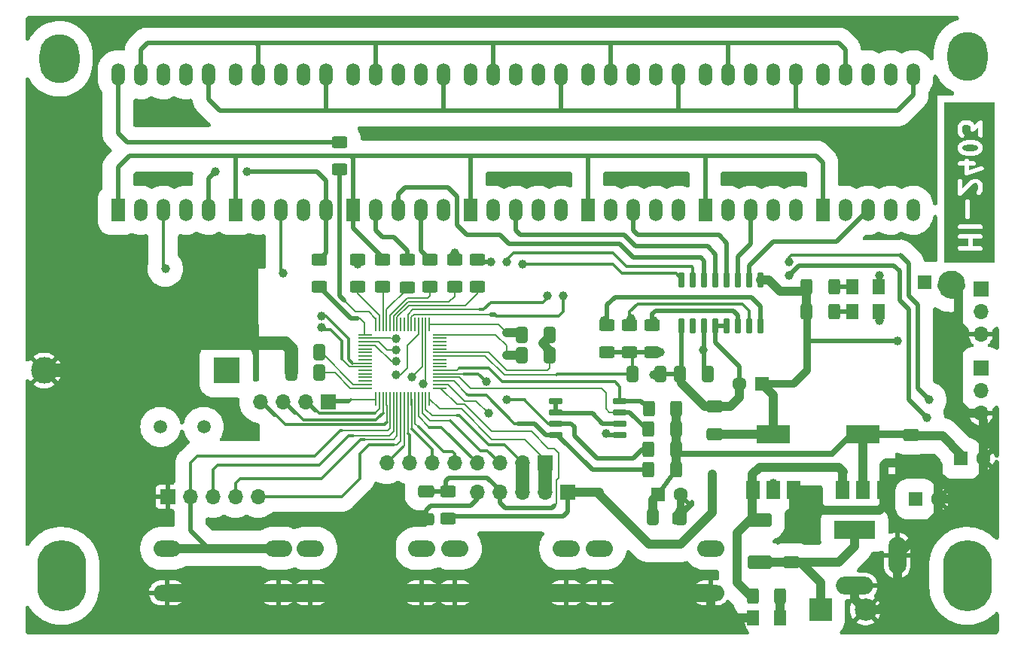
<source format=gbr>
%TF.GenerationSoftware,KiCad,Pcbnew,7.0.2*%
%TF.CreationDate,2024-03-07T11:00:19+05:30*%
%TF.ProjectId,HI-2401,48492d32-3430-4312-9e6b-696361645f70,rev?*%
%TF.SameCoordinates,Original*%
%TF.FileFunction,Copper,L2,Bot*%
%TF.FilePolarity,Positive*%
%FSLAX46Y46*%
G04 Gerber Fmt 4.6, Leading zero omitted, Abs format (unit mm)*
G04 Created by KiCad (PCBNEW 7.0.2) date 2024-03-07 11:00:19*
%MOMM*%
%LPD*%
G01*
G04 APERTURE LIST*
G04 Aperture macros list*
%AMRoundRect*
0 Rectangle with rounded corners*
0 $1 Rounding radius*
0 $2 $3 $4 $5 $6 $7 $8 $9 X,Y pos of 4 corners*
0 Add a 4 corners polygon primitive as box body*
4,1,4,$2,$3,$4,$5,$6,$7,$8,$9,$2,$3,0*
0 Add four circle primitives for the rounded corners*
1,1,$1+$1,$2,$3*
1,1,$1+$1,$4,$5*
1,1,$1+$1,$6,$7*
1,1,$1+$1,$8,$9*
0 Add four rect primitives between the rounded corners*
20,1,$1+$1,$2,$3,$4,$5,0*
20,1,$1+$1,$4,$5,$6,$7,0*
20,1,$1+$1,$6,$7,$8,$9,0*
20,1,$1+$1,$8,$9,$2,$3,0*%
G04 Aperture macros list end*
%TA.AperFunction,NonConductor*%
%ADD10C,1.500000*%
%TD*%
%ADD11C,0.500000*%
%TA.AperFunction,ComponentPad*%
%ADD12R,1.600000X1.600000*%
%TD*%
%TA.AperFunction,ComponentPad*%
%ADD13C,1.600000*%
%TD*%
%TA.AperFunction,ComponentPad*%
%ADD14R,1.700000X1.700000*%
%TD*%
%TA.AperFunction,ComponentPad*%
%ADD15O,1.700000X1.700000*%
%TD*%
%TA.AperFunction,ComponentPad*%
%ADD16O,3.048000X1.850000*%
%TD*%
%TA.AperFunction,ComponentPad*%
%ADD17R,1.524000X2.524000*%
%TD*%
%TA.AperFunction,ComponentPad*%
%ADD18O,1.524000X2.524000*%
%TD*%
%TA.AperFunction,ComponentPad*%
%ADD19C,1.000000*%
%TD*%
%TA.AperFunction,WasherPad*%
%ADD20O,4.500000X5.500000*%
%TD*%
%TA.AperFunction,WasherPad*%
%ADD21O,5.500000X8.000000*%
%TD*%
%TA.AperFunction,ComponentPad*%
%ADD22R,2.500000X2.500000*%
%TD*%
%TA.AperFunction,ComponentPad*%
%ADD23C,2.500000*%
%TD*%
%TA.AperFunction,ComponentPad*%
%ADD24R,4.600000X2.000000*%
%TD*%
%TA.AperFunction,ComponentPad*%
%ADD25O,4.200000X2.000000*%
%TD*%
%TA.AperFunction,ComponentPad*%
%ADD26O,2.000000X4.200000*%
%TD*%
%TA.AperFunction,ComponentPad*%
%ADD27C,1.500000*%
%TD*%
%TA.AperFunction,SMDPad,CuDef*%
%ADD28RoundRect,0.250000X0.400000X0.625000X-0.400000X0.625000X-0.400000X-0.625000X0.400000X-0.625000X0*%
%TD*%
%TA.AperFunction,SMDPad,CuDef*%
%ADD29RoundRect,0.062500X-0.062500X0.687500X-0.062500X-0.687500X0.062500X-0.687500X0.062500X0.687500X0*%
%TD*%
%TA.AperFunction,SMDPad,CuDef*%
%ADD30RoundRect,0.062500X-0.687500X0.062500X-0.687500X-0.062500X0.687500X-0.062500X0.687500X0.062500X0*%
%TD*%
%TA.AperFunction,SMDPad,CuDef*%
%ADD31RoundRect,0.250000X0.625000X-0.400000X0.625000X0.400000X-0.625000X0.400000X-0.625000X-0.400000X0*%
%TD*%
%TA.AperFunction,SMDPad,CuDef*%
%ADD32RoundRect,0.250001X-0.462499X-0.624999X0.462499X-0.624999X0.462499X0.624999X-0.462499X0.624999X0*%
%TD*%
%TA.AperFunction,SMDPad,CuDef*%
%ADD33RoundRect,0.250000X0.412500X0.650000X-0.412500X0.650000X-0.412500X-0.650000X0.412500X-0.650000X0*%
%TD*%
%TA.AperFunction,SMDPad,CuDef*%
%ADD34RoundRect,0.250000X-1.100000X0.500000X-1.100000X-0.500000X1.100000X-0.500000X1.100000X0.500000X0*%
%TD*%
%TA.AperFunction,SMDPad,CuDef*%
%ADD35RoundRect,0.250000X0.650000X-0.412500X0.650000X0.412500X-0.650000X0.412500X-0.650000X-0.412500X0*%
%TD*%
%TA.AperFunction,SMDPad,CuDef*%
%ADD36RoundRect,0.150000X0.150000X-0.725000X0.150000X0.725000X-0.150000X0.725000X-0.150000X-0.725000X0*%
%TD*%
%TA.AperFunction,SMDPad,CuDef*%
%ADD37R,1.500000X2.000000*%
%TD*%
%TA.AperFunction,SMDPad,CuDef*%
%ADD38R,3.800000X2.000000*%
%TD*%
%TA.AperFunction,SMDPad,CuDef*%
%ADD39RoundRect,0.250000X-0.412500X-0.650000X0.412500X-0.650000X0.412500X0.650000X-0.412500X0.650000X0*%
%TD*%
%TA.AperFunction,ComponentPad*%
%ADD40R,3.000000X3.000000*%
%TD*%
%TA.AperFunction,ComponentPad*%
%ADD41C,3.000000*%
%TD*%
%TA.AperFunction,SMDPad,CuDef*%
%ADD42RoundRect,0.150000X0.650000X0.150000X-0.650000X0.150000X-0.650000X-0.150000X0.650000X-0.150000X0*%
%TD*%
%TA.AperFunction,SMDPad,CuDef*%
%ADD43RoundRect,0.250001X0.462499X0.624999X-0.462499X0.624999X-0.462499X-0.624999X0.462499X-0.624999X0*%
%TD*%
%TA.AperFunction,SMDPad,CuDef*%
%ADD44RoundRect,0.250000X-0.650000X0.412500X-0.650000X-0.412500X0.650000X-0.412500X0.650000X0.412500X0*%
%TD*%
%TA.AperFunction,ViaPad*%
%ADD45C,1.000000*%
%TD*%
%TA.AperFunction,Conductor*%
%ADD46C,1.000000*%
%TD*%
%TA.AperFunction,Conductor*%
%ADD47C,0.500000*%
%TD*%
%TA.AperFunction,Conductor*%
%ADD48C,0.200000*%
%TD*%
%TA.AperFunction,Conductor*%
%ADD49C,0.350000*%
%TD*%
%TA.AperFunction,Conductor*%
%ADD50C,1.500000*%
%TD*%
%TA.AperFunction,Conductor*%
%ADD51C,2.000000*%
%TD*%
%TA.AperFunction,Conductor*%
%ADD52C,0.550000*%
%TD*%
%TA.AperFunction,Conductor*%
%ADD53C,0.850000*%
%TD*%
%TA.AperFunction,Conductor*%
%ADD54C,0.650000*%
%TD*%
G04 APERTURE END LIST*
D10*
X125313766Y-47702833D02*
G75*
G03*
X125737596Y-47729221I162234J-811167D01*
G01*
D11*
G36*
X128218622Y-32817688D02*
G01*
X128376837Y-32896795D01*
X128428989Y-32948948D01*
X128493976Y-33078921D01*
X128493976Y-33179935D01*
X128428988Y-33309910D01*
X128376839Y-33362059D01*
X128218620Y-33441168D01*
X127837008Y-33536571D01*
X127350943Y-33536571D01*
X126969330Y-33441168D01*
X126811112Y-33362059D01*
X126758963Y-33309910D01*
X126693976Y-33179935D01*
X126693976Y-33078921D01*
X126758963Y-32948947D01*
X126811113Y-32896795D01*
X126969329Y-32817688D01*
X127350942Y-32722286D01*
X127837009Y-32722286D01*
X128218622Y-32817688D01*
G37*
G36*
X130361571Y-46036571D02*
G01*
X124654429Y-46036571D01*
X124654429Y-44447461D01*
X126186074Y-44447461D01*
X126247062Y-44581007D01*
X126370569Y-44660380D01*
X127630860Y-44660380D01*
X127685819Y-44668282D01*
X127703122Y-44660380D01*
X128779920Y-44660380D01*
X128884842Y-44629572D01*
X128980984Y-44518618D01*
X129001878Y-44373299D01*
X128940890Y-44239753D01*
X128817383Y-44160380D01*
X127898738Y-44160380D01*
X127898738Y-43346095D01*
X128779920Y-43346095D01*
X128884842Y-43315287D01*
X128980984Y-43204333D01*
X129001878Y-43059014D01*
X128940890Y-42925468D01*
X128817383Y-42846095D01*
X127666616Y-42846095D01*
X127611657Y-42838193D01*
X127594354Y-42846095D01*
X126408032Y-42846095D01*
X126303110Y-42876903D01*
X126206968Y-42987857D01*
X126186074Y-43133176D01*
X126247062Y-43266722D01*
X126370569Y-43346095D01*
X127398738Y-43346095D01*
X127398738Y-44160380D01*
X126408032Y-44160380D01*
X126303110Y-44191188D01*
X126206968Y-44302142D01*
X126186074Y-44447461D01*
X124654429Y-44447461D01*
X124654429Y-42037937D01*
X126186074Y-42037937D01*
X126247062Y-42171483D01*
X126370569Y-42250856D01*
X128779920Y-42250856D01*
X128884842Y-42220048D01*
X128980984Y-42109094D01*
X129001878Y-41963775D01*
X128940890Y-41830229D01*
X128817383Y-41750856D01*
X126408032Y-41750856D01*
X126303110Y-41781664D01*
X126206968Y-41892618D01*
X126186074Y-42037937D01*
X124654429Y-42037937D01*
X124654429Y-40941562D01*
X127070166Y-40941562D01*
X127100974Y-41046484D01*
X127211928Y-41142626D01*
X127357247Y-41163520D01*
X127490793Y-41102532D01*
X127570166Y-40979025D01*
X127570166Y-39117294D01*
X127539358Y-39012372D01*
X127428404Y-38916230D01*
X127283085Y-38895336D01*
X127149539Y-38956324D01*
X127070166Y-39079831D01*
X127070166Y-40941562D01*
X124654429Y-40941562D01*
X124654429Y-38221662D01*
X126189377Y-38221662D01*
X126193976Y-38285967D01*
X126193976Y-38312991D01*
X126196530Y-38321692D01*
X126199850Y-38368101D01*
X126216810Y-38390757D01*
X126224784Y-38417913D01*
X126259947Y-38448382D01*
X126287832Y-38485632D01*
X126314351Y-38495523D01*
X126335738Y-38514055D01*
X126381788Y-38520676D01*
X126425388Y-38536938D01*
X126453045Y-38530921D01*
X126481057Y-38534949D01*
X126523380Y-38515620D01*
X126568846Y-38505730D01*
X126588857Y-38485718D01*
X126614603Y-38473961D01*
X126639759Y-38434816D01*
X127893307Y-37181268D01*
X128127403Y-37103238D01*
X128246863Y-37103238D01*
X128376838Y-37168225D01*
X128428989Y-37220376D01*
X128493976Y-37350349D01*
X128493976Y-37779934D01*
X128428988Y-37909909D01*
X128322735Y-38016163D01*
X128270329Y-38112138D01*
X128280802Y-38258577D01*
X128368784Y-38376107D01*
X128506340Y-38427414D01*
X128649798Y-38396206D01*
X128789065Y-38256939D01*
X128825230Y-38235460D01*
X128856040Y-38173839D01*
X128889051Y-38113384D01*
X128888702Y-38108514D01*
X128961563Y-37962794D01*
X128993976Y-37912359D01*
X128993976Y-37861264D01*
X129003024Y-37810984D01*
X128993975Y-37789168D01*
X128993976Y-37304789D01*
X129000411Y-37245187D01*
X128977562Y-37199489D01*
X128963168Y-37150467D01*
X128945317Y-37134999D01*
X128872076Y-36988517D01*
X128863135Y-36947415D01*
X128814426Y-36898706D01*
X128767506Y-36848265D01*
X128762775Y-36847055D01*
X128723869Y-36808149D01*
X128702388Y-36771982D01*
X128640758Y-36741167D01*
X128580313Y-36708162D01*
X128575443Y-36708510D01*
X128429720Y-36635649D01*
X128379287Y-36603238D01*
X128328193Y-36603238D01*
X128277910Y-36594190D01*
X128256094Y-36603238D01*
X128118177Y-36603238D01*
X128077417Y-36592854D01*
X128012062Y-36614638D01*
X127945967Y-36634046D01*
X127942769Y-36637735D01*
X127691966Y-36721335D01*
X127633391Y-36734078D01*
X127597265Y-36770203D01*
X127555310Y-36799362D01*
X127546280Y-36821188D01*
X126693976Y-37673493D01*
X126693976Y-36817294D01*
X126663168Y-36712372D01*
X126552214Y-36616230D01*
X126406895Y-36595336D01*
X126273349Y-36656324D01*
X126193976Y-36779831D01*
X126193976Y-38213239D01*
X126189377Y-38221662D01*
X124654429Y-38221662D01*
X124654429Y-34918890D01*
X126186074Y-34918890D01*
X126247062Y-35052436D01*
X126370569Y-35131809D01*
X126960642Y-35131809D01*
X126960642Y-35927379D01*
X126951569Y-35949312D01*
X126960642Y-35999471D01*
X126960642Y-36012991D01*
X126967010Y-36034681D01*
X126977701Y-36093781D01*
X126987429Y-36104220D01*
X126991450Y-36117913D01*
X127036838Y-36157242D01*
X127077790Y-36201188D01*
X127091620Y-36204711D01*
X127102404Y-36214055D01*
X127161849Y-36222602D01*
X127220059Y-36237431D01*
X127233597Y-36232918D01*
X127247723Y-36234949D01*
X127302359Y-36209997D01*
X128966656Y-35655232D01*
X129056452Y-35592826D01*
X129112573Y-35457163D01*
X129086441Y-35312694D01*
X128986352Y-35205287D01*
X128844083Y-35169044D01*
X127460642Y-35630191D01*
X127460642Y-35131809D01*
X128013253Y-35131809D01*
X128118175Y-35101001D01*
X128214317Y-34990047D01*
X128235211Y-34844728D01*
X128174223Y-34711182D01*
X128050716Y-34631809D01*
X127460642Y-34631809D01*
X127460642Y-34517294D01*
X127429834Y-34412372D01*
X127318880Y-34316230D01*
X127173561Y-34295336D01*
X127040015Y-34356324D01*
X126960642Y-34479831D01*
X126960642Y-34631809D01*
X126408032Y-34631809D01*
X126303110Y-34662617D01*
X126206968Y-34773571D01*
X126186074Y-34918890D01*
X124654429Y-34918890D01*
X124654429Y-33047874D01*
X126184928Y-33047874D01*
X126193976Y-33069689D01*
X126193976Y-33225494D01*
X126187541Y-33285098D01*
X126210389Y-33330795D01*
X126224784Y-33379818D01*
X126242634Y-33395285D01*
X126315874Y-33541766D01*
X126324816Y-33582869D01*
X126373532Y-33631586D01*
X126420446Y-33682020D01*
X126425175Y-33683229D01*
X126464082Y-33722136D01*
X126485563Y-33758303D01*
X126547180Y-33789111D01*
X126607637Y-33822123D01*
X126612507Y-33821774D01*
X126730440Y-33880740D01*
X126750222Y-33901779D01*
X126794813Y-33912926D01*
X126802418Y-33916729D01*
X126829557Y-33921612D01*
X127219616Y-34019127D01*
X127246759Y-34036571D01*
X127289391Y-34036571D01*
X127294403Y-34037824D01*
X127325237Y-34036571D01*
X127826643Y-34036571D01*
X127857204Y-34046910D01*
X127898560Y-34036571D01*
X127903729Y-34036571D01*
X127933348Y-34027873D01*
X128323313Y-33930382D01*
X128352025Y-33933483D01*
X128393137Y-33912926D01*
X128401385Y-33910865D01*
X128425163Y-33896914D01*
X128608697Y-33805148D01*
X128649798Y-33796207D01*
X128698504Y-33747500D01*
X128748948Y-33700579D01*
X128750157Y-33695847D01*
X128789064Y-33656940D01*
X128825230Y-33635461D01*
X128856038Y-33573844D01*
X128889051Y-33513385D01*
X128888702Y-33508515D01*
X128961561Y-33362796D01*
X128993976Y-33312359D01*
X128993976Y-33261263D01*
X129003024Y-33210983D01*
X128993976Y-33189167D01*
X128993976Y-33033361D01*
X129000411Y-32973759D01*
X128977562Y-32928061D01*
X128963168Y-32879039D01*
X128945317Y-32863571D01*
X128872076Y-32717089D01*
X128863135Y-32675987D01*
X128814426Y-32627278D01*
X128767506Y-32576837D01*
X128762775Y-32575627D01*
X128723869Y-32536721D01*
X128702389Y-32500555D01*
X128640765Y-32469743D01*
X128580313Y-32436734D01*
X128575443Y-32437082D01*
X128457512Y-32378116D01*
X128437729Y-32357077D01*
X128393135Y-32345928D01*
X128385534Y-32342128D01*
X128358403Y-32337245D01*
X127968334Y-32239729D01*
X127941192Y-32222286D01*
X127898560Y-32222286D01*
X127893548Y-32221033D01*
X127862720Y-32222286D01*
X127361309Y-32222286D01*
X127330748Y-32211947D01*
X127289392Y-32222286D01*
X127284222Y-32222286D01*
X127254600Y-32230983D01*
X126864636Y-32328473D01*
X126835925Y-32325374D01*
X126794814Y-32345929D01*
X126786567Y-32347991D01*
X126762781Y-32361945D01*
X126579255Y-32453708D01*
X126538152Y-32462650D01*
X126489433Y-32511368D01*
X126439003Y-32558279D01*
X126437793Y-32563009D01*
X126398885Y-32601916D01*
X126362722Y-32623396D01*
X126331918Y-32685002D01*
X126298900Y-32745473D01*
X126299248Y-32750343D01*
X126226390Y-32896060D01*
X126193976Y-32946498D01*
X126193976Y-32997593D01*
X126184928Y-33047874D01*
X124654429Y-33047874D01*
X124654429Y-30747874D01*
X126184928Y-30747874D01*
X126193976Y-30769689D01*
X126193975Y-31363591D01*
X126187541Y-31423195D01*
X126210390Y-31468893D01*
X126224784Y-31517914D01*
X126242634Y-31533381D01*
X126315874Y-31679862D01*
X126324816Y-31720964D01*
X126373532Y-31769681D01*
X126420446Y-31820115D01*
X126425175Y-31821324D01*
X126511662Y-31907812D01*
X126607637Y-31960218D01*
X126754076Y-31949745D01*
X126871607Y-31861764D01*
X126922914Y-31724208D01*
X126891707Y-31580750D01*
X126758963Y-31448006D01*
X126693976Y-31318030D01*
X126693976Y-30778921D01*
X126758963Y-30648947D01*
X126811112Y-30596797D01*
X126941088Y-30531810D01*
X127370673Y-30531810D01*
X127500647Y-30596796D01*
X127552798Y-30648947D01*
X127617785Y-30778921D01*
X127617785Y-30975725D01*
X127617434Y-30976278D01*
X127617785Y-31048958D01*
X127617785Y-31084420D01*
X127617959Y-31085012D01*
X127618143Y-31123089D01*
X127638212Y-31153988D01*
X127648593Y-31189342D01*
X127677370Y-31214277D01*
X127698112Y-31246212D01*
X127731702Y-31261356D01*
X127759547Y-31285484D01*
X127797234Y-31290902D01*
X127831951Y-31306555D01*
X127868398Y-31301134D01*
X127904866Y-31306378D01*
X127939501Y-31290560D01*
X127977167Y-31284959D01*
X128004896Y-31260696D01*
X128038412Y-31245390D01*
X128058998Y-31213356D01*
X128493976Y-30832751D01*
X128493976Y-31741563D01*
X128524784Y-31846485D01*
X128635738Y-31942627D01*
X128781057Y-31963521D01*
X128914603Y-31902533D01*
X128993976Y-31779026D01*
X128993976Y-30354560D01*
X128994327Y-30354008D01*
X128993976Y-30281327D01*
X128993976Y-30245866D01*
X128993801Y-30245273D01*
X128993618Y-30207197D01*
X128973548Y-30176297D01*
X128963168Y-30140944D01*
X128934390Y-30116008D01*
X128913649Y-30084074D01*
X128880058Y-30068929D01*
X128852214Y-30044802D01*
X128814526Y-30039383D01*
X128779810Y-30023731D01*
X128743362Y-30029151D01*
X128706895Y-30023908D01*
X128672259Y-30039725D01*
X128634594Y-30045327D01*
X128606864Y-30069589D01*
X128573349Y-30084896D01*
X128552762Y-30116929D01*
X128060966Y-30547250D01*
X127995886Y-30417090D01*
X127986945Y-30375988D01*
X127938231Y-30327274D01*
X127891315Y-30276837D01*
X127886585Y-30275627D01*
X127847679Y-30236722D01*
X127826198Y-30200554D01*
X127764566Y-30169738D01*
X127704124Y-30136734D01*
X127699253Y-30137082D01*
X127553530Y-30064221D01*
X127503097Y-30031810D01*
X127452003Y-30031810D01*
X127401720Y-30022762D01*
X127379904Y-30031810D01*
X126895535Y-30031810D01*
X126835926Y-30025374D01*
X126790224Y-30048224D01*
X126741205Y-30062618D01*
X126725738Y-30080467D01*
X126579254Y-30153708D01*
X126538152Y-30162650D01*
X126489439Y-30211362D01*
X126439003Y-30258278D01*
X126437793Y-30263009D01*
X126398885Y-30301916D01*
X126362722Y-30323396D01*
X126331918Y-30385002D01*
X126298900Y-30445473D01*
X126299248Y-30450343D01*
X126226390Y-30596060D01*
X126193976Y-30646498D01*
X126193976Y-30697593D01*
X126184928Y-30747874D01*
X124654429Y-30747874D01*
X124654429Y-27975144D01*
X130361571Y-27975144D01*
X130361571Y-46036571D01*
G37*
D12*
%TO.P,C15,1*%
%TO.N,+3.3VDAC*%
X126556888Y-68072000D03*
D13*
%TO.P,C15,2*%
%TO.N,GND*%
X129056888Y-68072000D03*
%TD*%
D14*
%TO.P,J2,1,Pin_1*%
%TO.N,Net-(J2-Pin_1)*%
X55372000Y-61722000D03*
D15*
%TO.P,J2,2,Pin_2*%
%TO.N,Net-(J2-Pin_2)*%
X52832000Y-61722000D03*
%TO.P,J2,3,Pin_3*%
%TO.N,Net-(J2-Pin_3)*%
X50292000Y-61722000D03*
%TO.P,J2,4,Pin_4*%
%TO.N,Net-(J2-Pin_4)*%
X47752000Y-61722000D03*
%TD*%
D16*
%TO.P,SW1,1*%
%TO.N,GND*%
X49791500Y-83180000D03*
X37291500Y-83180000D03*
%TO.P,SW1,2*%
%TO.N,/KEY1*%
X49791500Y-78180000D03*
X37291500Y-78180000D03*
%TD*%
D14*
%TO.P,J4,1,Pin_1*%
%TO.N,/ICE_DATA*%
X79756000Y-68580000D03*
D15*
%TO.P,J4,2,Pin_2*%
%TO.N,/ICE_CLK*%
X77216000Y-68580000D03*
%TO.P,J4,3,Pin_3*%
%TO.N,Net-(J4-Pin_3)*%
X74676000Y-68580000D03*
%TO.P,J4,4,Pin_4*%
%TO.N,Net-(J4-Pin_4)*%
X72136000Y-68580000D03*
%TO.P,J4,5,Pin_5*%
%TO.N,Net-(J4-Pin_5)*%
X69596000Y-68580000D03*
%TO.P,J4,6,Pin_6*%
%TO.N,Net-(J4-Pin_6)*%
X67056000Y-68580000D03*
%TO.P,J4,7,Pin_7*%
%TO.N,Net-(J4-Pin_7)*%
X64516000Y-68580000D03*
%TO.P,J4,8,Pin_8*%
%TO.N,Net-(J4-Pin_8)*%
X61976000Y-68580000D03*
%TD*%
D17*
%TO.P,AFF1,1,e*%
%TO.N,/E*%
X110998000Y-40132000D03*
D18*
%TO.P,AFF1,2,d*%
%TO.N,/D*%
X113538000Y-40132000D03*
%TO.P,AFF1,3,C.A.*%
%TO.N,/SEG1*%
X116078000Y-40132000D03*
%TO.P,AFF1,4,c*%
%TO.N,/C*%
X118618000Y-40132000D03*
%TO.P,AFF1,5,DP*%
%TO.N,/DP*%
X121158000Y-40132000D03*
%TO.P,AFF1,6,b*%
%TO.N,/B*%
X121158000Y-24892000D03*
%TO.P,AFF1,7,a*%
%TO.N,/A*%
X118618000Y-24892000D03*
%TO.P,AFF1,8,C.A.*%
%TO.N,unconnected-(AFF1-C.A.-Pad8)*%
X116078000Y-24892000D03*
%TO.P,AFF1,9,f*%
%TO.N,/F*%
X113538000Y-24892000D03*
%TO.P,AFF1,10,g*%
%TO.N,/G*%
X110998000Y-24892000D03*
%TD*%
D16*
%TO.P,SW4,1*%
%TO.N,GND*%
X98415500Y-83180000D03*
X85915500Y-83180000D03*
%TO.P,SW4,2*%
%TO.N,/KEY4*%
X98415500Y-78180000D03*
X85915500Y-78180000D03*
%TD*%
D12*
%TO.P,C9,1*%
%TO.N,+5V*%
X122468000Y-48260000D03*
D13*
%TO.P,C9,2*%
%TO.N,GND*%
X124968000Y-48260000D03*
%TD*%
D19*
%TO.P,Y2,1,1*%
%TO.N,/XLOUT*%
X75438000Y-56418000D03*
%TO.P,Y2,2,2*%
%TO.N,/XLIN*%
X75438000Y-53878000D03*
%TD*%
D17*
%TO.P,AFF6,1,e*%
%TO.N,/E*%
X44958000Y-40132000D03*
D18*
%TO.P,AFF6,2,d*%
%TO.N,/D*%
X47498000Y-40132000D03*
%TO.P,AFF6,3,C.A.*%
%TO.N,/SEG6*%
X50038000Y-40132000D03*
%TO.P,AFF6,4,c*%
%TO.N,/C*%
X52578000Y-40132000D03*
%TO.P,AFF6,5,DP*%
%TO.N,/DP*%
X55118000Y-40132000D03*
%TO.P,AFF6,6,b*%
%TO.N,/B*%
X55118000Y-24892000D03*
%TO.P,AFF6,7,a*%
%TO.N,/A*%
X52578000Y-24892000D03*
%TO.P,AFF6,8,C.A.*%
%TO.N,unconnected-(AFF6-C.A.-Pad8)*%
X50038000Y-24892000D03*
%TO.P,AFF6,9,f*%
%TO.N,/F*%
X47498000Y-24892000D03*
%TO.P,AFF6,10,g*%
%TO.N,/G*%
X44958000Y-24892000D03*
%TD*%
D14*
%TO.P,J1,1,Pin_1*%
%TO.N,GND*%
X37338000Y-72390000D03*
D15*
%TO.P,J1,2,Pin_2*%
%TO.N,/KEY1*%
X39878000Y-72390000D03*
%TO.P,J1,3,Pin_3*%
%TO.N,/KEY2*%
X42418000Y-72390000D03*
%TO.P,J1,4,Pin_4*%
%TO.N,/KEY3*%
X44958000Y-72390000D03*
%TO.P,J1,5,Pin_5*%
%TO.N,/KEY4*%
X47498000Y-72390000D03*
%TD*%
D12*
%TO.P,C19,1*%
%TO.N,+5V*%
X104140000Y-59690000D03*
D13*
%TO.P,C19,2*%
%TO.N,GND*%
X101640000Y-59690000D03*
%TD*%
D17*
%TO.P,AFF7,1,e*%
%TO.N,/E*%
X31750000Y-40132000D03*
D18*
%TO.P,AFF7,2,d*%
%TO.N,/D*%
X34290000Y-40132000D03*
%TO.P,AFF7,3,C.A.*%
%TO.N,/SEG7*%
X36830000Y-40132000D03*
%TO.P,AFF7,4,c*%
%TO.N,/C*%
X39370000Y-40132000D03*
%TO.P,AFF7,5,DP*%
%TO.N,/DP*%
X41910000Y-40132000D03*
%TO.P,AFF7,6,b*%
%TO.N,/B*%
X41910000Y-24892000D03*
%TO.P,AFF7,7,a*%
%TO.N,/A*%
X39370000Y-24892000D03*
%TO.P,AFF7,8,C.A.*%
%TO.N,unconnected-(AFF7-C.A.-Pad8)*%
X36830000Y-24892000D03*
%TO.P,AFF7,9,f*%
%TO.N,/F*%
X34290000Y-24892000D03*
%TO.P,AFF7,10,g*%
%TO.N,/G*%
X31750000Y-24892000D03*
%TD*%
D17*
%TO.P,AFF3,1,e*%
%TO.N,/E*%
X84582000Y-40132000D03*
D18*
%TO.P,AFF3,2,d*%
%TO.N,/D*%
X87122000Y-40132000D03*
%TO.P,AFF3,3,C.A.*%
%TO.N,/SEG3*%
X89662000Y-40132000D03*
%TO.P,AFF3,4,c*%
%TO.N,/C*%
X92202000Y-40132000D03*
%TO.P,AFF3,5,DP*%
%TO.N,/DP*%
X94742000Y-40132000D03*
%TO.P,AFF3,6,b*%
%TO.N,/B*%
X94742000Y-24892000D03*
%TO.P,AFF3,7,a*%
%TO.N,/A*%
X92202000Y-24892000D03*
%TO.P,AFF3,8,C.A.*%
%TO.N,unconnected-(AFF3-C.A.-Pad8)*%
X89662000Y-24892000D03*
%TO.P,AFF3,9,f*%
%TO.N,/F*%
X87122000Y-24892000D03*
%TO.P,AFF3,10,g*%
%TO.N,/G*%
X84582000Y-24892000D03*
%TD*%
D12*
%TO.P,C23,1*%
%TO.N,Net-(D4-A)*%
X121452000Y-72644000D03*
D13*
%TO.P,C23,2*%
%TO.N,GND*%
X123952000Y-72644000D03*
%TD*%
D20*
%TO.P,,*%
%TO.N,*%
X25146000Y-23114000D03*
%TD*%
%TO.P,,*%
%TO.N,*%
X127254000Y-22860000D03*
%TD*%
D21*
%TO.P,,*%
%TO.N,*%
X127254000Y-81280000D03*
%TD*%
D14*
%TO.P,J3,1,Pin_1*%
%TO.N,+5V*%
X82296000Y-71882000D03*
D15*
%TO.P,J3,2,Pin_2*%
%TO.N,/ICE_DATA*%
X79756000Y-71882000D03*
%TO.P,J3,3,Pin_3*%
%TO.N,/ICE_CLK*%
X77216000Y-71882000D03*
%TO.P,J3,4,Pin_4*%
%TO.N,/RST*%
X74676000Y-71882000D03*
%TO.P,J3,5,Pin_5*%
%TO.N,GND*%
X72136000Y-71882000D03*
%TD*%
D22*
%TO.P,J6,1,Pin_1*%
%TO.N,Net-(D4-A)*%
X110744000Y-85090000D03*
D23*
%TO.P,J6,2,Pin_2*%
%TO.N,GND*%
X115824000Y-85090000D03*
%TD*%
D14*
%TO.P,J5,1,Pin_1*%
%TO.N,/txd*%
X128778000Y-57912000D03*
D15*
%TO.P,J5,2,Pin_2*%
%TO.N,/rxd*%
X128778000Y-60452000D03*
%TO.P,J5,3,Pin_3*%
%TO.N,GND*%
X128778000Y-62992000D03*
%TD*%
D17*
%TO.P,AFF4,1,e*%
%TO.N,/E*%
X71374000Y-40132000D03*
D18*
%TO.P,AFF4,2,d*%
%TO.N,/D*%
X73914000Y-40132000D03*
%TO.P,AFF4,3,C.A.*%
%TO.N,/SEG4*%
X76454000Y-40132000D03*
%TO.P,AFF4,4,c*%
%TO.N,/C*%
X78994000Y-40132000D03*
%TO.P,AFF4,5,DP*%
%TO.N,/DP*%
X81534000Y-40132000D03*
%TO.P,AFF4,6,b*%
%TO.N,/B*%
X81534000Y-24892000D03*
%TO.P,AFF4,7,a*%
%TO.N,/A*%
X78994000Y-24892000D03*
%TO.P,AFF4,8,C.A.*%
%TO.N,unconnected-(AFF4-C.A.-Pad8)*%
X76454000Y-24892000D03*
%TO.P,AFF4,9,f*%
%TO.N,/F*%
X73914000Y-24892000D03*
%TO.P,AFF4,10,g*%
%TO.N,/G*%
X71374000Y-24892000D03*
%TD*%
D16*
%TO.P,SW3,1*%
%TO.N,GND*%
X82159500Y-83180000D03*
X69659500Y-83180000D03*
%TO.P,SW3,2*%
%TO.N,/KEY3*%
X82159500Y-78180000D03*
X69659500Y-78180000D03*
%TD*%
%TO.P,SW2,1*%
%TO.N,GND*%
X65903500Y-83180000D03*
X53403500Y-83180000D03*
%TO.P,SW2,2*%
%TO.N,/KEY2*%
X65903500Y-78180000D03*
X53403500Y-78180000D03*
%TD*%
D24*
%TO.P,J8,1,Pin_1*%
%TO.N,Net-(D4-A)*%
X114580000Y-76094000D03*
D25*
%TO.P,J8,2,Pin_2*%
%TO.N,GND*%
X114580000Y-82394000D03*
D26*
%TO.P,J8,3,Pin_3*%
X119380000Y-78994000D03*
%TD*%
D27*
%TO.P,Y1,1,1*%
%TO.N,Net-(U2-PF.5)*%
X36522000Y-64516000D03*
%TO.P,Y1,2,2*%
%TO.N,Net-(U2-PF.4)*%
X41402000Y-64516000D03*
%TD*%
D14*
%TO.P,J7,1,Pin_1*%
%TO.N,/txd1*%
X128778000Y-49037000D03*
D15*
%TO.P,J7,2,Pin_2*%
%TO.N,/rxd1*%
X128778000Y-51577000D03*
%TO.P,J7,3,Pin_3*%
%TO.N,GND*%
X128778000Y-54117000D03*
%TD*%
D17*
%TO.P,AFF5,1,e*%
%TO.N,/E*%
X58166000Y-40132000D03*
D18*
%TO.P,AFF5,2,d*%
%TO.N,/D*%
X60706000Y-40132000D03*
%TO.P,AFF5,3,C.A.*%
%TO.N,/SEG5*%
X63246000Y-40132000D03*
%TO.P,AFF5,4,c*%
%TO.N,/C*%
X65786000Y-40132000D03*
%TO.P,AFF5,5,DP*%
%TO.N,/DP*%
X68326000Y-40132000D03*
%TO.P,AFF5,6,b*%
%TO.N,/B*%
X68326000Y-24892000D03*
%TO.P,AFF5,7,a*%
%TO.N,/A*%
X65786000Y-24892000D03*
%TO.P,AFF5,8,C.A.*%
%TO.N,unconnected-(AFF5-C.A.-Pad8)*%
X63246000Y-24892000D03*
%TO.P,AFF5,9,f*%
%TO.N,/F*%
X60706000Y-24892000D03*
%TO.P,AFF5,10,g*%
%TO.N,/G*%
X58166000Y-24892000D03*
%TD*%
D17*
%TO.P,AFF2,1,e*%
%TO.N,/E*%
X97790000Y-40132000D03*
D18*
%TO.P,AFF2,2,d*%
%TO.N,/D*%
X100330000Y-40132000D03*
%TO.P,AFF2,3,C.A.*%
%TO.N,/SEG2*%
X102870000Y-40132000D03*
%TO.P,AFF2,4,c*%
%TO.N,/C*%
X105410000Y-40132000D03*
%TO.P,AFF2,5,DP*%
%TO.N,/DP*%
X107950000Y-40132000D03*
%TO.P,AFF2,6,b*%
%TO.N,/B*%
X107950000Y-24892000D03*
%TO.P,AFF2,7,a*%
%TO.N,/A*%
X105410000Y-24892000D03*
%TO.P,AFF2,8,C.A.*%
%TO.N,unconnected-(AFF2-C.A.-Pad8)*%
X102870000Y-24892000D03*
%TO.P,AFF2,9,f*%
%TO.N,/F*%
X100330000Y-24892000D03*
%TO.P,AFF2,10,g*%
%TO.N,/G*%
X97790000Y-24892000D03*
%TD*%
D12*
%TO.P,C5,1*%
%TO.N,+3.3VDAC*%
X92496000Y-72136000D03*
D13*
%TO.P,C5,2*%
%TO.N,GND*%
X94996000Y-72136000D03*
%TD*%
D21*
%TO.P,,*%
%TO.N,*%
X25400000Y-81280000D03*
%TD*%
D28*
%TO.P,R14,1*%
%TO.N,Net-(D1-K)*%
X106234500Y-83566000D03*
%TO.P,R14,2*%
%TO.N,/9vDC*%
X103134500Y-83566000D03*
%TD*%
%TO.P,R8,1*%
%TO.N,+3.3VDAC*%
X94514000Y-64770000D03*
%TO.P,R8,2*%
%TO.N,/W_DO*%
X91414000Y-64770000D03*
%TD*%
%TO.P,R16,1*%
%TO.N,Net-(D3-K)*%
X112268000Y-51562000D03*
%TO.P,R16,2*%
%TO.N,+5V*%
X109168000Y-51562000D03*
%TD*%
D29*
%TO.P,U2,1,PB.6*%
%TO.N,Net-(U2-PB.6)*%
X60754000Y-52975000D03*
%TO.P,U2,2,PB.5*%
%TO.N,Net-(U2-PB.5)*%
X61154000Y-52975000D03*
%TO.P,U2,3,PB.4*%
%TO.N,Net-(U2-PB.4)*%
X61554000Y-52975000D03*
%TO.P,U2,4,PB.3*%
%TO.N,Net-(U2-PB.3)*%
X61954000Y-52975000D03*
%TO.P,U2,5,PB.2*%
%TO.N,Net-(U2-PB.2)*%
X62354000Y-52975000D03*
%TO.P,U2,6,PB.1*%
%TO.N,Net-(U2-PB.1)*%
X62754000Y-52975000D03*
%TO.P,U2,7,PB.0*%
%TO.N,Net-(U2-PB.0)*%
X63154000Y-52975000D03*
%TO.P,U2,8,PA.11*%
%TO.N,unconnected-(U2-PA.11-Pad8)*%
X63554000Y-52975000D03*
%TO.P,U2,9,PA.10*%
%TO.N,unconnected-(U2-PA.10-Pad9)*%
X63954000Y-52975000D03*
%TO.P,U2,10,PA.9*%
%TO.N,/txd_TTL*%
X64354000Y-52975000D03*
%TO.P,U2,11,PA.8*%
%TO.N,/rxd_TTL*%
X64754000Y-52975000D03*
%TO.P,U2,12,PF.6*%
%TO.N,unconnected-(U2-PF.6-Pad12)*%
X65154000Y-52975000D03*
%TO.P,U2,13,VBAT*%
%TO.N,Net-(BT1-+)*%
X65554000Y-52975000D03*
%TO.P,U2,14,PF.5*%
%TO.N,Net-(U2-PF.5)*%
X65954000Y-52975000D03*
%TO.P,U2,15,PF.4*%
%TO.N,Net-(U2-PF.4)*%
X66354000Y-52975000D03*
%TO.P,U2,16,PF.3*%
%TO.N,/XLIN*%
X66754000Y-52975000D03*
D30*
%TO.P,U2,17,PF.2*%
%TO.N,/XLOUT*%
X67929000Y-54150000D03*
%TO.P,U2,18,PC.7*%
%TO.N,unconnected-(U2-PC.7-Pad18)*%
X67929000Y-54550000D03*
%TO.P,U2,19,PC.6*%
%TO.N,unconnected-(U2-PC.6-Pad19)*%
X67929000Y-54950000D03*
%TO.P,U2,20,PA.7*%
%TO.N,unconnected-(U2-PA.7-Pad20)*%
X67929000Y-55350000D03*
%TO.P,U2,21,PA.6*%
%TO.N,unconnected-(U2-PA.6-Pad21)*%
X67929000Y-55750000D03*
%TO.P,U2,22,VSS*%
%TO.N,GND*%
X67929000Y-56150000D03*
%TO.P,U2,23,VDD*%
%TO.N,+5V*%
X67929000Y-56550000D03*
%TO.P,U2,24,PD.15*%
%TO.N,unconnected-(U2-PD.15-Pad24)*%
X67929000Y-56950000D03*
%TO.P,U2,25,PA.5*%
%TO.N,unconnected-(U2-PA.5-Pad25)*%
X67929000Y-57350000D03*
%TO.P,U2,26,PA.4*%
%TO.N,unconnected-(U2-PA.4-Pad26)*%
X67929000Y-57750000D03*
%TO.P,U2,27,PA.3*%
%TO.N,/W_CS*%
X67929000Y-58150000D03*
%TO.P,U2,28,PA.2*%
%TO.N,/W_CLK*%
X67929000Y-58550000D03*
%TO.P,U2,29,PA.1*%
%TO.N,/W_DO*%
X67929000Y-58950000D03*
%TO.P,U2,30,PA.0*%
%TO.N,/W_DI*%
X67929000Y-59350000D03*
%TO.P,U2,31,VDDIO*%
%TO.N,+3.3VDAC*%
X67929000Y-59750000D03*
%TO.P,U2,32,RESET*%
%TO.N,/RST*%
X67929000Y-60150000D03*
D29*
%TO.P,U2,33,PF.0*%
%TO.N,/ICE_DATA*%
X66754000Y-61325000D03*
%TO.P,U2,34,PF.1*%
%TO.N,/ICE_CLK*%
X66354000Y-61325000D03*
%TO.P,U2,35,PC.5*%
%TO.N,Net-(J4-Pin_3)*%
X65954000Y-61325000D03*
%TO.P,U2,36,PC.4*%
%TO.N,Net-(J4-Pin_4)*%
X65554000Y-61325000D03*
%TO.P,U2,37,PC.3*%
%TO.N,Net-(J4-Pin_5)*%
X65154000Y-61325000D03*
%TO.P,U2,38,PC.2*%
%TO.N,Net-(J4-Pin_6)*%
X64754000Y-61325000D03*
%TO.P,U2,39,PC.1*%
%TO.N,Net-(J4-Pin_7)*%
X64354000Y-61325000D03*
%TO.P,U2,40,PC.0*%
%TO.N,Net-(J4-Pin_8)*%
X63954000Y-61325000D03*
%TO.P,U2,41,PD.3*%
%TO.N,/KEY4*%
X63554000Y-61325000D03*
%TO.P,U2,42,PD.2*%
%TO.N,/KEY3*%
X63154000Y-61325000D03*
%TO.P,U2,43,PD.1*%
%TO.N,/KEY2*%
X62754000Y-61325000D03*
%TO.P,U2,44,PD.0*%
%TO.N,/KEY1*%
X62354000Y-61325000D03*
%TO.P,U2,45,PA.12*%
%TO.N,Net-(J2-Pin_4)*%
X61954000Y-61325000D03*
%TO.P,U2,46,PA.13*%
%TO.N,Net-(J2-Pin_3)*%
X61554000Y-61325000D03*
%TO.P,U2,47,PA.14*%
%TO.N,Net-(J2-Pin_2)*%
X61154000Y-61325000D03*
%TO.P,U2,48,PA.15*%
%TO.N,Net-(J2-Pin_1)*%
X60754000Y-61325000D03*
D30*
%TO.P,U2,49,VSS*%
%TO.N,+5V*%
X59579000Y-60150000D03*
%TO.P,U2,50,LDO_CAP*%
%TO.N,Net-(U2-LDO_CAP)*%
X59579000Y-59750000D03*
%TO.P,U2,51,VDD*%
%TO.N,unconnected-(U2-VDD-Pad51)*%
X59579000Y-59350000D03*
%TO.P,U2,52,PC.14*%
%TO.N,unconnected-(U2-PC.14-Pad52)*%
X59579000Y-58950000D03*
%TO.P,U2,53,PB.15*%
%TO.N,unconnected-(U2-PB.15-Pad53)*%
X59579000Y-58550000D03*
%TO.P,U2,54,PB.14*%
%TO.N,unconnected-(U2-PB.14-Pad54)*%
X59579000Y-58150000D03*
%TO.P,U2,55,PB.15*%
%TO.N,/U0TXD*%
X59579000Y-57750000D03*
%TO.P,U2,56,PB.14*%
%TO.N,/U0RXD*%
X59579000Y-57350000D03*
%TO.P,U2,57,AV_DD*%
%TO.N,unconnected-(U2-AV_DD-Pad57)*%
X59579000Y-56950000D03*
%TO.P,U2,58,V_REF*%
%TO.N,unconnected-(U2-V_REF-Pad58)*%
X59579000Y-56550000D03*
%TO.P,U2,59,AVSS*%
%TO.N,unconnected-(U2-AVSS-Pad59)*%
X59579000Y-56150000D03*
%TO.P,U2,60,PB.11*%
%TO.N,unconnected-(U2-PB.11-Pad60)*%
X59579000Y-55750000D03*
%TO.P,U2,61,PB.10*%
%TO.N,/A0_HC238*%
X59579000Y-55350000D03*
%TO.P,U2,62,PB.9*%
%TO.N,/A1_HC238*%
X59579000Y-54950000D03*
%TO.P,U2,63,PB.8*%
%TO.N,/A2_HC238*%
X59579000Y-54550000D03*
%TO.P,U2,64,PB.7*%
%TO.N,Net-(U2-PB.7)*%
X59579000Y-54150000D03*
%TD*%
D31*
%TO.P,R17,1*%
%TO.N,+5V*%
X91821000Y-56134000D03*
%TO.P,R17,2*%
%TO.N,/A2_HC238*%
X91821000Y-53034000D03*
%TD*%
%TO.P,R13,1*%
%TO.N,+5V*%
X68834000Y-74867500D03*
%TO.P,R13,2*%
%TO.N,/RST*%
X68834000Y-71767500D03*
%TD*%
D32*
%TO.P,D3,1,K*%
%TO.N,Net-(D3-K)*%
X114336500Y-51562000D03*
%TO.P,D3,2,A*%
%TO.N,/rxd_TTL*%
X117311500Y-51562000D03*
%TD*%
D33*
%TO.P,C7,1*%
%TO.N,GND*%
X92710000Y-58547000D03*
%TO.P,C7,2*%
%TO.N,+5V*%
X89585000Y-58547000D03*
%TD*%
D34*
%TO.P,D4,1,K*%
%TO.N,/9vDC*%
X103886000Y-74956000D03*
%TO.P,D4,2,A*%
%TO.N,Net-(D4-A)*%
X103886000Y-79756000D03*
%TD*%
D35*
%TO.P,C18,1*%
%TO.N,+5V*%
X98806000Y-65316500D03*
%TO.P,C18,2*%
%TO.N,GND*%
X98806000Y-62191500D03*
%TD*%
D33*
%TO.P,C12,1*%
%TO.N,GND*%
X80302500Y-54132000D03*
%TO.P,C12,2*%
%TO.N,/XLIN*%
X77177500Y-54132000D03*
%TD*%
D36*
%TO.P,U7,1,A0*%
%TO.N,/A0_HC238*%
X104013000Y-53156000D03*
%TO.P,U7,2,A1*%
%TO.N,/A1_HC238*%
X102743000Y-53156000D03*
%TO.P,U7,3,A2*%
%TO.N,/A2_HC238*%
X101473000Y-53156000D03*
%TO.P,U7,4,~{E1}*%
%TO.N,GND*%
X100203000Y-53156000D03*
%TO.P,U7,5,~{E2}*%
X98933000Y-53156000D03*
%TO.P,U7,6,E3*%
%TO.N,+5V*%
X97663000Y-53156000D03*
%TO.P,U7,7,Y7*%
%TO.N,unconnected-(U7-Y7-Pad7)*%
X96393000Y-53156000D03*
%TO.P,U7,8,GND*%
%TO.N,GND*%
X95123000Y-53156000D03*
%TO.P,U7,9,Y6*%
%TO.N,/SEG7*%
X95123000Y-48006000D03*
%TO.P,U7,10,Y5*%
%TO.N,/SEG6*%
X96393000Y-48006000D03*
%TO.P,U7,11,Y4*%
%TO.N,/SEG5*%
X97663000Y-48006000D03*
%TO.P,U7,12,Y3*%
%TO.N,/SEG4*%
X98933000Y-48006000D03*
%TO.P,U7,13,Y2*%
%TO.N,/SEG3*%
X100203000Y-48006000D03*
%TO.P,U7,14,Y1*%
%TO.N,/SEG2*%
X101473000Y-48006000D03*
%TO.P,U7,15,Y0*%
%TO.N,/SEG1*%
X102743000Y-48006000D03*
%TO.P,U7,16,VCC*%
%TO.N,+5V*%
X104013000Y-48006000D03*
%TD*%
D28*
%TO.P,R15,1*%
%TO.N,Net-(D2-K)*%
X112294000Y-48768000D03*
%TO.P,R15,2*%
%TO.N,+5V*%
X109194000Y-48768000D03*
%TD*%
D37*
%TO.P,U5,1,GND*%
%TO.N,GND*%
X107724000Y-71628000D03*
%TO.P,U5,2,VO*%
%TO.N,+5V*%
X105424000Y-71628000D03*
D38*
X105424000Y-65328000D03*
D37*
%TO.P,U5,3,VI*%
%TO.N,/9vDC*%
X103124000Y-71628000D03*
%TD*%
D31*
%TO.P,R12,1*%
%TO.N,Net-(U2-PB.7)*%
X54356000Y-48768000D03*
%TO.P,R12,2*%
%TO.N,/DP*%
X54356000Y-45668000D03*
%TD*%
D39*
%TO.P,C2,1*%
%TO.N,GND*%
X51231000Y-56134000D03*
%TO.P,C2,2*%
%TO.N,Net-(U2-LDO_CAP)*%
X54356000Y-56134000D03*
%TD*%
D31*
%TO.P,R18,1*%
%TO.N,+5V*%
X89281000Y-56134000D03*
%TO.P,R18,2*%
%TO.N,/A1_HC238*%
X89281000Y-53034000D03*
%TD*%
D28*
%TO.P,R11,1*%
%TO.N,+3.3VDAC*%
X94540000Y-62484000D03*
%TO.P,R11,2*%
%TO.N,/W_CS*%
X91440000Y-62484000D03*
%TD*%
D40*
%TO.P,BT1,1,+*%
%TO.N,Net-(BT1-+)*%
X43942000Y-58166000D03*
D41*
%TO.P,BT1,2,-*%
%TO.N,GND*%
X23452000Y-58166000D03*
%TD*%
D31*
%TO.P,R6,1*%
%TO.N,Net-(U2-PB.1)*%
X69596000Y-48768000D03*
%TO.P,R6,2*%
%TO.N,/B*%
X69596000Y-45668000D03*
%TD*%
D39*
%TO.P,C11,1*%
%TO.N,/XLOUT*%
X77177500Y-56418000D03*
%TO.P,C11,2*%
%TO.N,GND*%
X80302500Y-56418000D03*
%TD*%
D42*
%TO.P,U3,1,~{CS}*%
%TO.N,/W_CS*%
X88182000Y-61595000D03*
%TO.P,U3,2,DO(IO1)*%
%TO.N,/W_DO*%
X88182000Y-62865000D03*
%TO.P,U3,3,IO2*%
%TO.N,+3.3VDAC*%
X88182000Y-64135000D03*
%TO.P,U3,4,GND*%
%TO.N,GND*%
X88182000Y-65405000D03*
%TO.P,U3,5,DI(IO0)*%
%TO.N,/W_DI*%
X80982000Y-65405000D03*
%TO.P,U3,6,CLK*%
%TO.N,/W_CLK*%
X80982000Y-64135000D03*
%TO.P,U3,7,IO3*%
%TO.N,+3.3VDAC*%
X80982000Y-62865000D03*
%TO.P,U3,8,VCC*%
X80982000Y-61595000D03*
%TD*%
D37*
%TO.P,U4,1,GND*%
%TO.N,GND*%
X117856000Y-71628000D03*
%TO.P,U4,2,VO*%
%TO.N,+3.3VDAC*%
X115556000Y-71628000D03*
D38*
X115556000Y-65328000D03*
D37*
%TO.P,U4,3,VI*%
%TO.N,/9vDC*%
X113256000Y-71628000D03*
%TD*%
D39*
%TO.P,C21,1*%
%TO.N,GND*%
X94957500Y-58547000D03*
%TO.P,C21,2*%
%TO.N,+5V*%
X98082500Y-58547000D03*
%TD*%
D31*
%TO.P,R3,1*%
%TO.N,Net-(U2-PB.4)*%
X61468000Y-48768000D03*
%TO.P,R3,2*%
%TO.N,/E*%
X61468000Y-45668000D03*
%TD*%
%TO.P,R4,1*%
%TO.N,Net-(U2-PB.3)*%
X64262000Y-48794000D03*
%TO.P,R4,2*%
%TO.N,/D*%
X64262000Y-45694000D03*
%TD*%
D33*
%TO.P,C1,1*%
%TO.N,+5V*%
X54394500Y-58420000D03*
%TO.P,C1,2*%
%TO.N,GND*%
X51269500Y-58420000D03*
%TD*%
D32*
%TO.P,D2,1,K*%
%TO.N,Net-(D2-K)*%
X114336500Y-48768000D03*
%TO.P,D2,2,A*%
%TO.N,/txd_TTL*%
X117311500Y-48768000D03*
%TD*%
D33*
%TO.P,C6,1*%
%TO.N,GND*%
X95034500Y-74676000D03*
%TO.P,C6,2*%
%TO.N,+3.3VDAC*%
X91909500Y-74676000D03*
%TD*%
D31*
%TO.P,R7,1*%
%TO.N,Net-(U2-PB.0)*%
X72136000Y-48768000D03*
%TO.P,R7,2*%
%TO.N,/A*%
X72136000Y-45668000D03*
%TD*%
D43*
%TO.P,D1,1,K*%
%TO.N,Net-(D1-K)*%
X106172000Y-86006000D03*
%TO.P,D1,2,A*%
%TO.N,GND*%
X103197000Y-86006000D03*
%TD*%
D28*
%TO.P,R10,1*%
%TO.N,+3.3VDAC*%
X94514000Y-67056000D03*
%TO.P,R10,2*%
%TO.N,/W_CLK*%
X91414000Y-67056000D03*
%TD*%
D31*
%TO.P,R1,1*%
%TO.N,Net-(U2-PB.6)*%
X56642000Y-35560000D03*
%TO.P,R1,2*%
%TO.N,/G*%
X56642000Y-32460000D03*
%TD*%
D44*
%TO.P,C16,1*%
%TO.N,+3.3VDAC*%
X120904000Y-65455000D03*
%TO.P,C16,2*%
%TO.N,GND*%
X120904000Y-68580000D03*
%TD*%
D28*
%TO.P,R9,1*%
%TO.N,+3.3VDAC*%
X94514000Y-69342000D03*
%TO.P,R9,2*%
%TO.N,/W_DI*%
X91414000Y-69342000D03*
%TD*%
D31*
%TO.P,R2,1*%
%TO.N,Net-(U2-PB.5)*%
X58674000Y-48768000D03*
%TO.P,R2,2*%
%TO.N,/F*%
X58674000Y-45668000D03*
%TD*%
D44*
%TO.P,C22,1*%
%TO.N,GND*%
X107442000Y-76631000D03*
%TO.P,C22,2*%
%TO.N,Net-(D4-A)*%
X107442000Y-79756000D03*
%TD*%
%TO.P,C8,1*%
%TO.N,/RST*%
X66421000Y-71755000D03*
%TO.P,C8,2*%
%TO.N,GND*%
X66421000Y-74880000D03*
%TD*%
D31*
%TO.P,R5,1*%
%TO.N,Net-(U2-PB.2)*%
X66802000Y-48768000D03*
%TO.P,R5,2*%
%TO.N,/C*%
X66802000Y-45668000D03*
%TD*%
%TO.P,R19,1*%
%TO.N,+5V*%
X86741000Y-56134000D03*
%TO.P,R19,2*%
%TO.N,/A0_HC238*%
X86741000Y-53034000D03*
%TD*%
D45*
%TO.N,/DP*%
X46228000Y-35814000D03*
X42672000Y-35814000D03*
%TO.N,/B*%
X69596000Y-44958000D03*
%TO.N,/A*%
X73660000Y-45974000D03*
%TO.N,/F*%
X58674000Y-46228000D03*
%TO.N,/SEG6*%
X50292000Y-47244000D03*
X75438000Y-45974000D03*
%TO.N,/SEG7*%
X77216000Y-46228000D03*
X37084000Y-46736000D03*
%TO.N,Net-(BT1-+)*%
X62992000Y-58674000D03*
%TO.N,GND*%
X91948000Y-58674000D03*
X123952000Y-56642000D03*
X79502000Y-55118000D03*
X86614000Y-65278000D03*
%TO.N,+3.3VDAC*%
X73406000Y-62992000D03*
%TO.N,/txd_TTL*%
X80010000Y-49784000D03*
X117348000Y-47498000D03*
%TO.N,/rxd_TTL*%
X81788000Y-49784000D03*
X117348000Y-52578000D03*
%TO.N,/A0_HC238*%
X62992000Y-57150000D03*
X86360000Y-52578000D03*
%TO.N,/A1_HC238*%
X62992000Y-55880000D03*
X89408000Y-52324000D03*
%TO.N,/A2_HC238*%
X91948000Y-52578000D03*
X62992000Y-54610000D03*
%TO.N,/W_CLK*%
X75438000Y-61468000D03*
X73152000Y-59436000D03*
%TO.N,/U0TXD*%
X54610000Y-53340000D03*
X107188000Y-47498000D03*
X122682000Y-63500000D03*
%TO.N,/U0RXD*%
X107188000Y-45974000D03*
X54610000Y-52070000D03*
X122936000Y-61468000D03*
%TO.N,Net-(U2-PF.4)*%
X66040000Y-59690000D03*
%TO.N,Net-(U2-PF.5)*%
X64770000Y-58928000D03*
%TO.N,+5V*%
X105410000Y-70866000D03*
X54356000Y-58674000D03*
X92710000Y-56134000D03*
X98552000Y-69850000D03*
X97536000Y-55880000D03*
X119380000Y-54864000D03*
%TD*%
D46*
%TO.N,GND*%
X126238000Y-49530000D02*
X124968000Y-48260000D01*
X126238000Y-56642000D02*
X126238000Y-49530000D01*
D47*
%TO.N,/E*%
X71374000Y-34036000D02*
X84582000Y-34036000D01*
X58166000Y-40132000D02*
X58166000Y-34290000D01*
X44958000Y-40132000D02*
X44958000Y-34036000D01*
X31750000Y-40132000D02*
X31750000Y-35306000D01*
X61468000Y-45466000D02*
X58166000Y-42164000D01*
X97790000Y-34036000D02*
X110236000Y-34036000D01*
X110236000Y-34036000D02*
X110998000Y-34798000D01*
X57912000Y-34036000D02*
X71374000Y-34036000D01*
X58166000Y-42164000D02*
X58166000Y-40132000D01*
X61468000Y-45668000D02*
X61468000Y-45466000D01*
X58166000Y-34290000D02*
X57912000Y-34036000D01*
X110998000Y-34798000D02*
X110998000Y-40132000D01*
X97790000Y-40132000D02*
X97790000Y-34036000D01*
X84582000Y-40132000D02*
X84582000Y-34036000D01*
X33020000Y-34036000D02*
X44958000Y-34036000D01*
X84582000Y-34036000D02*
X97790000Y-34036000D01*
X71374000Y-40132000D02*
X71374000Y-34036000D01*
X31750000Y-35306000D02*
X33020000Y-34036000D01*
X44958000Y-34036000D02*
X57912000Y-34036000D01*
%TO.N,/D*%
X62738000Y-43180000D02*
X61468000Y-43180000D01*
X64262000Y-44704000D02*
X62738000Y-43180000D01*
X61468000Y-43180000D02*
X60706000Y-42418000D01*
X64262000Y-45694000D02*
X64262000Y-44704000D01*
X60706000Y-42418000D02*
X60706000Y-40132000D01*
%TO.N,/SEG1*%
X112522000Y-43688000D02*
X105410000Y-43688000D01*
X102743000Y-46355000D02*
X102743000Y-48006000D01*
X105410000Y-43688000D02*
X102743000Y-46355000D01*
X116078000Y-40132000D02*
X112522000Y-43688000D01*
%TO.N,/C*%
X66802000Y-45668000D02*
X65786000Y-44652000D01*
X65786000Y-44652000D02*
X65786000Y-40132000D01*
%TO.N,/DP*%
X41910000Y-40132000D02*
X41910000Y-36576000D01*
X55118000Y-36830000D02*
X55118000Y-40132000D01*
X54102000Y-35814000D02*
X55118000Y-36830000D01*
X46228000Y-35814000D02*
X54102000Y-35814000D01*
X41910000Y-36576000D02*
X42672000Y-35814000D01*
X55118000Y-44906000D02*
X55118000Y-40132000D01*
X55118000Y-44906000D02*
X54356000Y-45668000D01*
%TO.N,/B*%
X68326000Y-24892000D02*
X68326000Y-28956000D01*
X94742000Y-24892000D02*
X94742000Y-28956000D01*
D48*
X69596000Y-45212000D02*
X69850000Y-44958000D01*
D47*
X108204000Y-28956000D02*
X94742000Y-28956000D01*
X69596000Y-45212000D02*
X69596000Y-45466000D01*
X94742000Y-28956000D02*
X81534000Y-28956000D01*
X43180000Y-28956000D02*
X41910000Y-27686000D01*
X121158000Y-24892000D02*
X121158000Y-27178000D01*
X107950000Y-28702000D02*
X108204000Y-28956000D01*
X107950000Y-24892000D02*
X107950000Y-28702000D01*
X55118000Y-24892000D02*
X55118000Y-28956000D01*
X119380000Y-28956000D02*
X108204000Y-28956000D01*
X121158000Y-27178000D02*
X119380000Y-28956000D01*
X41910000Y-27686000D02*
X41910000Y-24892000D01*
X55118000Y-28956000D02*
X43180000Y-28956000D01*
X81534000Y-28956000D02*
X81534000Y-24892000D01*
X81534000Y-28956000D02*
X68326000Y-28956000D01*
X69596000Y-45668000D02*
X69596000Y-45212000D01*
X68326000Y-28956000D02*
X55118000Y-28956000D01*
%TO.N,/A*%
X73660000Y-45974000D02*
X72442000Y-45974000D01*
X72442000Y-45974000D02*
X72136000Y-45668000D01*
%TO.N,/F*%
X47498000Y-21590000D02*
X47498000Y-24892000D01*
X35052000Y-21336000D02*
X47244000Y-21336000D01*
X47244000Y-21336000D02*
X47498000Y-21590000D01*
X58674000Y-45668000D02*
X58674000Y-46228000D01*
X87122000Y-21336000D02*
X100330000Y-21336000D01*
X60706000Y-21336000D02*
X73914000Y-21336000D01*
X73914000Y-21336000D02*
X87122000Y-21336000D01*
X73914000Y-21336000D02*
X73914000Y-24892000D01*
X112776000Y-21336000D02*
X113538000Y-22098000D01*
X87122000Y-21336000D02*
X87122000Y-24892000D01*
X113538000Y-22098000D02*
X113538000Y-24892000D01*
X34290000Y-24892000D02*
X34290000Y-22098000D01*
X58674000Y-45668000D02*
X58674000Y-45720000D01*
X100330000Y-21336000D02*
X112776000Y-21336000D01*
X100330000Y-21336000D02*
X100330000Y-24892000D01*
X34290000Y-22098000D02*
X35052000Y-21336000D01*
X60706000Y-21336000D02*
X60706000Y-24892000D01*
X47244000Y-21336000D02*
X60706000Y-21336000D01*
%TO.N,/G*%
X31750000Y-31496000D02*
X31750000Y-24892000D01*
X32766000Y-32512000D02*
X56590000Y-32512000D01*
X32766000Y-32512000D02*
X31750000Y-31496000D01*
X56590000Y-32512000D02*
X56642000Y-32460000D01*
%TO.N,/SEG2*%
X101473000Y-45339000D02*
X102870000Y-43942000D01*
X101473000Y-48006000D02*
X101473000Y-45339000D01*
X102870000Y-43942000D02*
X102870000Y-40132000D01*
%TO.N,/SEG3*%
X99314000Y-42926000D02*
X100203000Y-43815000D01*
X90170000Y-42926000D02*
X99314000Y-42926000D01*
X100203000Y-43815000D02*
X100203000Y-48006000D01*
X89662000Y-42418000D02*
X90170000Y-42926000D01*
X89662000Y-40132000D02*
X89662000Y-42418000D01*
%TO.N,/SEG4*%
X76454000Y-40132000D02*
X76454000Y-42418000D01*
X98044000Y-44196000D02*
X98933000Y-45085000D01*
X98933000Y-45085000D02*
X98933000Y-48006000D01*
X76454000Y-42418000D02*
X76962000Y-42926000D01*
X89916000Y-44196000D02*
X98044000Y-44196000D01*
X88646000Y-42926000D02*
X89916000Y-44196000D01*
X76962000Y-42926000D02*
X88646000Y-42926000D01*
%TO.N,/SEG5*%
X97282000Y-45466000D02*
X89662000Y-45466000D01*
X88138000Y-43942000D02*
X75692000Y-43942000D01*
X75692000Y-43942000D02*
X74676000Y-42926000D01*
X64008000Y-37592000D02*
X63246000Y-38354000D01*
X74676000Y-42926000D02*
X70994396Y-42926000D01*
X63246000Y-38354000D02*
X63246000Y-40132000D01*
X97663000Y-48006000D02*
X97663000Y-45847000D01*
X69850000Y-41781604D02*
X69850000Y-38608000D01*
X69850000Y-38608000D02*
X68834000Y-37592000D01*
X70994396Y-42926000D02*
X69850000Y-41781604D01*
X97663000Y-45847000D02*
X97282000Y-45466000D01*
X68834000Y-37592000D02*
X64008000Y-37592000D01*
X89662000Y-45466000D02*
X88138000Y-43942000D01*
D49*
%TO.N,/SEG6*%
X88900000Y-46482000D02*
X87376000Y-44958000D01*
X96393000Y-46609000D02*
X96266000Y-46482000D01*
X50038000Y-46990000D02*
X50038000Y-40132000D01*
X96266000Y-46482000D02*
X88900000Y-46482000D01*
X75438000Y-45720000D02*
X76200000Y-44958000D01*
X96393000Y-48006000D02*
X96393000Y-46609000D01*
X75438000Y-45720000D02*
X75438000Y-45974000D01*
X87376000Y-44958000D02*
X76200000Y-44958000D01*
X50292000Y-47244000D02*
X50038000Y-46990000D01*
%TO.N,/SEG7*%
X95123000Y-47879000D02*
X94488000Y-47244000D01*
X37084000Y-46736000D02*
X36830000Y-46482000D01*
X87376000Y-46228000D02*
X77216000Y-46228000D01*
X88392000Y-47244000D02*
X87376000Y-46228000D01*
X36830000Y-46482000D02*
X36830000Y-40132000D01*
X95123000Y-48006000D02*
X95123000Y-47879000D01*
X94488000Y-47244000D02*
X88392000Y-47244000D01*
D48*
%TO.N,Net-(BT1-+)*%
X65394000Y-54240000D02*
X65416000Y-54240000D01*
X63500000Y-58674000D02*
X62992000Y-58674000D01*
X65554000Y-52975000D02*
X65554000Y-54102000D01*
X64262000Y-57912000D02*
X63500000Y-58674000D01*
X65554000Y-54102000D02*
X65416000Y-54240000D01*
X64262000Y-55372000D02*
X65394000Y-54240000D01*
X64262000Y-55372000D02*
X64262000Y-57912000D01*
%TO.N,GND*%
X80010000Y-58166000D02*
X80302500Y-57873500D01*
D46*
X66421000Y-74880000D02*
X63296000Y-74880000D01*
X107710000Y-76363000D02*
X107442000Y-76631000D01*
D47*
X98933000Y-54991000D02*
X101640000Y-57698000D01*
D50*
X51231000Y-56134000D02*
X51231000Y-58381500D01*
D46*
X99722000Y-86006000D02*
X98415500Y-84699500D01*
D48*
X75438000Y-58166000D02*
X80010000Y-58166000D01*
D47*
X94957500Y-58547000D02*
X94957500Y-59397500D01*
D46*
X118110000Y-68580000D02*
X117856000Y-68834000D01*
X107710000Y-71476000D02*
X107710000Y-73406000D01*
X80302500Y-55918500D02*
X79502000Y-55118000D01*
D51*
X37291500Y-83180000D02*
X62738000Y-83180000D01*
D46*
X63296000Y-74880000D02*
X62484000Y-75692000D01*
X119380000Y-83058000D02*
X117348000Y-85090000D01*
X97751500Y-62191500D02*
X98806000Y-62191500D01*
X129056888Y-68072000D02*
X129056888Y-63793888D01*
D52*
X66421000Y-74880000D02*
X66421000Y-73914000D01*
D46*
X80302500Y-54317500D02*
X80302500Y-54132000D01*
X117856000Y-71628000D02*
X117856000Y-73406000D01*
X129056888Y-68072000D02*
X129056888Y-63983112D01*
X128778000Y-62992000D02*
X127000000Y-62992000D01*
D52*
X72136000Y-72644000D02*
X72136000Y-71628000D01*
D46*
X126492000Y-72644000D02*
X129056888Y-70079112D01*
X117856000Y-68834000D02*
X117856000Y-71628000D01*
D52*
X71374000Y-73406000D02*
X72136000Y-72644000D01*
D48*
X67929000Y-56150000D02*
X73422000Y-56150000D01*
D46*
X126238000Y-62230000D02*
X126238000Y-56642000D01*
X123952000Y-72644000D02*
X126492000Y-72644000D01*
X107710000Y-73406000D02*
X107710000Y-73914000D01*
X80302500Y-56418000D02*
X80302500Y-55918500D01*
D47*
X86741000Y-65405000D02*
X86614000Y-65278000D01*
X95034500Y-72174500D02*
X94996000Y-72136000D01*
X100203000Y-53156000D02*
X98933000Y-53156000D01*
D50*
X23452000Y-58166000D02*
X36322000Y-58166000D01*
D47*
X123952000Y-56642000D02*
X126238000Y-56642000D01*
D46*
X62484000Y-75692000D02*
X62484000Y-82926000D01*
D47*
X95123000Y-58381500D02*
X94957500Y-58547000D01*
D46*
X127000000Y-62992000D02*
X126238000Y-62230000D01*
X95123000Y-59563000D02*
X97751500Y-62191500D01*
D47*
X95123000Y-53156000D02*
X95123000Y-58381500D01*
D52*
X66421000Y-73914000D02*
X66929000Y-73406000D01*
D46*
X129056888Y-70079112D02*
X129056888Y-68072000D01*
X114580000Y-83846000D02*
X115824000Y-85090000D01*
X62484000Y-82926000D02*
X62738000Y-83180000D01*
X119634000Y-68580000D02*
X118110000Y-68580000D01*
X123698000Y-68580000D02*
X123952000Y-68834000D01*
D50*
X51231000Y-58381500D02*
X51269500Y-58420000D01*
D46*
X98415500Y-84699500D02*
X98415500Y-83180000D01*
D47*
X101640000Y-57698000D02*
X101640000Y-59690000D01*
D48*
X80302500Y-57873500D02*
X80302500Y-56418000D01*
D46*
X107710000Y-73914000D02*
X107710000Y-76363000D01*
X103197000Y-86006000D02*
X99722000Y-86006000D01*
D47*
X94957500Y-58547000D02*
X92710000Y-58547000D01*
X94957500Y-59397500D02*
X95123000Y-59563000D01*
D46*
X123952000Y-68834000D02*
X123952000Y-72644000D01*
X100622500Y-62191500D02*
X101640000Y-61174000D01*
D47*
X88182000Y-65405000D02*
X86741000Y-65405000D01*
D46*
X117856000Y-73406000D02*
X117348000Y-73914000D01*
X101640000Y-61174000D02*
X101640000Y-59690000D01*
X117348000Y-73914000D02*
X107710000Y-73914000D01*
X79502000Y-55118000D02*
X80302500Y-54317500D01*
X98806000Y-62191500D02*
X100622500Y-62191500D01*
D47*
X98933000Y-53156000D02*
X98933000Y-54991000D01*
D50*
X36322000Y-58166000D02*
X39370000Y-55118000D01*
X50546000Y-55118000D02*
X51231000Y-55803000D01*
X39370000Y-55118000D02*
X50546000Y-55118000D01*
D46*
X120904000Y-68580000D02*
X119634000Y-68580000D01*
D51*
X62738000Y-83180000D02*
X98415500Y-83180000D01*
D46*
X114580000Y-82394000D02*
X114580000Y-83846000D01*
X119380000Y-78994000D02*
X123952000Y-74422000D01*
D52*
X66929000Y-73406000D02*
X71374000Y-73406000D01*
D46*
X107710000Y-73406000D02*
X107724000Y-73392000D01*
D47*
X72136000Y-71882000D02*
X72136000Y-72136000D01*
D48*
X73422000Y-56150000D02*
X75438000Y-58166000D01*
D46*
X117348000Y-85090000D02*
X115824000Y-85090000D01*
D53*
X95034500Y-74676000D02*
X95034500Y-72174500D01*
D46*
X119380000Y-78994000D02*
X119380000Y-83058000D01*
X107724000Y-73392000D02*
X107724000Y-71628000D01*
X123952000Y-74422000D02*
X123952000Y-72644000D01*
X120904000Y-68580000D02*
X123698000Y-68580000D01*
D50*
X51231000Y-55803000D02*
X51231000Y-56134000D01*
D48*
%TO.N,+3.3VDAC*%
X70739000Y-61595000D02*
X72009000Y-61595000D01*
D47*
X88182000Y-64135000D02*
X86233000Y-64135000D01*
D48*
X68894000Y-59750000D02*
X70739000Y-61595000D01*
D53*
X120777000Y-65328000D02*
X115556000Y-65328000D01*
D54*
X95022000Y-67564000D02*
X94514000Y-67056000D01*
D46*
X94540000Y-69290000D02*
X94488000Y-69342000D01*
D47*
X80982000Y-62865000D02*
X80982000Y-61595000D01*
D46*
X91909500Y-72722500D02*
X92496000Y-72136000D01*
X124460000Y-65532000D02*
X120981000Y-65532000D01*
D47*
X81109000Y-62992000D02*
X80982000Y-62865000D01*
D46*
X91909500Y-74676000D02*
X91909500Y-72722500D01*
D47*
X94514000Y-69342000D02*
X92496000Y-72136000D01*
D54*
X114250000Y-65328000D02*
X112014000Y-67564000D01*
D46*
X126556888Y-67628888D02*
X124460000Y-65532000D01*
D48*
X72009000Y-61595000D02*
X73406000Y-62992000D01*
D46*
X126556888Y-68072000D02*
X126556888Y-67628888D01*
D47*
X85090000Y-62992000D02*
X81109000Y-62992000D01*
D46*
X115556000Y-71628000D02*
X115556000Y-65328000D01*
D54*
X112014000Y-67564000D02*
X95022000Y-67564000D01*
D46*
X94540000Y-62484000D02*
X94540000Y-69290000D01*
D54*
X115556000Y-65328000D02*
X114250000Y-65328000D01*
D47*
X86233000Y-64135000D02*
X85090000Y-62992000D01*
D46*
X120981000Y-65532000D02*
X120904000Y-65455000D01*
D48*
X67929000Y-59750000D02*
X68894000Y-59750000D01*
D53*
X120904000Y-65455000D02*
X120777000Y-65328000D01*
D47*
%TO.N,Net-(D3-K)*%
X114336500Y-51562000D02*
X112268000Y-51562000D01*
%TO.N,Net-(D2-K)*%
X114336500Y-48768000D02*
X112294000Y-48768000D01*
D46*
%TO.N,/9vDC*%
X103134500Y-83566000D02*
X102870000Y-83566000D01*
X113256000Y-69624000D02*
X113256000Y-71628000D01*
X102844000Y-74956000D02*
X103886000Y-74956000D01*
X103110000Y-69864000D02*
X103886000Y-69088000D01*
X103110000Y-74408000D02*
X103110000Y-71476000D01*
X103886000Y-69088000D02*
X112776000Y-69088000D01*
X101346000Y-76454000D02*
X102844000Y-74956000D01*
X102870000Y-83566000D02*
X101346000Y-82042000D01*
X103886000Y-74956000D02*
X103658000Y-74956000D01*
X112776000Y-69088000D02*
X113284000Y-69596000D01*
X103110000Y-71476000D02*
X103110000Y-69864000D01*
X103658000Y-74956000D02*
X103110000Y-74408000D01*
X113284000Y-69596000D02*
X113256000Y-69624000D01*
X101346000Y-82042000D02*
X101346000Y-76454000D01*
D48*
%TO.N,/XLOUT*%
X74216000Y-54150000D02*
X75438000Y-55372000D01*
D46*
X75438000Y-56418000D02*
X77177500Y-56418000D01*
D48*
X75438000Y-55372000D02*
X75438000Y-56418000D01*
X67929000Y-54150000D02*
X74216000Y-54150000D01*
D46*
%TO.N,/XLIN*%
X76923500Y-53878000D02*
X77177500Y-54132000D01*
D48*
X74535000Y-52975000D02*
X75438000Y-53878000D01*
D46*
X75438000Y-53878000D02*
X76923500Y-53878000D01*
D48*
X66754000Y-52975000D02*
X74535000Y-52975000D01*
D47*
%TO.N,/txd_TTL*%
X117348000Y-48731500D02*
X117311500Y-48768000D01*
D48*
X64885000Y-51320000D02*
X72390000Y-51320000D01*
D49*
X72886000Y-51320000D02*
X72390000Y-51320000D01*
D48*
X64354000Y-52975000D02*
X64354000Y-51851000D01*
X72390000Y-51320000D02*
X72644000Y-51320000D01*
D49*
X80010000Y-49784000D02*
X80010000Y-50038000D01*
D47*
X117348000Y-47498000D02*
X117348000Y-48731500D01*
D48*
X64354000Y-51851000D02*
X64885000Y-51320000D01*
D49*
X73660000Y-50546000D02*
X79502000Y-50546000D01*
X72886000Y-51320000D02*
X73660000Y-50546000D01*
X80010000Y-50038000D02*
X79502000Y-50546000D01*
%TO.N,/rxd_TTL*%
X81788000Y-51562000D02*
X81788000Y-49784000D01*
X74330998Y-52070000D02*
X81280000Y-52070000D01*
X117311500Y-51562000D02*
X117311500Y-52541500D01*
D47*
X74122499Y-51861501D02*
X73660000Y-51861501D01*
D48*
X65021057Y-51861501D02*
X73660000Y-51861501D01*
D49*
X74122499Y-51861501D02*
X74330998Y-52070000D01*
D48*
X64754000Y-52975000D02*
X64754000Y-52128558D01*
X64754000Y-52128558D02*
X65021057Y-51861501D01*
D49*
X117311500Y-52541500D02*
X117348000Y-52578000D01*
X81280000Y-52070000D02*
X81788000Y-51562000D01*
D47*
%TO.N,/A0_HC238*%
X87630000Y-49911000D02*
X86741000Y-50800000D01*
D48*
X62992000Y-57150000D02*
X62484000Y-57150000D01*
D47*
X102997000Y-49911000D02*
X87630000Y-49911000D01*
X86741000Y-50800000D02*
X86741000Y-53034000D01*
D48*
X62484000Y-57150000D02*
X60684000Y-55350000D01*
D47*
X104013000Y-50927000D02*
X102997000Y-49911000D01*
D48*
X60684000Y-55350000D02*
X59579000Y-55350000D01*
D47*
X104013000Y-53156000D02*
X104013000Y-50927000D01*
D48*
%TO.N,/A1_HC238*%
X61976000Y-55880000D02*
X61046000Y-54950000D01*
D49*
X102743000Y-51435000D02*
X101981000Y-50673000D01*
X90170000Y-50673000D02*
X89281000Y-51562000D01*
X102743000Y-53156000D02*
X102743000Y-51435000D01*
X89281000Y-51562000D02*
X89281000Y-53034000D01*
D48*
X61046000Y-54950000D02*
X59579000Y-54950000D01*
X61976000Y-55880000D02*
X62992000Y-55880000D01*
D49*
X101981000Y-50673000D02*
X90170000Y-50673000D01*
D47*
%TO.N,/A2_HC238*%
X91821000Y-51816000D02*
X91821000Y-53034000D01*
X101473000Y-51943000D02*
X100965000Y-51435000D01*
X100965000Y-51435000D02*
X92202000Y-51435000D01*
X92202000Y-51435000D02*
X91821000Y-51816000D01*
X101473000Y-53156000D02*
X101473000Y-51943000D01*
D48*
X59579000Y-54550000D02*
X62424000Y-54550000D01*
%TO.N,/W_DO*%
X86614000Y-60706000D02*
X86614000Y-62484000D01*
D47*
X91186000Y-64770000D02*
X91414000Y-64770000D01*
D48*
X70126000Y-58950000D02*
X71374000Y-60198000D01*
D47*
X89281000Y-62865000D02*
X91186000Y-64770000D01*
D48*
X86106000Y-60198000D02*
X86614000Y-60706000D01*
X67929000Y-58950000D02*
X70126000Y-58950000D01*
D47*
X88182000Y-62865000D02*
X89281000Y-62865000D01*
D48*
X86995000Y-62865000D02*
X88182000Y-62865000D01*
X86614000Y-62484000D02*
X86995000Y-62865000D01*
X71374000Y-60198000D02*
X86106000Y-60198000D01*
D49*
%TO.N,/W_DI*%
X71120000Y-60960000D02*
X73152000Y-60960000D01*
D47*
X81153000Y-65405000D02*
X80982000Y-65405000D01*
X79883000Y-65405000D02*
X80982000Y-65405000D01*
D48*
X69510000Y-59350000D02*
X70993000Y-60833000D01*
D49*
X70993000Y-60833000D02*
X71120000Y-60960000D01*
X73152000Y-60960000D02*
X76327000Y-64135000D01*
D47*
X91414000Y-69342000D02*
X85090000Y-69342000D01*
D48*
X67929000Y-59350000D02*
X69510000Y-59350000D01*
D47*
X76708000Y-64135000D02*
X78613000Y-64135000D01*
X85090000Y-69342000D02*
X81153000Y-65405000D01*
X78613000Y-64135000D02*
X79883000Y-65405000D01*
D49*
X76327000Y-64135000D02*
X76708000Y-64135000D01*
D47*
%TO.N,/W_CLK*%
X83058000Y-65532000D02*
X85598000Y-68072000D01*
X83058000Y-64516000D02*
X83058000Y-65532000D01*
D49*
X70612000Y-58550000D02*
X72266000Y-58550000D01*
D48*
X67929000Y-58550000D02*
X70612000Y-58550000D01*
D49*
X77597000Y-61595000D02*
X80137000Y-64135000D01*
D47*
X89662000Y-68072000D02*
X90678000Y-67056000D01*
X82677000Y-64135000D02*
X83058000Y-64516000D01*
D49*
X77470000Y-61468000D02*
X77597000Y-61595000D01*
D47*
X85598000Y-68072000D02*
X89662000Y-68072000D01*
D48*
X77597000Y-61595000D02*
X79629000Y-63627000D01*
D47*
X80982000Y-64135000D02*
X82677000Y-64135000D01*
D49*
X80137000Y-64135000D02*
X80982000Y-64135000D01*
X79629000Y-63627000D02*
X80137000Y-64135000D01*
X75438000Y-61468000D02*
X77470000Y-61468000D01*
X72266000Y-58550000D02*
X73152000Y-59436000D01*
D47*
X90678000Y-67056000D02*
X91414000Y-67056000D01*
D48*
%TO.N,/W_CS*%
X69866000Y-58150000D02*
X70104000Y-57912000D01*
D49*
X87630000Y-59436000D02*
X88182000Y-59988000D01*
X74930000Y-59436000D02*
X87630000Y-59436000D01*
X88182000Y-59988000D02*
X88182000Y-61595000D01*
D47*
X88182000Y-61595000D02*
X90551000Y-61595000D01*
D48*
X67929000Y-58150000D02*
X69866000Y-58150000D01*
D49*
X70104000Y-57912000D02*
X73406000Y-57912000D01*
D47*
X90551000Y-61595000D02*
X91440000Y-62484000D01*
D49*
X73406000Y-57912000D02*
X74930000Y-59436000D01*
%TO.N,/KEY4*%
X56896000Y-72390000D02*
X47498000Y-72390000D01*
X62738000Y-66548000D02*
X59944000Y-66548000D01*
D48*
X63119000Y-66548000D02*
X62738000Y-66548000D01*
D49*
X59944000Y-66548000D02*
X58928000Y-67564000D01*
X58928000Y-67564000D02*
X58928000Y-70358000D01*
D48*
X63554000Y-61325000D02*
X63554000Y-66113000D01*
X63554000Y-66113000D02*
X63119000Y-66548000D01*
D49*
X58928000Y-70358000D02*
X56896000Y-72390000D01*
%TO.N,/KEY3*%
X59055000Y-65913000D02*
X54610000Y-70358000D01*
X59436000Y-65913000D02*
X59055000Y-65913000D01*
X54610000Y-70358000D02*
X45466000Y-70358000D01*
D48*
X63154000Y-61325000D02*
X63154000Y-65497000D01*
D49*
X44958000Y-70866000D02*
X44958000Y-72390000D01*
D48*
X63154000Y-65497000D02*
X62738000Y-65913000D01*
X62738000Y-65913000D02*
X59436000Y-65913000D01*
D49*
X45466000Y-70358000D02*
X44958000Y-70866000D01*
%TO.N,/KEY2*%
X58166000Y-65532000D02*
X57658000Y-65532000D01*
X57658000Y-65532000D02*
X54356000Y-68834000D01*
X42418000Y-69342000D02*
X42418000Y-72390000D01*
X54356000Y-68834000D02*
X42926000Y-68834000D01*
D48*
X62754000Y-65008000D02*
X62230000Y-65532000D01*
D49*
X42926000Y-68834000D02*
X42418000Y-69342000D01*
D48*
X62754000Y-61325000D02*
X62754000Y-65008000D01*
X62230000Y-65532000D02*
X58166000Y-65532000D01*
%TO.N,/KEY1*%
X62354000Y-61325000D02*
X62354000Y-64646000D01*
X62103000Y-64897000D02*
X62354000Y-64646000D01*
D49*
X39878000Y-68580000D02*
X40640000Y-67818000D01*
X56896000Y-64897000D02*
X56769000Y-64897000D01*
D48*
X56896000Y-64897000D02*
X62103000Y-64897000D01*
D46*
X41910000Y-78180000D02*
X37291500Y-78180000D01*
D47*
X39878000Y-76148000D02*
X41910000Y-78180000D01*
D49*
X56769000Y-64897000D02*
X53848000Y-67818000D01*
D47*
X39878000Y-72390000D02*
X39878000Y-76148000D01*
D49*
X53848000Y-67818000D02*
X40640000Y-67818000D01*
D46*
X49791500Y-78180000D02*
X41910000Y-78180000D01*
D49*
X39878000Y-68580000D02*
X39878000Y-72390000D01*
D47*
%TO.N,/U0TXD*%
X108331000Y-46355000D02*
X118999000Y-46355000D01*
D48*
X57750000Y-57750000D02*
X56896000Y-56896000D01*
D49*
X54864000Y-53594000D02*
X55626000Y-53594000D01*
D47*
X122682000Y-63500000D02*
X120650000Y-61468000D01*
D49*
X56896000Y-54864000D02*
X56896000Y-56896000D01*
D47*
X120650000Y-61468000D02*
X120650000Y-51308000D01*
X119634000Y-50292000D02*
X119634000Y-46990000D01*
X108331000Y-46355000D02*
X107188000Y-47498000D01*
D49*
X54864000Y-53594000D02*
X54610000Y-53340000D01*
D48*
X59579000Y-57750000D02*
X57750000Y-57750000D01*
D47*
X119634000Y-46990000D02*
X118999000Y-46355000D01*
X120650000Y-51308000D02*
X119634000Y-50292000D01*
D49*
X55626000Y-53594000D02*
X56896000Y-54864000D01*
D47*
%TO.N,/U0RXD*%
X121666000Y-60198000D02*
X122936000Y-61468000D01*
X121666000Y-50800000D02*
X120650000Y-49784000D01*
D49*
X57658000Y-56896000D02*
X57658000Y-54610000D01*
D47*
X120650000Y-46101000D02*
X119761000Y-45212000D01*
D49*
X58112000Y-57350000D02*
X57658000Y-56896000D01*
X57658000Y-54610000D02*
X55118000Y-52070000D01*
X107188000Y-45466000D02*
X107442000Y-45212000D01*
X107188000Y-45974000D02*
X107188000Y-45466000D01*
X55118000Y-52070000D02*
X54610000Y-52070000D01*
D47*
X120650000Y-49784000D02*
X120650000Y-46101000D01*
D48*
X58112000Y-57350000D02*
X59579000Y-57350000D01*
D49*
X107442000Y-45212000D02*
X119761000Y-45212000D01*
D47*
X121666000Y-60198000D02*
X121666000Y-50800000D01*
D48*
%TO.N,Net-(U2-LDO_CAP)*%
X59579000Y-59750000D02*
X58226000Y-59750000D01*
X54610000Y-56134000D02*
X54356000Y-56134000D01*
X58226000Y-59750000D02*
X54610000Y-56134000D01*
%TO.N,Net-(U2-PF.4)*%
X66354000Y-59376000D02*
X66040000Y-59690000D01*
X66354000Y-52975000D02*
X66354000Y-59376000D01*
%TO.N,Net-(U2-PF.5)*%
X65954000Y-57744000D02*
X64770000Y-58928000D01*
X65954000Y-52975000D02*
X65954000Y-57744000D01*
D46*
%TO.N,Net-(D1-K)*%
X106234500Y-85943500D02*
X106172000Y-86006000D01*
X106234500Y-83566000D02*
X106234500Y-85943500D01*
D48*
%TO.N,Net-(U2-PB.6)*%
X59944000Y-51562000D02*
X60754000Y-52372000D01*
X60754000Y-52372000D02*
X60754000Y-52975000D01*
D47*
X57150000Y-50292000D02*
X56642000Y-49784000D01*
D48*
X58420000Y-51562000D02*
X59944000Y-51562000D01*
D47*
X56642000Y-49784000D02*
X56642000Y-35560000D01*
D48*
X57150000Y-50292000D02*
X58420000Y-51562000D01*
%TO.N,Net-(U2-PB.5)*%
X58674000Y-49530000D02*
X58674000Y-48768000D01*
X61154000Y-52975000D02*
X61154000Y-52010000D01*
X61154000Y-52010000D02*
X58674000Y-49530000D01*
%TO.N,Net-(U2-PB.4)*%
X61554000Y-52975000D02*
X61554000Y-48854000D01*
X61554000Y-48854000D02*
X61468000Y-48768000D01*
%TO.N,Net-(U2-PB.3)*%
X61954000Y-51330000D02*
X64262000Y-49022000D01*
X64262000Y-49022000D02*
X64262000Y-48794000D01*
X61954000Y-52975000D02*
X61954000Y-51330000D01*
%TO.N,Net-(U2-PB.2)*%
X62354000Y-52975000D02*
X62354000Y-51946000D01*
X66802000Y-49784000D02*
X66802000Y-48768000D01*
X66576000Y-50010000D02*
X66802000Y-49784000D01*
X62354000Y-51946000D02*
X64290000Y-50010000D01*
X64290000Y-50010000D02*
X66576000Y-50010000D01*
%TO.N,Net-(U2-PB.1)*%
X69596000Y-49810000D02*
X69596000Y-48768000D01*
X68996000Y-50410000D02*
X69596000Y-49810000D01*
X62754000Y-52975000D02*
X62754000Y-52054000D01*
X64398000Y-50410000D02*
X68996000Y-50410000D01*
X62754000Y-52054000D02*
X64398000Y-50410000D01*
%TO.N,Net-(U2-PB.0)*%
X72136000Y-49504000D02*
X72136000Y-48768000D01*
X70810000Y-50830000D02*
X72136000Y-49504000D01*
X63154000Y-52162000D02*
X64486000Y-50830000D01*
X63154000Y-52975000D02*
X63154000Y-52162000D01*
X64486000Y-50830000D02*
X70810000Y-50830000D01*
%TO.N,Net-(U2-PB.7)*%
X58928000Y-52324000D02*
X59436000Y-52832000D01*
X59436000Y-54007000D02*
X59579000Y-54150000D01*
D47*
X58674000Y-52324000D02*
X57912000Y-52324000D01*
D48*
X59436000Y-52832000D02*
X59436000Y-54007000D01*
X58674000Y-52324000D02*
X58928000Y-52324000D01*
D47*
X57912000Y-52324000D02*
X54356000Y-48768000D01*
D48*
%TO.N,Net-(J2-Pin_4)*%
X61954000Y-62046231D02*
X61976000Y-62068231D01*
D49*
X50546000Y-64262000D02*
X61722000Y-64262000D01*
D48*
X61976000Y-62068231D02*
X61976000Y-64008000D01*
D49*
X47752000Y-61468000D02*
X49530000Y-63246000D01*
D48*
X61722000Y-64262000D02*
X61785500Y-64198500D01*
X61954000Y-61325000D02*
X61954000Y-62046231D01*
D49*
X49530000Y-63246000D02*
X49276000Y-63246000D01*
X49530000Y-63246000D02*
X50546000Y-64262000D01*
X49276000Y-63246000D02*
X47752000Y-61722000D01*
X61785500Y-64198500D02*
X61976000Y-64008000D01*
%TO.N,Net-(J2-Pin_3)*%
X60980627Y-63520627D02*
X60747254Y-63754000D01*
X51816000Y-62992000D02*
X51562000Y-62992000D01*
X51816000Y-62992000D02*
X52578000Y-63754000D01*
X60980627Y-63520627D02*
X61554000Y-62992000D01*
X50292000Y-61468000D02*
X51816000Y-62992000D01*
X51562000Y-62992000D02*
X50292000Y-61722000D01*
X60747254Y-63754000D02*
X52578000Y-63754000D01*
D48*
X61554000Y-61325000D02*
X61554000Y-62992000D01*
%TO.N,Net-(J2-Pin_2)*%
X61154000Y-61325000D02*
X61154000Y-62484000D01*
D49*
X54356000Y-62992000D02*
X60646000Y-62992000D01*
D48*
X60646000Y-62992000D02*
X61154000Y-62484000D01*
D49*
X52832000Y-61468000D02*
X54102000Y-62738000D01*
X54102000Y-62738000D02*
X54356000Y-62992000D01*
X53848000Y-62738000D02*
X52832000Y-61722000D01*
X54102000Y-62738000D02*
X53848000Y-62738000D01*
%TO.N,Net-(J2-Pin_1)*%
X57658000Y-61722000D02*
X55372000Y-61722000D01*
X57912000Y-61468000D02*
X57658000Y-61722000D01*
D48*
X60754000Y-61325000D02*
X60611000Y-61468000D01*
X57912000Y-61468000D02*
X55372000Y-61468000D01*
X60611000Y-61468000D02*
X57912000Y-61468000D01*
D46*
%TO.N,Net-(D4-A)*%
X108458000Y-79756000D02*
X112776000Y-79756000D01*
X112776000Y-79756000D02*
X114580000Y-77952000D01*
X107442000Y-79756000D02*
X108458000Y-79756000D01*
X110744000Y-82042000D02*
X108458000Y-79756000D01*
X110744000Y-85090000D02*
X110744000Y-82042000D01*
X114580000Y-77952000D02*
X114580000Y-76094000D01*
X107442000Y-79756000D02*
X103886000Y-79756000D01*
D48*
%TO.N,/ICE_DATA*%
X70358000Y-62484000D02*
X67913000Y-62484000D01*
D50*
X79756000Y-70104000D02*
X79756000Y-68580000D01*
D48*
X77470000Y-65913000D02*
X73787000Y-65913000D01*
X67913000Y-62484000D02*
X66754000Y-61325000D01*
D47*
X79756000Y-70104000D02*
X79756000Y-71882000D01*
D48*
X73787000Y-65913000D02*
X70358000Y-62484000D01*
X79756000Y-68199000D02*
X77470000Y-65913000D01*
D50*
X79756000Y-71628000D02*
X79756000Y-70104000D01*
D48*
X79756000Y-68580000D02*
X79756000Y-68199000D01*
D49*
%TO.N,/ICE_CLK*%
X75184000Y-66548000D02*
X77216000Y-68580000D01*
D50*
X77216000Y-71628000D02*
X77216000Y-70358000D01*
D49*
X73406000Y-66548000D02*
X75184000Y-66548000D01*
X70104000Y-63246000D02*
X73406000Y-66548000D01*
D47*
X77216000Y-70358000D02*
X77216000Y-71882000D01*
D48*
X66354000Y-62544000D02*
X67056000Y-63246000D01*
D50*
X77216000Y-70358000D02*
X77216000Y-68580000D01*
D48*
X67056000Y-63246000D02*
X69850000Y-63246000D01*
D49*
X69850000Y-63246000D02*
X70104000Y-63246000D01*
D48*
X66354000Y-61325000D02*
X66354000Y-62544000D01*
D47*
%TO.N,/RST*%
X74866500Y-73215500D02*
X75311000Y-73660000D01*
D48*
X69850000Y-61976000D02*
X70696442Y-61976000D01*
X74676000Y-73025000D02*
X74676000Y-71628000D01*
D47*
X74866500Y-73215500D02*
X74676000Y-73025000D01*
D48*
X80137000Y-66929000D02*
X80772000Y-66929000D01*
D47*
X72517000Y-70231000D02*
X69215000Y-70231000D01*
D48*
X67929000Y-60150000D02*
X68024000Y-60150000D01*
D47*
X70358000Y-70231000D02*
X68961000Y-70231000D01*
X80518000Y-73660000D02*
X80772000Y-73406000D01*
X74676000Y-71628000D02*
X73279000Y-70231000D01*
X68834000Y-71767500D02*
X66433500Y-71767500D01*
D48*
X73744442Y-65024000D02*
X78232000Y-65024000D01*
X66433500Y-71767500D02*
X66421000Y-71755000D01*
X68024000Y-60150000D02*
X69850000Y-61976000D01*
D47*
X68580000Y-71513500D02*
X68834000Y-71767500D01*
D48*
X70739000Y-70231000D02*
X70358000Y-70231000D01*
X81026000Y-73152000D02*
X80772000Y-73406000D01*
X81026000Y-70485000D02*
X81026000Y-73152000D01*
X70358000Y-70231000D02*
X69215000Y-70231000D01*
X81280000Y-67437000D02*
X81280000Y-70231000D01*
D47*
X68580000Y-70612000D02*
X68580000Y-71513500D01*
D48*
X70696442Y-61976000D02*
X73744442Y-65024000D01*
D47*
X73279000Y-70231000D02*
X72517000Y-70231000D01*
X68961000Y-70231000D02*
X68580000Y-70612000D01*
X72517000Y-70231000D02*
X70739000Y-70231000D01*
D48*
X78232000Y-65024000D02*
X80137000Y-66929000D01*
D47*
X74676000Y-73025000D02*
X74676000Y-71882000D01*
D48*
X81280000Y-70231000D02*
X81026000Y-70485000D01*
D47*
X75311000Y-73660000D02*
X80518000Y-73660000D01*
D48*
X80772000Y-66929000D02*
X81280000Y-67437000D01*
D46*
%TO.N,+5V*%
X94996000Y-77724000D02*
X98552000Y-74168000D01*
X98817500Y-65328000D02*
X98806000Y-65316500D01*
D53*
X107696000Y-59690000D02*
X104140000Y-59690000D01*
X109168000Y-51562000D02*
X109220000Y-51614000D01*
D46*
X108686000Y-49276000D02*
X109194000Y-48768000D01*
X109194000Y-51536000D02*
X109168000Y-51562000D01*
D47*
X82296000Y-74041000D02*
X82296000Y-73660000D01*
D46*
X91440000Y-77724000D02*
X85852000Y-72136000D01*
D49*
X89281000Y-56134000D02*
X86741000Y-56134000D01*
D53*
X109220000Y-58166000D02*
X107696000Y-59690000D01*
D49*
X89585000Y-58547000D02*
X89585000Y-56438000D01*
X89281000Y-56134000D02*
X92710000Y-56134000D01*
D48*
X56134000Y-58420000D02*
X55372000Y-58420000D01*
D47*
X81788000Y-74549000D02*
X82296000Y-74041000D01*
D46*
X85852000Y-72136000D02*
X85852000Y-71882000D01*
D53*
X109220000Y-51614000D02*
X109220000Y-54864000D01*
D47*
X97663000Y-53156000D02*
X97663000Y-58127500D01*
X119380000Y-54864000D02*
X109220000Y-54864000D01*
D48*
X59579000Y-60150000D02*
X57864000Y-60150000D01*
X67929000Y-56550000D02*
X73060000Y-56550000D01*
D46*
X91440000Y-77724000D02*
X94996000Y-77724000D01*
X105424000Y-60974000D02*
X104140000Y-59690000D01*
X82296000Y-71882000D02*
X85852000Y-71882000D01*
D48*
X55118000Y-58420000D02*
X54394500Y-58420000D01*
D49*
X89585000Y-56438000D02*
X89281000Y-56134000D01*
D48*
X55372000Y-58420000D02*
X55118000Y-58420000D01*
D49*
X89585000Y-58547000D02*
X81153000Y-58547000D01*
D46*
X105424000Y-65328000D02*
X105424000Y-60974000D01*
X98552000Y-74168000D02*
X98552000Y-69850000D01*
D47*
X68834000Y-74867500D02*
X69152500Y-74549000D01*
D46*
X104902000Y-48006000D02*
X106172000Y-49276000D01*
D49*
X92710000Y-56134000D02*
X91821000Y-56134000D01*
D53*
X109220000Y-54864000D02*
X109220000Y-58166000D01*
D49*
X89281000Y-56134000D02*
X91821000Y-56134000D01*
D47*
X97663000Y-58127500D02*
X98082500Y-58547000D01*
D48*
X75184000Y-58674000D02*
X81026000Y-58674000D01*
D46*
X98817500Y-65328000D02*
X105424000Y-65328000D01*
D47*
X82296000Y-73660000D02*
X82296000Y-71882000D01*
D48*
X54610000Y-58420000D02*
X54356000Y-58674000D01*
X57864000Y-60150000D02*
X56134000Y-58420000D01*
D49*
X81153000Y-58547000D02*
X81026000Y-58674000D01*
D47*
X82296000Y-73660000D02*
X82296000Y-71628000D01*
D48*
X55372000Y-58420000D02*
X54610000Y-58420000D01*
D46*
X109194000Y-48768000D02*
X109194000Y-51536000D01*
D48*
X73060000Y-56550000D02*
X75184000Y-58674000D01*
D47*
X91821000Y-56134000D02*
X86741000Y-56134000D01*
D46*
X104013000Y-48006000D02*
X104902000Y-48006000D01*
X106172000Y-49276000D02*
X108686000Y-49276000D01*
D47*
X97663000Y-58000500D02*
X98082500Y-58420000D01*
X69152500Y-74549000D02*
X81788000Y-74549000D01*
D49*
%TO.N,Net-(J4-Pin_3)*%
X69088000Y-63799501D02*
X72471499Y-67183000D01*
D48*
X66802000Y-63799501D02*
X69088000Y-63799501D01*
X65954000Y-61325000D02*
X65954000Y-62951502D01*
D49*
X72471499Y-67183000D02*
X73279000Y-67183000D01*
D48*
X65954000Y-62951502D02*
X66802000Y-63799501D01*
D49*
X73279000Y-67183000D02*
X74676000Y-68580000D01*
%TO.N,Net-(J4-Pin_4)*%
X68114558Y-64558558D02*
X66759442Y-64558558D01*
D48*
X65554000Y-61325000D02*
X65554000Y-63353116D01*
X65554000Y-63353116D02*
X66759442Y-64558558D01*
D49*
X72136000Y-68580000D02*
X68114558Y-64558558D01*
%TO.N,Net-(J4-Pin_5)*%
X65532000Y-64516000D02*
X68326000Y-67310000D01*
D48*
X65154000Y-64138000D02*
X65532000Y-64516000D01*
D49*
X69596000Y-67564000D02*
X69596000Y-68580000D01*
D48*
X65154000Y-61325000D02*
X65154000Y-64138000D01*
D49*
X69342000Y-67310000D02*
X69596000Y-67564000D01*
X68326000Y-67310000D02*
X69342000Y-67310000D01*
%TO.N,Net-(J4-Pin_6)*%
X67056000Y-67056000D02*
X67056000Y-68580000D01*
X64770000Y-64770000D02*
X67056000Y-67056000D01*
D48*
X64754000Y-61325000D02*
X64770000Y-61341000D01*
X64770000Y-61341000D02*
X64770000Y-64770000D01*
D49*
%TO.N,Net-(J4-Pin_7)*%
X64354000Y-65278000D02*
X64516000Y-65440000D01*
X64516000Y-65440000D02*
X64516000Y-68580000D01*
D48*
X64354000Y-61325000D02*
X64354000Y-65278000D01*
D49*
%TO.N,Net-(J4-Pin_8)*%
X63754000Y-66802000D02*
X61976000Y-68580000D01*
D48*
X63954000Y-61325000D02*
X63954000Y-66602000D01*
X63954000Y-66602000D02*
X63754000Y-66802000D01*
%TD*%
%TA.AperFunction,Conductor*%
%TO.N,GND*%
G36*
X52780400Y-82977543D02*
G01*
X52749627Y-83138862D01*
X52759939Y-83302766D01*
X52801280Y-83430000D01*
X50392228Y-83430000D01*
X50414600Y-83382457D01*
X50445373Y-83221138D01*
X50435061Y-83057234D01*
X50393720Y-82930000D01*
X52802772Y-82930000D01*
X52780400Y-82977543D01*
G37*
%TD.AperFunction*%
%TA.AperFunction,Conductor*%
G36*
X69036400Y-82977543D02*
G01*
X69005627Y-83138862D01*
X69015939Y-83302766D01*
X69057280Y-83430000D01*
X66504228Y-83430000D01*
X66526600Y-83382457D01*
X66557373Y-83221138D01*
X66547061Y-83057234D01*
X66505720Y-82930000D01*
X69058772Y-82930000D01*
X69036400Y-82977543D01*
G37*
%TD.AperFunction*%
%TA.AperFunction,Conductor*%
G36*
X85292400Y-82977543D02*
G01*
X85261627Y-83138862D01*
X85271939Y-83302766D01*
X85313280Y-83430000D01*
X82760228Y-83430000D01*
X82782600Y-83382457D01*
X82813373Y-83221138D01*
X82803061Y-83057234D01*
X82761720Y-82930000D01*
X85314772Y-82930000D01*
X85292400Y-82977543D01*
G37*
%TD.AperFunction*%
%TA.AperFunction,Conductor*%
G36*
X126166130Y-18306954D02*
G01*
X126246912Y-18360930D01*
X126300888Y-18441712D01*
X126319842Y-18537000D01*
X126300888Y-18632288D01*
X126246912Y-18713070D01*
X126166130Y-18767046D01*
X126152649Y-18772178D01*
X125845269Y-18879100D01*
X125845252Y-18879106D01*
X125839206Y-18881210D01*
X125833406Y-18883924D01*
X125833388Y-18883932D01*
X125494832Y-19042393D01*
X125494817Y-19042400D01*
X125489012Y-19045118D01*
X125483519Y-19048416D01*
X125483499Y-19048427D01*
X125163019Y-19240866D01*
X125163002Y-19240877D01*
X125157527Y-19244165D01*
X125152417Y-19247999D01*
X125152409Y-19248005D01*
X124853389Y-19472396D01*
X124853381Y-19472401D01*
X124848266Y-19476241D01*
X124843575Y-19480582D01*
X124843564Y-19480592D01*
X124569211Y-19734528D01*
X124569198Y-19734540D01*
X124564505Y-19738885D01*
X124560268Y-19743705D01*
X124560266Y-19743708D01*
X124337033Y-19997708D01*
X124309255Y-20029314D01*
X124305551Y-20034523D01*
X124305540Y-20034538D01*
X124088939Y-20339215D01*
X124088930Y-20339227D01*
X124085219Y-20344449D01*
X124082057Y-20350035D01*
X124082055Y-20350039D01*
X123897933Y-20675364D01*
X123897926Y-20675377D01*
X123894773Y-20680949D01*
X123892208Y-20686816D01*
X123892204Y-20686826D01*
X123742502Y-21029371D01*
X123742495Y-21029387D01*
X123739935Y-21035247D01*
X123737986Y-21041350D01*
X123737983Y-21041360D01*
X123624297Y-21397479D01*
X123624291Y-21397500D01*
X123622348Y-21403588D01*
X123621040Y-21409845D01*
X123621036Y-21409862D01*
X123544569Y-21775786D01*
X123544567Y-21775796D01*
X123543257Y-21782067D01*
X123542597Y-21788443D01*
X123542597Y-21788449D01*
X123504601Y-22156023D01*
X123503500Y-22166673D01*
X123503500Y-22173093D01*
X123503500Y-23008374D01*
X123484546Y-23103662D01*
X123430570Y-23184444D01*
X123349788Y-23238420D01*
X123254500Y-23257374D01*
X123159212Y-23238420D01*
X123078430Y-23184444D01*
X123049214Y-23149295D01*
X122942294Y-22993540D01*
X122937583Y-22986677D01*
X122734393Y-22762021D01*
X122608321Y-22655434D01*
X122509433Y-22571829D01*
X122509432Y-22571828D01*
X122503073Y-22566452D01*
X122247750Y-22403460D01*
X122240203Y-22399958D01*
X122240198Y-22399955D01*
X122074184Y-22322916D01*
X121972980Y-22275953D01*
X121683667Y-22186207D01*
X121675475Y-22184825D01*
X121675466Y-22184823D01*
X121393178Y-22137208D01*
X121393177Y-22137207D01*
X121384973Y-22135824D01*
X121376663Y-22135546D01*
X121376652Y-22135545D01*
X121090552Y-22125980D01*
X121090547Y-22125980D01*
X121082229Y-22125702D01*
X121073939Y-22126535D01*
X121073938Y-22126536D01*
X120789123Y-22155189D01*
X120789115Y-22155190D01*
X120780838Y-22156023D01*
X120772749Y-22157950D01*
X120772741Y-22157952D01*
X120494272Y-22224314D01*
X120494263Y-22224316D01*
X120486176Y-22226244D01*
X120478409Y-22229235D01*
X120478407Y-22229236D01*
X120211274Y-22332119D01*
X120211260Y-22332125D01*
X120203503Y-22335113D01*
X120070617Y-22407937D01*
X120008473Y-22441993D01*
X119915801Y-22471165D01*
X119819019Y-22462652D01*
X119754831Y-22433515D01*
X119707750Y-22403460D01*
X119700203Y-22399958D01*
X119700198Y-22399955D01*
X119534184Y-22322916D01*
X119432980Y-22275953D01*
X119143667Y-22186207D01*
X119135475Y-22184825D01*
X119135466Y-22184823D01*
X118853178Y-22137208D01*
X118853177Y-22137207D01*
X118844973Y-22135824D01*
X118836663Y-22135546D01*
X118836652Y-22135545D01*
X118550552Y-22125980D01*
X118550547Y-22125980D01*
X118542229Y-22125702D01*
X118533939Y-22126535D01*
X118533938Y-22126536D01*
X118249123Y-22155189D01*
X118249115Y-22155190D01*
X118240838Y-22156023D01*
X118232749Y-22157950D01*
X118232741Y-22157952D01*
X117954272Y-22224314D01*
X117954263Y-22224316D01*
X117946176Y-22226244D01*
X117938409Y-22229235D01*
X117938407Y-22229236D01*
X117671274Y-22332119D01*
X117671260Y-22332125D01*
X117663503Y-22335113D01*
X117530617Y-22407937D01*
X117468473Y-22441993D01*
X117375801Y-22471165D01*
X117279019Y-22462652D01*
X117214831Y-22433515D01*
X117167750Y-22403460D01*
X117160203Y-22399958D01*
X117160198Y-22399955D01*
X116994184Y-22322916D01*
X116892980Y-22275953D01*
X116603667Y-22186207D01*
X116595475Y-22184825D01*
X116595466Y-22184823D01*
X116313178Y-22137208D01*
X116313177Y-22137207D01*
X116304973Y-22135824D01*
X116296663Y-22135546D01*
X116296652Y-22135545D01*
X116010552Y-22125980D01*
X116010547Y-22125980D01*
X116002229Y-22125702D01*
X115993939Y-22126535D01*
X115993938Y-22126536D01*
X115709123Y-22155189D01*
X115709115Y-22155190D01*
X115700838Y-22156023D01*
X115692744Y-22157951D01*
X115692737Y-22157953D01*
X115590093Y-22182414D01*
X115493007Y-22186066D01*
X115401913Y-22152286D01*
X115330681Y-22086218D01*
X115290154Y-21997919D01*
X115284937Y-21968079D01*
X115284589Y-21964990D01*
X115281678Y-21939154D01*
X115280810Y-21929899D01*
X115273802Y-21836370D01*
X115269595Y-21817940D01*
X115264920Y-21790425D01*
X115262805Y-21771650D01*
X115238524Y-21681035D01*
X115236290Y-21672021D01*
X115215421Y-21580587D01*
X115208521Y-21563006D01*
X115199790Y-21536473D01*
X115194901Y-21518226D01*
X115194900Y-21518225D01*
X115157375Y-21432218D01*
X115153840Y-21423684D01*
X115119568Y-21336357D01*
X115110123Y-21319999D01*
X115097540Y-21295072D01*
X115089985Y-21277754D01*
X115040075Y-21198324D01*
X115035268Y-21190346D01*
X114988386Y-21109143D01*
X114976603Y-21094367D01*
X114960450Y-21071601D01*
X114950397Y-21055602D01*
X114889215Y-20984507D01*
X114883273Y-20977336D01*
X114849471Y-20934949D01*
X114824805Y-20904019D01*
X114756074Y-20840246D01*
X114749367Y-20833786D01*
X114040212Y-20124631D01*
X114033752Y-20117923D01*
X113969983Y-20049196D01*
X113939008Y-20024495D01*
X113896644Y-19990711D01*
X113889505Y-19984796D01*
X113818398Y-19923602D01*
X113802396Y-19913548D01*
X113779627Y-19897392D01*
X113764859Y-19885615D01*
X113683641Y-19838724D01*
X113675666Y-19833919D01*
X113596244Y-19784015D01*
X113578936Y-19776464D01*
X113554007Y-19763880D01*
X113554005Y-19763879D01*
X113550127Y-19761640D01*
X113537644Y-19754432D01*
X113498030Y-19738885D01*
X113450291Y-19720148D01*
X113441722Y-19716598D01*
X113355774Y-19679098D01*
X113337523Y-19674208D01*
X113311007Y-19665483D01*
X113293414Y-19658578D01*
X113201961Y-19637704D01*
X113192927Y-19635464D01*
X113102351Y-19611195D01*
X113083575Y-19609079D01*
X113056059Y-19604404D01*
X113048375Y-19602650D01*
X113037630Y-19600198D01*
X113037629Y-19600197D01*
X113037625Y-19600197D01*
X112944085Y-19593186D01*
X112934817Y-19592317D01*
X112841640Y-19581818D01*
X112752677Y-19585147D01*
X112747917Y-19585326D01*
X112738608Y-19585500D01*
X47356288Y-19585500D01*
X47328407Y-19583934D01*
X47326880Y-19583761D01*
X47309635Y-19581818D01*
X47219855Y-19585178D01*
X47215917Y-19585326D01*
X47206608Y-19585500D01*
X35089392Y-19585500D01*
X35080082Y-19585326D01*
X35074888Y-19585131D01*
X34986358Y-19581818D01*
X34893180Y-19592317D01*
X34883914Y-19593186D01*
X34790375Y-19600197D01*
X34790370Y-19600197D01*
X34790370Y-19600198D01*
X34771937Y-19604404D01*
X34744425Y-19609079D01*
X34725648Y-19611194D01*
X34635064Y-19635466D01*
X34626031Y-19637706D01*
X34534586Y-19658578D01*
X34516997Y-19665482D01*
X34490487Y-19674205D01*
X34472230Y-19679097D01*
X34386262Y-19716604D01*
X34377663Y-19720166D01*
X34290353Y-19754433D01*
X34273992Y-19763879D01*
X34249072Y-19776459D01*
X34231754Y-19784014D01*
X34152329Y-19833920D01*
X34144357Y-19838723D01*
X34063144Y-19885612D01*
X34048367Y-19897396D01*
X34025609Y-19913543D01*
X34009603Y-19923600D01*
X33938510Y-19984781D01*
X33931343Y-19990720D01*
X33858016Y-20049197D01*
X33794246Y-20117924D01*
X33787788Y-20124629D01*
X33078629Y-20833788D01*
X33071924Y-20840246D01*
X33003194Y-20904018D01*
X32944720Y-20977343D01*
X32938781Y-20984511D01*
X32877600Y-21055605D01*
X32867545Y-21071607D01*
X32851397Y-21094367D01*
X32839613Y-21109144D01*
X32792719Y-21190364D01*
X32787918Y-21198332D01*
X32738014Y-21277756D01*
X32730458Y-21295075D01*
X32717882Y-21319988D01*
X32708432Y-21336355D01*
X32674162Y-21423672D01*
X32670602Y-21432268D01*
X32633098Y-21518230D01*
X32628205Y-21536489D01*
X32619484Y-21562989D01*
X32612581Y-21580577D01*
X32600586Y-21633127D01*
X32591704Y-21672041D01*
X32589469Y-21681053D01*
X32565194Y-21771648D01*
X32563079Y-21790425D01*
X32558404Y-21817942D01*
X32554197Y-21836375D01*
X32547186Y-21929914D01*
X32546318Y-21939178D01*
X32543410Y-21964990D01*
X32513907Y-22057557D01*
X32451226Y-22131788D01*
X32364910Y-22176382D01*
X32268099Y-22184549D01*
X32254560Y-22182646D01*
X31985181Y-22137208D01*
X31985173Y-22137207D01*
X31976973Y-22135824D01*
X31968663Y-22135546D01*
X31968652Y-22135545D01*
X31682552Y-22125980D01*
X31682547Y-22125980D01*
X31674229Y-22125702D01*
X31665939Y-22126535D01*
X31665938Y-22126536D01*
X31381123Y-22155189D01*
X31381115Y-22155190D01*
X31372838Y-22156023D01*
X31364749Y-22157950D01*
X31364741Y-22157952D01*
X31086272Y-22224314D01*
X31086263Y-22224316D01*
X31078176Y-22226244D01*
X31070409Y-22229235D01*
X31070407Y-22229236D01*
X30803274Y-22332119D01*
X30803260Y-22332125D01*
X30795503Y-22335113D01*
X30788213Y-22339107D01*
X30788198Y-22339115D01*
X30537174Y-22476681D01*
X30537163Y-22476687D01*
X30529864Y-22480688D01*
X30523160Y-22485627D01*
X30523153Y-22485632D01*
X30292697Y-22655434D01*
X30285998Y-22660370D01*
X30280019Y-22666151D01*
X30280017Y-22666154D01*
X30074241Y-22865164D01*
X30074235Y-22865170D01*
X30068256Y-22870953D01*
X30063103Y-22877477D01*
X30063096Y-22877486D01*
X29885682Y-23102148D01*
X29885672Y-23102162D01*
X29880526Y-23108679D01*
X29876288Y-23115833D01*
X29876286Y-23115837D01*
X29730393Y-23362151D01*
X29730387Y-23362161D01*
X29726156Y-23369306D01*
X29722912Y-23376954D01*
X29722909Y-23376962D01*
X29611148Y-23640525D01*
X29611142Y-23640541D01*
X29607902Y-23648183D01*
X29605707Y-23656192D01*
X29605704Y-23656204D01*
X29530071Y-23932309D01*
X29530068Y-23932323D01*
X29527874Y-23940333D01*
X29526766Y-23948569D01*
X29526764Y-23948581D01*
X29488610Y-24232285D01*
X29488609Y-24232293D01*
X29487500Y-24240543D01*
X29487500Y-25467649D01*
X29487776Y-25471773D01*
X29487777Y-25471801D01*
X29502111Y-25685926D01*
X29502112Y-25685935D01*
X29502668Y-25694237D01*
X29504325Y-25702391D01*
X29504327Y-25702403D01*
X29561343Y-25982912D01*
X29561346Y-25982923D01*
X29563004Y-25991080D01*
X29565732Y-25998937D01*
X29565735Y-25998947D01*
X29652078Y-26247603D01*
X29662367Y-26277233D01*
X29666120Y-26284661D01*
X29666121Y-26284662D01*
X29775746Y-26501603D01*
X29798984Y-26547588D01*
X29803688Y-26554440D01*
X29803696Y-26554454D01*
X29955785Y-26776010D01*
X29994087Y-26865296D01*
X29999499Y-26916930D01*
X29999500Y-31458606D01*
X29999326Y-31467918D01*
X29995818Y-31561640D01*
X30006317Y-31654817D01*
X30007186Y-31664085D01*
X30014197Y-31757625D01*
X30018404Y-31776059D01*
X30023079Y-31803575D01*
X30025195Y-31822351D01*
X30049464Y-31912927D01*
X30051704Y-31921961D01*
X30072578Y-32013414D01*
X30079483Y-32031007D01*
X30088208Y-32057523D01*
X30093098Y-32075774D01*
X30130598Y-32161722D01*
X30134148Y-32170291D01*
X30150742Y-32212570D01*
X30168432Y-32257644D01*
X30177880Y-32274007D01*
X30190464Y-32298936D01*
X30198015Y-32316244D01*
X30247919Y-32395666D01*
X30252724Y-32403641D01*
X30299615Y-32484859D01*
X30311392Y-32499627D01*
X30327548Y-32522396D01*
X30337602Y-32538398D01*
X30398796Y-32609505D01*
X30404711Y-32616644D01*
X30442200Y-32663654D01*
X30463196Y-32689983D01*
X30531923Y-32753752D01*
X30538631Y-32760212D01*
X31003349Y-33224930D01*
X31057325Y-33305712D01*
X31076279Y-33401000D01*
X31057325Y-33496288D01*
X31003349Y-33577070D01*
X31003348Y-33577070D01*
X30538642Y-34041775D01*
X30531938Y-34048233D01*
X30463194Y-34112018D01*
X30404720Y-34185343D01*
X30398781Y-34192511D01*
X30337600Y-34263605D01*
X30327545Y-34279607D01*
X30311397Y-34302367D01*
X30299613Y-34317144D01*
X30252719Y-34398364D01*
X30247918Y-34406332D01*
X30198014Y-34485756D01*
X30190458Y-34503075D01*
X30177882Y-34527988D01*
X30168432Y-34544355D01*
X30134162Y-34631672D01*
X30130602Y-34640268D01*
X30093098Y-34726230D01*
X30088205Y-34744489D01*
X30079484Y-34770989D01*
X30072581Y-34788577D01*
X30051710Y-34880019D01*
X30049469Y-34889053D01*
X30025194Y-34979648D01*
X30023079Y-34998425D01*
X30018404Y-35025942D01*
X30014197Y-35044375D01*
X30007186Y-35137915D01*
X30006318Y-35147179D01*
X29995819Y-35240365D01*
X29999325Y-35334080D01*
X29999499Y-35343388D01*
X29999499Y-37625439D01*
X29980545Y-37720727D01*
X29935303Y-37788437D01*
X29936684Y-37789607D01*
X29762633Y-37995106D01*
X29635342Y-38208729D01*
X29544949Y-38440386D01*
X29493918Y-38683764D01*
X29487740Y-38783276D01*
X29487739Y-38783308D01*
X29487500Y-38787158D01*
X29487500Y-41476842D01*
X29487739Y-41480692D01*
X29487740Y-41480723D01*
X29493918Y-41580235D01*
X29544949Y-41823613D01*
X29635342Y-42055270D01*
X29762636Y-42268897D01*
X29923349Y-42458650D01*
X30109264Y-42616112D01*
X30113106Y-42619366D01*
X30323183Y-42744544D01*
X30326729Y-42746657D01*
X30462628Y-42799685D01*
X30558386Y-42837050D01*
X30801763Y-42888081D01*
X30905158Y-42894500D01*
X30909027Y-42894500D01*
X32590973Y-42894500D01*
X32594842Y-42894500D01*
X32698237Y-42888081D01*
X32941614Y-42837050D01*
X33173273Y-42746656D01*
X33191091Y-42736038D01*
X33282646Y-42703544D01*
X33379671Y-42708559D01*
X33423361Y-42724074D01*
X33475020Y-42748047D01*
X33764333Y-42837793D01*
X34063027Y-42888176D01*
X34365771Y-42898298D01*
X34667162Y-42867977D01*
X34847780Y-42824933D01*
X34944863Y-42821282D01*
X35035956Y-42855061D01*
X35107189Y-42921129D01*
X35147717Y-43009427D01*
X35154500Y-43067151D01*
X35154500Y-46167768D01*
X35148810Y-46220696D01*
X35098804Y-46450572D01*
X35078390Y-46736000D01*
X35094527Y-46961634D01*
X35098804Y-47021427D01*
X35159632Y-47301051D01*
X35259631Y-47569159D01*
X35396773Y-47820314D01*
X35396774Y-47820315D01*
X35568261Y-48049395D01*
X35770605Y-48251739D01*
X35948819Y-48385148D01*
X35999685Y-48423226D01*
X36250840Y-48560368D01*
X36518948Y-48660367D01*
X36518949Y-48660367D01*
X36518954Y-48660369D01*
X36798572Y-48721196D01*
X37084000Y-48741610D01*
X37369428Y-48721196D01*
X37649046Y-48660369D01*
X37844037Y-48587641D01*
X37917159Y-48560368D01*
X37917161Y-48560367D01*
X38168315Y-48423226D01*
X38397395Y-48251739D01*
X38599739Y-48049395D01*
X38771226Y-47820315D01*
X38908367Y-47569161D01*
X39008369Y-47301046D01*
X39069196Y-47021428D01*
X39089610Y-46736000D01*
X39069196Y-46450572D01*
X39008369Y-46170954D01*
X38942026Y-45993082D01*
X38908368Y-45902840D01*
X38771226Y-45651685D01*
X38697334Y-45552977D01*
X38599739Y-45422605D01*
X38599736Y-45422602D01*
X38578428Y-45401293D01*
X38524453Y-45320511D01*
X38505500Y-45225226D01*
X38505500Y-43070631D01*
X38524454Y-42975343D01*
X38578430Y-42894561D01*
X38659212Y-42840585D01*
X38754500Y-42821631D01*
X38828270Y-42832810D01*
X38844333Y-42837793D01*
X39143027Y-42888176D01*
X39445771Y-42898298D01*
X39747162Y-42867977D01*
X40041824Y-42797756D01*
X40324497Y-42688887D01*
X40519529Y-42582005D01*
X40612197Y-42552835D01*
X40708978Y-42561347D01*
X40773169Y-42590484D01*
X40820250Y-42620540D01*
X41095020Y-42748047D01*
X41384333Y-42837793D01*
X41683027Y-42888176D01*
X41985771Y-42898298D01*
X42287162Y-42867977D01*
X42581824Y-42797756D01*
X42864497Y-42688887D01*
X43041528Y-42591870D01*
X43134196Y-42562700D01*
X43230977Y-42571212D01*
X43303317Y-42608911D01*
X43303381Y-42608804D01*
X43305264Y-42609926D01*
X43317134Y-42616112D01*
X43321005Y-42619305D01*
X43321102Y-42619363D01*
X43321106Y-42619366D01*
X43531183Y-42744544D01*
X43534729Y-42746657D01*
X43670628Y-42799685D01*
X43766386Y-42837050D01*
X44009763Y-42888081D01*
X44113158Y-42894500D01*
X44117027Y-42894500D01*
X45798973Y-42894500D01*
X45802842Y-42894500D01*
X45906237Y-42888081D01*
X46149614Y-42837050D01*
X46381273Y-42746656D01*
X46399091Y-42736038D01*
X46490646Y-42703544D01*
X46587671Y-42708559D01*
X46631361Y-42724074D01*
X46683020Y-42748047D01*
X46972333Y-42837793D01*
X47271027Y-42888176D01*
X47573771Y-42898298D01*
X47875162Y-42867977D01*
X48055780Y-42824933D01*
X48152863Y-42821282D01*
X48243956Y-42855061D01*
X48315189Y-42921129D01*
X48355717Y-43009427D01*
X48362500Y-43067151D01*
X48362500Y-46487000D01*
X48343546Y-46582288D01*
X48289570Y-46663070D01*
X48208788Y-46717046D01*
X48113500Y-46736000D01*
X47498000Y-46736000D01*
X47629985Y-59142720D01*
X47612046Y-59238205D01*
X47558932Y-59319556D01*
X47478729Y-59374388D01*
X47429577Y-59389584D01*
X47240078Y-59427278D01*
X47142923Y-59427279D01*
X47053163Y-59390099D01*
X46984464Y-59321400D01*
X46947285Y-59231641D01*
X46942500Y-59183063D01*
X46942500Y-56587026D01*
X46942500Y-56587025D01*
X46942500Y-56583158D01*
X46936081Y-56479763D01*
X46885050Y-56236386D01*
X46794656Y-56004727D01*
X46667366Y-55791106D01*
X46667363Y-55791102D01*
X46506650Y-55601349D01*
X46316897Y-55440636D01*
X46103270Y-55313342D01*
X45871613Y-55222949D01*
X45628235Y-55171918D01*
X45528723Y-55165740D01*
X45528692Y-55165739D01*
X45524842Y-55165500D01*
X42359158Y-55165500D01*
X42355308Y-55165739D01*
X42355276Y-55165740D01*
X42255764Y-55171918D01*
X42012386Y-55222949D01*
X41780729Y-55313342D01*
X41567102Y-55440636D01*
X41377349Y-55601349D01*
X41216636Y-55791102D01*
X41089342Y-56004729D01*
X40998949Y-56236386D01*
X40947918Y-56479764D01*
X40941740Y-56579276D01*
X40941739Y-56579308D01*
X40941500Y-56583158D01*
X40941500Y-59748842D01*
X40941739Y-59752692D01*
X40941740Y-59752723D01*
X40947918Y-59852235D01*
X40998949Y-60095613D01*
X41089342Y-60327270D01*
X41089344Y-60327273D01*
X41168510Y-60460132D01*
X41216636Y-60540897D01*
X41377349Y-60730650D01*
X41567102Y-60891363D01*
X41567106Y-60891366D01*
X41780727Y-61018656D01*
X41780729Y-61018657D01*
X41910695Y-61069370D01*
X42012386Y-61109050D01*
X42255763Y-61160081D01*
X42359158Y-61166500D01*
X45167012Y-61166500D01*
X45262300Y-61185454D01*
X45343082Y-61239430D01*
X45397058Y-61320212D01*
X45416012Y-61415500D01*
X45415479Y-61431774D01*
X45396457Y-61722000D01*
X45416609Y-62029460D01*
X45476720Y-62331659D01*
X45479334Y-62339362D01*
X45479337Y-62339370D01*
X45573141Y-62615708D01*
X45573145Y-62615718D01*
X45575762Y-62623427D01*
X45579370Y-62630743D01*
X45708436Y-62892465D01*
X45708440Y-62892472D01*
X45712040Y-62899772D01*
X45716565Y-62906544D01*
X45870491Y-63136912D01*
X45883222Y-63155964D01*
X46086380Y-63387620D01*
X46318036Y-63590778D01*
X46574228Y-63761960D01*
X46850573Y-63898238D01*
X47142341Y-63997280D01*
X47444540Y-64057391D01*
X47452674Y-64057924D01*
X47460754Y-64058988D01*
X47453665Y-64058290D01*
X47546025Y-64083034D01*
X47623105Y-64142175D01*
X47671686Y-64226312D01*
X47684889Y-64303710D01*
X47693273Y-65091725D01*
X47700712Y-65790990D01*
X47701775Y-65890851D01*
X47683836Y-65986335D01*
X47630722Y-66067686D01*
X47550519Y-66122519D01*
X47455438Y-66142486D01*
X47452789Y-66142500D01*
X43487707Y-66142500D01*
X43392419Y-66123546D01*
X43311637Y-66069570D01*
X43257661Y-65988788D01*
X43238707Y-65893500D01*
X43257661Y-65798212D01*
X43280666Y-65755169D01*
X43355172Y-65643665D01*
X43485652Y-65379077D01*
X43580481Y-65099722D01*
X43638034Y-64810380D01*
X43657329Y-64516000D01*
X43638034Y-64221620D01*
X43580481Y-63932278D01*
X43485652Y-63652923D01*
X43355172Y-63388336D01*
X43191273Y-63143043D01*
X42996758Y-62921242D01*
X42774957Y-62726727D01*
X42768182Y-62722200D01*
X42768178Y-62722197D01*
X42536437Y-62567353D01*
X42536438Y-62567353D01*
X42529665Y-62562828D01*
X42522365Y-62559228D01*
X42522358Y-62559224D01*
X42272390Y-62435954D01*
X42272385Y-62435952D01*
X42265077Y-62432348D01*
X42257359Y-62429728D01*
X42257354Y-62429726D01*
X41993445Y-62340140D01*
X41993436Y-62340137D01*
X41985722Y-62337519D01*
X41977741Y-62335931D01*
X41977728Y-62335928D01*
X41704371Y-62281555D01*
X41704363Y-62281554D01*
X41696380Y-62279966D01*
X41402000Y-62260671D01*
X41393868Y-62261204D01*
X41115751Y-62279433D01*
X41115750Y-62279433D01*
X41107620Y-62279966D01*
X41099638Y-62281553D01*
X41099628Y-62281555D01*
X40826271Y-62335928D01*
X40826254Y-62335932D01*
X40818278Y-62337519D01*
X40810567Y-62340136D01*
X40810554Y-62340140D01*
X40546645Y-62429726D01*
X40546635Y-62429729D01*
X40538923Y-62432348D01*
X40531620Y-62435949D01*
X40531609Y-62435954D01*
X40281643Y-62559224D01*
X40281636Y-62559227D01*
X40274336Y-62562828D01*
X40267569Y-62567349D01*
X40267563Y-62567353D01*
X40035821Y-62722197D01*
X40035809Y-62722205D01*
X40029043Y-62726727D01*
X40022918Y-62732097D01*
X40022912Y-62732103D01*
X39813379Y-62915859D01*
X39813371Y-62915866D01*
X39807242Y-62921242D01*
X39801866Y-62927371D01*
X39801859Y-62927379D01*
X39618103Y-63136912D01*
X39618097Y-63136918D01*
X39612727Y-63143043D01*
X39608205Y-63149809D01*
X39608197Y-63149821D01*
X39453353Y-63381563D01*
X39453349Y-63381569D01*
X39448828Y-63388336D01*
X39445227Y-63395636D01*
X39445224Y-63395643D01*
X39321954Y-63645609D01*
X39321949Y-63645620D01*
X39318348Y-63652923D01*
X39315729Y-63660635D01*
X39315726Y-63660645D01*
X39226140Y-63924554D01*
X39226136Y-63924567D01*
X39223519Y-63932278D01*
X39221932Y-63940254D01*
X39221928Y-63940271D01*
X39206216Y-64019267D01*
X39169036Y-64109027D01*
X39100337Y-64177726D01*
X39010578Y-64214905D01*
X38913423Y-64214906D01*
X38823663Y-64177726D01*
X38754964Y-64109027D01*
X38717785Y-64019268D01*
X38717784Y-64019267D01*
X38702071Y-63940271D01*
X38702070Y-63940269D01*
X38700481Y-63932278D01*
X38605652Y-63652923D01*
X38475172Y-63388336D01*
X38311273Y-63143043D01*
X38116758Y-62921242D01*
X37894957Y-62726727D01*
X37888182Y-62722200D01*
X37888178Y-62722197D01*
X37656437Y-62567353D01*
X37656438Y-62567353D01*
X37649665Y-62562828D01*
X37642365Y-62559228D01*
X37642358Y-62559224D01*
X37392390Y-62435954D01*
X37392385Y-62435952D01*
X37385077Y-62432348D01*
X37377359Y-62429728D01*
X37377354Y-62429726D01*
X37113445Y-62340140D01*
X37113436Y-62340137D01*
X37105722Y-62337519D01*
X37097741Y-62335931D01*
X37097728Y-62335928D01*
X36824371Y-62281555D01*
X36824363Y-62281554D01*
X36816380Y-62279966D01*
X36522000Y-62260671D01*
X36513868Y-62261204D01*
X36235751Y-62279433D01*
X36235750Y-62279433D01*
X36227620Y-62279966D01*
X36219638Y-62281553D01*
X36219628Y-62281555D01*
X35946271Y-62335928D01*
X35946254Y-62335932D01*
X35938278Y-62337519D01*
X35930567Y-62340136D01*
X35930554Y-62340140D01*
X35666645Y-62429726D01*
X35666635Y-62429729D01*
X35658923Y-62432348D01*
X35651620Y-62435949D01*
X35651609Y-62435954D01*
X35401643Y-62559224D01*
X35401636Y-62559227D01*
X35394336Y-62562828D01*
X35387569Y-62567349D01*
X35387563Y-62567353D01*
X35155821Y-62722197D01*
X35155809Y-62722205D01*
X35149043Y-62726727D01*
X35142918Y-62732097D01*
X35142912Y-62732103D01*
X34933379Y-62915859D01*
X34933371Y-62915866D01*
X34927242Y-62921242D01*
X34921866Y-62927371D01*
X34921859Y-62927379D01*
X34738103Y-63136912D01*
X34738097Y-63136918D01*
X34732727Y-63143043D01*
X34728205Y-63149809D01*
X34728197Y-63149821D01*
X34573353Y-63381563D01*
X34573349Y-63381569D01*
X34568828Y-63388336D01*
X34565227Y-63395636D01*
X34565224Y-63395643D01*
X34441954Y-63645609D01*
X34441949Y-63645620D01*
X34438348Y-63652923D01*
X34435729Y-63660635D01*
X34435726Y-63660645D01*
X34346140Y-63924554D01*
X34346136Y-63924567D01*
X34343519Y-63932278D01*
X34341932Y-63940254D01*
X34341928Y-63940271D01*
X34287555Y-64213628D01*
X34287553Y-64213638D01*
X34285966Y-64221620D01*
X34266671Y-64516000D01*
X34285966Y-64810380D01*
X34287554Y-64818363D01*
X34287555Y-64818371D01*
X34341928Y-65091728D01*
X34341931Y-65091741D01*
X34343519Y-65099722D01*
X34346137Y-65107436D01*
X34346140Y-65107445D01*
X34435726Y-65371354D01*
X34438348Y-65379077D01*
X34441952Y-65386385D01*
X34441954Y-65386390D01*
X34565224Y-65636358D01*
X34565228Y-65636365D01*
X34568828Y-65643665D01*
X34573348Y-65650429D01*
X34573353Y-65650437D01*
X34692631Y-65828950D01*
X34732727Y-65888957D01*
X34927242Y-66110758D01*
X35149043Y-66305273D01*
X35394335Y-66469172D01*
X35401639Y-66472774D01*
X35401641Y-66472775D01*
X35454725Y-66498953D01*
X35658923Y-66599652D01*
X35938278Y-66694481D01*
X35946269Y-66696070D01*
X35946271Y-66696071D01*
X36018920Y-66710521D01*
X36227620Y-66752034D01*
X36522000Y-66771329D01*
X36816380Y-66752034D01*
X37105722Y-66694481D01*
X37385077Y-66599652D01*
X37649665Y-66469172D01*
X37894957Y-66305273D01*
X38116758Y-66110758D01*
X38311273Y-65888957D01*
X38475172Y-65643665D01*
X38605652Y-65379077D01*
X38700481Y-65099722D01*
X38717785Y-65012730D01*
X38754963Y-64922973D01*
X38823662Y-64854274D01*
X38913421Y-64817094D01*
X39010576Y-64817093D01*
X39100336Y-64854272D01*
X39169035Y-64922971D01*
X39206215Y-65012730D01*
X39223519Y-65099722D01*
X39226137Y-65107436D01*
X39226140Y-65107445D01*
X39315726Y-65371354D01*
X39318348Y-65379077D01*
X39321952Y-65386385D01*
X39321954Y-65386390D01*
X39445224Y-65636358D01*
X39445228Y-65636365D01*
X39448828Y-65643665D01*
X39453348Y-65650429D01*
X39453353Y-65650437D01*
X39572631Y-65828950D01*
X39612727Y-65888957D01*
X39755667Y-66051949D01*
X39804243Y-66136085D01*
X39816925Y-66232409D01*
X39791780Y-66326253D01*
X39732636Y-66403332D01*
X39695710Y-66430152D01*
X39673218Y-66443524D01*
X39616650Y-66490175D01*
X39605361Y-66498953D01*
X39546198Y-66542285D01*
X39520455Y-66568028D01*
X39502820Y-66584050D01*
X39474734Y-66607213D01*
X39425955Y-66661946D01*
X39416137Y-66672346D01*
X38784609Y-67303874D01*
X38760277Y-67325144D01*
X38681887Y-67406596D01*
X38681832Y-67406651D01*
X38647827Y-67440658D01*
X38644736Y-67444262D01*
X38644708Y-67444293D01*
X38642011Y-67447439D01*
X38632409Y-67458007D01*
X38581568Y-67510834D01*
X38560616Y-67540621D01*
X38545992Y-67559428D01*
X38522300Y-67587062D01*
X38483624Y-67649367D01*
X38475736Y-67661295D01*
X38433552Y-67721269D01*
X38417402Y-67753885D01*
X38405820Y-67774707D01*
X38386611Y-67805653D01*
X38357902Y-67873127D01*
X38351928Y-67886121D01*
X38319393Y-67951831D01*
X38308408Y-67986542D01*
X38300140Y-68008888D01*
X38285889Y-68042383D01*
X38267820Y-68113433D01*
X38263899Y-68127185D01*
X38241770Y-68197110D01*
X38236213Y-68233089D01*
X38231452Y-68256439D01*
X38222480Y-68291719D01*
X38215466Y-68364720D01*
X38213690Y-68378910D01*
X38202500Y-68451361D01*
X38202500Y-68487765D01*
X38201359Y-68511576D01*
X38197877Y-68547811D01*
X38202089Y-68621007D01*
X38202500Y-68635309D01*
X38202500Y-70641928D01*
X38183546Y-70737216D01*
X38140708Y-70806105D01*
X38009975Y-70955177D01*
X37932897Y-71014321D01*
X37839052Y-71039467D01*
X37822767Y-71040000D01*
X37588001Y-71040000D01*
X37588000Y-71040001D01*
X37588000Y-71829816D01*
X37583216Y-71878392D01*
X37581216Y-71888447D01*
X37559288Y-71941386D01*
X37480315Y-71905320D01*
X37373763Y-71890000D01*
X37302237Y-71890000D01*
X37195685Y-71905320D01*
X37115030Y-71942154D01*
X37092785Y-71888450D01*
X37088000Y-71839871D01*
X37088000Y-71040001D01*
X37087999Y-71040000D01*
X36446843Y-71040000D01*
X36433534Y-71040713D01*
X36380626Y-71046401D01*
X36245909Y-71096647D01*
X36130810Y-71182810D01*
X36044647Y-71297909D01*
X35994401Y-71432626D01*
X35988713Y-71485534D01*
X35988000Y-71498843D01*
X35988000Y-72139999D01*
X35988001Y-72140000D01*
X36904314Y-72140000D01*
X36878507Y-72180156D01*
X36838000Y-72318111D01*
X36838000Y-72461889D01*
X36878507Y-72599844D01*
X36904314Y-72640000D01*
X35988001Y-72640000D01*
X35988000Y-72640001D01*
X35988000Y-73281156D01*
X35988713Y-73294465D01*
X35994401Y-73347373D01*
X36044647Y-73482090D01*
X36130810Y-73597189D01*
X36245909Y-73683352D01*
X36380626Y-73733598D01*
X36433534Y-73739286D01*
X36446843Y-73740000D01*
X37087999Y-73740000D01*
X37088000Y-73739999D01*
X37088000Y-72940127D01*
X37106954Y-72844839D01*
X37112422Y-72836654D01*
X37195685Y-72874680D01*
X37302237Y-72890000D01*
X37373763Y-72890000D01*
X37480315Y-72874680D01*
X37562045Y-72837354D01*
X37567046Y-72844839D01*
X37581216Y-72891551D01*
X37583216Y-72901606D01*
X37588000Y-72950182D01*
X37588000Y-73739999D01*
X37588001Y-73740000D01*
X37822767Y-73740000D01*
X37918055Y-73758954D01*
X37998837Y-73812930D01*
X38009973Y-73824821D01*
X38065706Y-73888371D01*
X38114285Y-73972509D01*
X38127500Y-74052550D01*
X38127500Y-75505500D01*
X38108546Y-75600788D01*
X38054570Y-75681570D01*
X37973788Y-75735546D01*
X37878500Y-75754500D01*
X36614713Y-75754500D01*
X36610735Y-75754755D01*
X36610715Y-75754756D01*
X36389669Y-75768948D01*
X36389668Y-75768948D01*
X36381695Y-75769460D01*
X36373869Y-75770983D01*
X36373854Y-75770986D01*
X36083827Y-75827470D01*
X36083819Y-75827471D01*
X36075994Y-75828996D01*
X36068434Y-75831506D01*
X36068419Y-75831510D01*
X35787996Y-75924617D01*
X35787992Y-75924618D01*
X35780416Y-75927134D01*
X35773230Y-75930594D01*
X35773219Y-75930599D01*
X35507007Y-76058800D01*
X35506994Y-76058807D01*
X35499814Y-76062265D01*
X35493132Y-76066614D01*
X35493124Y-76066619D01*
X35245484Y-76227815D01*
X35245477Y-76227819D01*
X35238796Y-76232169D01*
X35232732Y-76237330D01*
X35232719Y-76237341D01*
X35007728Y-76428879D01*
X35007719Y-76428887D01*
X35001648Y-76434056D01*
X34996292Y-76439952D01*
X34996278Y-76439967D01*
X34797630Y-76658701D01*
X34797621Y-76658711D01*
X34792263Y-76664612D01*
X34787702Y-76671149D01*
X34787696Y-76671158D01*
X34618652Y-76913496D01*
X34618646Y-76913504D01*
X34614081Y-76920050D01*
X34610389Y-76927125D01*
X34610384Y-76927135D01*
X34473719Y-77189096D01*
X34473712Y-77189110D01*
X34470026Y-77196177D01*
X34467272Y-77203658D01*
X34467269Y-77203667D01*
X34371450Y-77464038D01*
X34362464Y-77488457D01*
X34360690Y-77496227D01*
X34360687Y-77496239D01*
X34294939Y-77784301D01*
X34293161Y-77792093D01*
X34292393Y-77800043D01*
X34292393Y-77800050D01*
X34276105Y-77968894D01*
X34263255Y-78102099D01*
X34263510Y-78110082D01*
X34263511Y-78110082D01*
X34272159Y-78379784D01*
X34273237Y-78413383D01*
X34274511Y-78421263D01*
X34321667Y-78712943D01*
X34321670Y-78712956D01*
X34322944Y-78720836D01*
X34325218Y-78728498D01*
X34325219Y-78728502D01*
X34409286Y-79011755D01*
X34409289Y-79011764D01*
X34411558Y-79019408D01*
X34444425Y-79093655D01*
X34525734Y-79277334D01*
X34537626Y-79304197D01*
X34541754Y-79311007D01*
X34541759Y-79311016D01*
X34694938Y-79563701D01*
X34694942Y-79563708D01*
X34699076Y-79570526D01*
X34893259Y-79814023D01*
X35116985Y-80030690D01*
X35123390Y-80035470D01*
X35360182Y-80212193D01*
X35360189Y-80212197D01*
X35366581Y-80216968D01*
X35637948Y-80369799D01*
X35926631Y-80486674D01*
X36227890Y-80565674D01*
X36536778Y-80605500D01*
X36544769Y-80605500D01*
X37964288Y-80605500D01*
X37968287Y-80605500D01*
X38201305Y-80590540D01*
X38507006Y-80531004D01*
X38802584Y-80432866D01*
X39083186Y-80297735D01*
X39201240Y-80220890D01*
X39201354Y-80220816D01*
X39291554Y-80184718D01*
X39337192Y-80180500D01*
X41838552Y-80180500D01*
X47737593Y-80180500D01*
X47832881Y-80199454D01*
X47869604Y-80218800D01*
X47866581Y-80216968D01*
X48137948Y-80369799D01*
X48426631Y-80486674D01*
X48727890Y-80565674D01*
X49036778Y-80605500D01*
X49044769Y-80605500D01*
X50464288Y-80605500D01*
X50468287Y-80605500D01*
X50701305Y-80590540D01*
X51007006Y-80531004D01*
X51302584Y-80432866D01*
X51487071Y-80344021D01*
X51581140Y-80319756D01*
X51677341Y-80333337D01*
X51717279Y-80351400D01*
X51749948Y-80369799D01*
X52038631Y-80486674D01*
X52339890Y-80565674D01*
X52648778Y-80605500D01*
X52656769Y-80605500D01*
X54076288Y-80605500D01*
X54080287Y-80605500D01*
X54313305Y-80590540D01*
X54619006Y-80531004D01*
X54914584Y-80432866D01*
X55195186Y-80297735D01*
X55456204Y-80127831D01*
X55693352Y-79925944D01*
X55902737Y-79695388D01*
X56080919Y-79439950D01*
X56224974Y-79163823D01*
X56332536Y-78871543D01*
X56401839Y-78567907D01*
X56431745Y-78257901D01*
X56421763Y-77946617D01*
X56372056Y-77639164D01*
X56283442Y-77340592D01*
X56157374Y-77055803D01*
X56105071Y-76969524D01*
X56000061Y-76796298D01*
X56000059Y-76796295D01*
X55995924Y-76789474D01*
X55801741Y-76545977D01*
X55578015Y-76329310D01*
X55549712Y-76308187D01*
X55334817Y-76147806D01*
X55334807Y-76147799D01*
X55328419Y-76143032D01*
X55263677Y-76106570D01*
X55064013Y-75994121D01*
X55064003Y-75994116D01*
X55057052Y-75990201D01*
X54768369Y-75873326D01*
X54760638Y-75871298D01*
X54760633Y-75871297D01*
X54474832Y-75796351D01*
X54467110Y-75794326D01*
X54459208Y-75793307D01*
X54459197Y-75793305D01*
X54166145Y-75755521D01*
X54166136Y-75755520D01*
X54158222Y-75754500D01*
X52726713Y-75754500D01*
X52722735Y-75754755D01*
X52722715Y-75754756D01*
X52501669Y-75768948D01*
X52501668Y-75768948D01*
X52493695Y-75769460D01*
X52485869Y-75770983D01*
X52485854Y-75770986D01*
X52195827Y-75827470D01*
X52195819Y-75827471D01*
X52187994Y-75828996D01*
X52180434Y-75831506D01*
X52180419Y-75831510D01*
X51899996Y-75924617D01*
X51899992Y-75924618D01*
X51892416Y-75927134D01*
X51885225Y-75930596D01*
X51885225Y-75930597D01*
X51707933Y-76015976D01*
X51613858Y-76040242D01*
X51517657Y-76026661D01*
X51477709Y-76008593D01*
X51452012Y-75994121D01*
X51445052Y-75990201D01*
X51156369Y-75873326D01*
X51148638Y-75871298D01*
X51148633Y-75871297D01*
X50862832Y-75796351D01*
X50855110Y-75794326D01*
X50847208Y-75793307D01*
X50847197Y-75793305D01*
X50554145Y-75755521D01*
X50554136Y-75755520D01*
X50546222Y-75754500D01*
X49114713Y-75754500D01*
X49110735Y-75754755D01*
X49110715Y-75754756D01*
X48889669Y-75768948D01*
X48889668Y-75768948D01*
X48881695Y-75769460D01*
X48873869Y-75770983D01*
X48873854Y-75770986D01*
X48583827Y-75827470D01*
X48583819Y-75827471D01*
X48575994Y-75828996D01*
X48568434Y-75831506D01*
X48568419Y-75831510D01*
X48287996Y-75924617D01*
X48287992Y-75924618D01*
X48280416Y-75927134D01*
X48273230Y-75930594D01*
X48273219Y-75930599D01*
X48007007Y-76058800D01*
X48006994Y-76058807D01*
X47999814Y-76062265D01*
X47993132Y-76066614D01*
X47993124Y-76066619D01*
X47881646Y-76139184D01*
X47791446Y-76175282D01*
X47745808Y-76179500D01*
X42488221Y-76179500D01*
X42392933Y-76160546D01*
X42312151Y-76106570D01*
X41701430Y-75495849D01*
X41647454Y-75415067D01*
X41628500Y-75319779D01*
X41628500Y-74932915D01*
X41647454Y-74837627D01*
X41701430Y-74756845D01*
X41782212Y-74702869D01*
X41877500Y-74683915D01*
X41926075Y-74688698D01*
X42110540Y-74725391D01*
X42418000Y-74745543D01*
X42725460Y-74725391D01*
X43027659Y-74665280D01*
X43319427Y-74566238D01*
X43577871Y-74438787D01*
X43671715Y-74413642D01*
X43768038Y-74426323D01*
X43798126Y-74438786D01*
X44056573Y-74566238D01*
X44064289Y-74568857D01*
X44064291Y-74568858D01*
X44163477Y-74602527D01*
X44348341Y-74665280D01*
X44650540Y-74725391D01*
X44958000Y-74745543D01*
X45265460Y-74725391D01*
X45567659Y-74665280D01*
X45859427Y-74566238D01*
X46117872Y-74438787D01*
X46211713Y-74413642D01*
X46308037Y-74426323D01*
X46338129Y-74438788D01*
X46596573Y-74566238D01*
X46604289Y-74568857D01*
X46604291Y-74568858D01*
X46703477Y-74602527D01*
X46888341Y-74665280D01*
X47190540Y-74725391D01*
X47498000Y-74745543D01*
X47805460Y-74725391D01*
X48107659Y-74665280D01*
X48399427Y-74566238D01*
X48675772Y-74429960D01*
X48931964Y-74258778D01*
X49081894Y-74127291D01*
X49166033Y-74078715D01*
X49246072Y-74065500D01*
X56766770Y-74065500D01*
X56799036Y-74067666D01*
X56907505Y-74065587D01*
X56912070Y-74065500D01*
X56960227Y-74065500D01*
X56969095Y-74064818D01*
X56983392Y-74064133D01*
X57056706Y-74062729D01*
X57092583Y-74056481D01*
X57116204Y-74053524D01*
X57152517Y-74050737D01*
X57152520Y-74050736D01*
X57152522Y-74050736D01*
X57223921Y-74034027D01*
X57237929Y-74031170D01*
X57310163Y-74018593D01*
X57344645Y-74006948D01*
X57367556Y-74000415D01*
X57403021Y-73992117D01*
X57451670Y-73972509D01*
X57471033Y-73964705D01*
X57484451Y-73959740D01*
X57553913Y-73936286D01*
X57586222Y-73919510D01*
X57607871Y-73909553D01*
X57641641Y-73895944D01*
X57704688Y-73858461D01*
X57717133Y-73851537D01*
X57782242Y-73817733D01*
X57811607Y-73796224D01*
X57831476Y-73783084D01*
X57862783Y-73764474D01*
X57919361Y-73717813D01*
X57930636Y-73709046D01*
X57989798Y-73665717D01*
X58015541Y-73639972D01*
X58033175Y-73623951D01*
X58061265Y-73600787D01*
X58110060Y-73546033D01*
X58119849Y-73535664D01*
X60021388Y-71634125D01*
X60045714Y-71612861D01*
X60046024Y-71612537D01*
X60046034Y-71612531D01*
X60124111Y-71531403D01*
X60158173Y-71497342D01*
X60163975Y-71490574D01*
X60173563Y-71480018D01*
X60224434Y-71427162D01*
X60245389Y-71397369D01*
X60260007Y-71378569D01*
X60283703Y-71350933D01*
X60322386Y-71288613D01*
X60330246Y-71276727D01*
X60372447Y-71216732D01*
X60388603Y-71184101D01*
X60400178Y-71163292D01*
X60419386Y-71132350D01*
X60448106Y-71064847D01*
X60454059Y-71051901D01*
X60486604Y-70986174D01*
X60497588Y-70951462D01*
X60505856Y-70929115D01*
X60520111Y-70895615D01*
X60537632Y-70826716D01*
X60579485Y-70739039D01*
X60651705Y-70674052D01*
X60743298Y-70641650D01*
X60840318Y-70646765D01*
X60889075Y-70664761D01*
X61006423Y-70722630D01*
X61067256Y-70752630D01*
X61067260Y-70752631D01*
X61074573Y-70756238D01*
X61366341Y-70855280D01*
X61668540Y-70915391D01*
X61976000Y-70935543D01*
X62283460Y-70915391D01*
X62585659Y-70855280D01*
X62877427Y-70756238D01*
X63135871Y-70628787D01*
X63229715Y-70603642D01*
X63326038Y-70616323D01*
X63356126Y-70628786D01*
X63614573Y-70756238D01*
X63866214Y-70841658D01*
X63950352Y-70890236D01*
X64009496Y-70967314D01*
X64034642Y-71061158D01*
X64030835Y-71123729D01*
X64028146Y-71137938D01*
X64028143Y-71137956D01*
X64026630Y-71145957D01*
X64026173Y-71154089D01*
X64026172Y-71154100D01*
X64020696Y-71251611D01*
X64020500Y-71255108D01*
X64020500Y-72254892D01*
X64020695Y-72258375D01*
X64020696Y-72258388D01*
X64026172Y-72355901D01*
X64026173Y-72355912D01*
X64026630Y-72364043D01*
X64028143Y-72372044D01*
X64028145Y-72372053D01*
X64075406Y-72621833D01*
X64162058Y-72869474D01*
X64216056Y-72971641D01*
X64284654Y-73101433D01*
X64380052Y-73230694D01*
X64440448Y-73312529D01*
X64625970Y-73498051D01*
X64636440Y-73505778D01*
X64837067Y-73653846D01*
X64967959Y-73723025D01*
X65069025Y-73776441D01*
X65125591Y-73796234D01*
X65316667Y-73863094D01*
X65574457Y-73911870D01*
X65683608Y-73918000D01*
X66230882Y-73918000D01*
X66326170Y-73936954D01*
X66406952Y-73990930D01*
X66460928Y-74071712D01*
X66479882Y-74167000D01*
X66475541Y-74213287D01*
X66464630Y-74270957D01*
X66464173Y-74279085D01*
X66464172Y-74279098D01*
X66458949Y-74372105D01*
X66458500Y-74380108D01*
X66458500Y-75354892D01*
X66458695Y-75358375D01*
X66458696Y-75358388D01*
X66463688Y-75447271D01*
X66464630Y-75464043D01*
X66466143Y-75472039D01*
X66466543Y-75475314D01*
X66459281Y-75572197D01*
X66415496Y-75658926D01*
X66341854Y-75722297D01*
X66249566Y-75752663D01*
X66219380Y-75754500D01*
X65226713Y-75754500D01*
X65222735Y-75754755D01*
X65222715Y-75754756D01*
X65001669Y-75768948D01*
X65001668Y-75768948D01*
X64993695Y-75769460D01*
X64985869Y-75770983D01*
X64985854Y-75770986D01*
X64695827Y-75827470D01*
X64695819Y-75827471D01*
X64687994Y-75828996D01*
X64680434Y-75831506D01*
X64680419Y-75831510D01*
X64399996Y-75924617D01*
X64399992Y-75924618D01*
X64392416Y-75927134D01*
X64385230Y-75930594D01*
X64385219Y-75930599D01*
X64119007Y-76058800D01*
X64118994Y-76058807D01*
X64111814Y-76062265D01*
X64105132Y-76066614D01*
X64105124Y-76066619D01*
X63857484Y-76227815D01*
X63857477Y-76227819D01*
X63850796Y-76232169D01*
X63844732Y-76237330D01*
X63844719Y-76237341D01*
X63619728Y-76428879D01*
X63619719Y-76428887D01*
X63613648Y-76434056D01*
X63608292Y-76439952D01*
X63608278Y-76439967D01*
X63409630Y-76658701D01*
X63409621Y-76658711D01*
X63404263Y-76664612D01*
X63399702Y-76671149D01*
X63399696Y-76671158D01*
X63230652Y-76913496D01*
X63230646Y-76913504D01*
X63226081Y-76920050D01*
X63222389Y-76927125D01*
X63222384Y-76927135D01*
X63085719Y-77189096D01*
X63085712Y-77189110D01*
X63082026Y-77196177D01*
X63079272Y-77203658D01*
X63079269Y-77203667D01*
X62983450Y-77464038D01*
X62974464Y-77488457D01*
X62972690Y-77496227D01*
X62972687Y-77496239D01*
X62906939Y-77784301D01*
X62905161Y-77792093D01*
X62904393Y-77800043D01*
X62904393Y-77800050D01*
X62888105Y-77968894D01*
X62875255Y-78102099D01*
X62875510Y-78110082D01*
X62875511Y-78110082D01*
X62884159Y-78379784D01*
X62885237Y-78413383D01*
X62886511Y-78421263D01*
X62933667Y-78712943D01*
X62933670Y-78712956D01*
X62934944Y-78720836D01*
X62937218Y-78728498D01*
X62937219Y-78728502D01*
X63021286Y-79011755D01*
X63021289Y-79011764D01*
X63023558Y-79019408D01*
X63056425Y-79093655D01*
X63137734Y-79277334D01*
X63149626Y-79304197D01*
X63153754Y-79311007D01*
X63153759Y-79311016D01*
X63306938Y-79563701D01*
X63306942Y-79563708D01*
X63311076Y-79570526D01*
X63505259Y-79814023D01*
X63728985Y-80030690D01*
X63735390Y-80035470D01*
X63972182Y-80212193D01*
X63972189Y-80212197D01*
X63978581Y-80216968D01*
X64249948Y-80369799D01*
X64538631Y-80486674D01*
X64839890Y-80565674D01*
X65148778Y-80605500D01*
X65156769Y-80605500D01*
X66576288Y-80605500D01*
X66580287Y-80605500D01*
X66813305Y-80590540D01*
X67119006Y-80531004D01*
X67414584Y-80432866D01*
X67676693Y-80306640D01*
X67770764Y-80282375D01*
X67866965Y-80295956D01*
X67906912Y-80314023D01*
X68005948Y-80369799D01*
X68294631Y-80486674D01*
X68595890Y-80565674D01*
X68904778Y-80605500D01*
X68912769Y-80605500D01*
X70332288Y-80605500D01*
X70336287Y-80605500D01*
X70569305Y-80590540D01*
X70875006Y-80531004D01*
X71170584Y-80432866D01*
X71451186Y-80297735D01*
X71712204Y-80127831D01*
X71949352Y-79925944D01*
X72158737Y-79695388D01*
X72336919Y-79439950D01*
X72480974Y-79163823D01*
X72588536Y-78871543D01*
X72657839Y-78567907D01*
X72687745Y-78257901D01*
X72677763Y-77946617D01*
X72628056Y-77639164D01*
X72539442Y-77340592D01*
X72413374Y-77055803D01*
X72361071Y-76969524D01*
X72256061Y-76796298D01*
X72256059Y-76796295D01*
X72251924Y-76789474D01*
X72245626Y-76781577D01*
X72183561Y-76703750D01*
X72138968Y-76617433D01*
X72130802Y-76520622D01*
X72160305Y-76428055D01*
X72222986Y-76353825D01*
X72309303Y-76309232D01*
X72378236Y-76299500D01*
X79437663Y-76299500D01*
X79532951Y-76318454D01*
X79613733Y-76372430D01*
X79667709Y-76453212D01*
X79686663Y-76548500D01*
X79667709Y-76643788D01*
X79641886Y-76690957D01*
X79486652Y-76913496D01*
X79486646Y-76913504D01*
X79482081Y-76920050D01*
X79478389Y-76927125D01*
X79478384Y-76927135D01*
X79341719Y-77189096D01*
X79341712Y-77189110D01*
X79338026Y-77196177D01*
X79335272Y-77203658D01*
X79335269Y-77203667D01*
X79239450Y-77464038D01*
X79230464Y-77488457D01*
X79228690Y-77496227D01*
X79228687Y-77496239D01*
X79162939Y-77784301D01*
X79161161Y-77792093D01*
X79160393Y-77800043D01*
X79160393Y-77800050D01*
X79144105Y-77968894D01*
X79131255Y-78102099D01*
X79131510Y-78110082D01*
X79131511Y-78110082D01*
X79140159Y-78379784D01*
X79141237Y-78413383D01*
X79142511Y-78421263D01*
X79189667Y-78712943D01*
X79189670Y-78712956D01*
X79190944Y-78720836D01*
X79193218Y-78728498D01*
X79193219Y-78728502D01*
X79277286Y-79011755D01*
X79277289Y-79011764D01*
X79279558Y-79019408D01*
X79312425Y-79093655D01*
X79393734Y-79277334D01*
X79405626Y-79304197D01*
X79409754Y-79311007D01*
X79409759Y-79311016D01*
X79562938Y-79563701D01*
X79562942Y-79563708D01*
X79567076Y-79570526D01*
X79761259Y-79814023D01*
X79984985Y-80030690D01*
X79991390Y-80035470D01*
X80228182Y-80212193D01*
X80228189Y-80212197D01*
X80234581Y-80216968D01*
X80505948Y-80369799D01*
X80794631Y-80486674D01*
X81095890Y-80565674D01*
X81404778Y-80605500D01*
X81412769Y-80605500D01*
X82832288Y-80605500D01*
X82836287Y-80605500D01*
X83069305Y-80590540D01*
X83375006Y-80531004D01*
X83670584Y-80432866D01*
X83932693Y-80306640D01*
X84026764Y-80282375D01*
X84122965Y-80295956D01*
X84162912Y-80314023D01*
X84261948Y-80369799D01*
X84550631Y-80486674D01*
X84851890Y-80565674D01*
X85160778Y-80605500D01*
X85168769Y-80605500D01*
X86588288Y-80605500D01*
X86592287Y-80605500D01*
X86825305Y-80590540D01*
X87131006Y-80531004D01*
X87426584Y-80432866D01*
X87707186Y-80297735D01*
X87968204Y-80127831D01*
X88205352Y-79925944D01*
X88414737Y-79695388D01*
X88592919Y-79439950D01*
X88736974Y-79163823D01*
X88844536Y-78871543D01*
X88913839Y-78567907D01*
X88911061Y-78582180D01*
X88944862Y-78491360D01*
X89011015Y-78420206D01*
X89099361Y-78379784D01*
X89196452Y-78376247D01*
X89287506Y-78410134D01*
X89332859Y-78445992D01*
X89924261Y-79037394D01*
X89924261Y-79037395D01*
X90126605Y-79239739D01*
X90126608Y-79239741D01*
X90126610Y-79239743D01*
X90176826Y-79277334D01*
X90190657Y-79288479D01*
X90238082Y-79329573D01*
X90238084Y-79329574D01*
X90290856Y-79363489D01*
X90305457Y-79373626D01*
X90355685Y-79411226D01*
X90410747Y-79441293D01*
X90426030Y-79450361D01*
X90473204Y-79480677D01*
X90478813Y-79484282D01*
X90535893Y-79510349D01*
X90551775Y-79518300D01*
X90606836Y-79548366D01*
X90606839Y-79548367D01*
X90665622Y-79570291D01*
X90682040Y-79577092D01*
X90739111Y-79603156D01*
X90799308Y-79620831D01*
X90816158Y-79626439D01*
X90874954Y-79648369D01*
X90936283Y-79661710D01*
X90953475Y-79666098D01*
X91013677Y-79683775D01*
X91075784Y-79692704D01*
X91093248Y-79695856D01*
X91154572Y-79709196D01*
X91217171Y-79713673D01*
X91234824Y-79715571D01*
X91296921Y-79724500D01*
X95139075Y-79724500D01*
X95139079Y-79724500D01*
X95201204Y-79715567D01*
X95218816Y-79713673D01*
X95281428Y-79709196D01*
X95342751Y-79695855D01*
X95360223Y-79692702D01*
X95422322Y-79683775D01*
X95482522Y-79666097D01*
X95499704Y-79661712D01*
X95561046Y-79648369D01*
X95619852Y-79626434D01*
X95636684Y-79620832D01*
X95659710Y-79614071D01*
X95756479Y-79605417D01*
X95849194Y-79634453D01*
X95923739Y-79696759D01*
X95924526Y-79697740D01*
X95945866Y-79724500D01*
X96017259Y-79814023D01*
X96240985Y-80030690D01*
X96247390Y-80035470D01*
X96484182Y-80212193D01*
X96484189Y-80212197D01*
X96490581Y-80216968D01*
X96761948Y-80369799D01*
X97050631Y-80486674D01*
X97351890Y-80565674D01*
X97660778Y-80605500D01*
X97668769Y-80605500D01*
X99088277Y-80605500D01*
X99088499Y-80605500D01*
X99092287Y-80605500D01*
X99088836Y-80605555D01*
X99184314Y-80621363D01*
X99266795Y-80672704D01*
X99323350Y-80751701D01*
X99345369Y-80846328D01*
X99345499Y-80854364D01*
X99345499Y-81506000D01*
X99326545Y-81601288D01*
X99272569Y-81682070D01*
X99191787Y-81736046D01*
X99096499Y-81755000D01*
X98665500Y-81755000D01*
X98665500Y-82575689D01*
X98656683Y-82570842D01*
X98497614Y-82530000D01*
X98374606Y-82530000D01*
X98252567Y-82545417D01*
X98165499Y-82579889D01*
X98165499Y-81755000D01*
X97761262Y-81755000D01*
X97750690Y-81755449D01*
X97574801Y-81770418D01*
X97340063Y-81831540D01*
X97119021Y-81931457D01*
X96918048Y-82067291D01*
X96742924Y-82235135D01*
X96598686Y-82430158D01*
X96489476Y-82646763D01*
X96418447Y-82878693D01*
X96411878Y-82930000D01*
X97814772Y-82930000D01*
X97792400Y-82977543D01*
X97761627Y-83138862D01*
X97771939Y-83302766D01*
X97813280Y-83430000D01*
X96412661Y-83430000D01*
X96449036Y-83598782D01*
X96539478Y-83823855D01*
X96666662Y-84030415D01*
X96826923Y-84212507D01*
X97015651Y-84364895D01*
X97227418Y-84483194D01*
X97456134Y-84564006D01*
X97695213Y-84605000D01*
X98165499Y-84605000D01*
X98165499Y-83784310D01*
X98174317Y-83789158D01*
X98333386Y-83830000D01*
X98456394Y-83830000D01*
X98578433Y-83814583D01*
X98665499Y-83780110D01*
X98665500Y-84604999D01*
X98665501Y-84605000D01*
X99069738Y-84605000D01*
X99080309Y-84604550D01*
X99256198Y-84589581D01*
X99490936Y-84528459D01*
X99711978Y-84428542D01*
X99912951Y-84292708D01*
X100088074Y-84124865D01*
X100133729Y-84063136D01*
X100205630Y-83997795D01*
X100297062Y-83964943D01*
X100394106Y-83969581D01*
X100481988Y-84011003D01*
X100509995Y-84035129D01*
X100965625Y-84490759D01*
X101019601Y-84571541D01*
X101034214Y-84620536D01*
X101038906Y-84645334D01*
X101125558Y-84892974D01*
X101196003Y-85026260D01*
X101248154Y-85124933D01*
X101356981Y-85272391D01*
X101403948Y-85336029D01*
X101403950Y-85336031D01*
X101589469Y-85521550D01*
X101800567Y-85677346D01*
X102032526Y-85799941D01*
X102049025Y-85808661D01*
X102047137Y-85812233D01*
X102100856Y-85843896D01*
X102159304Y-85921503D01*
X102183603Y-86015571D01*
X102184000Y-86029617D01*
X102184000Y-86163318D01*
X102184979Y-86171074D01*
X102184980Y-86171077D01*
X102222452Y-86467707D01*
X102222454Y-86467721D01*
X102223434Y-86475473D01*
X102225378Y-86483047D01*
X102225381Y-86483059D01*
X102299732Y-86772635D01*
X102301681Y-86780225D01*
X102304566Y-86787511D01*
X102414625Y-87065491D01*
X102414628Y-87065499D01*
X102417506Y-87072766D01*
X102421273Y-87079619D01*
X102421274Y-87079620D01*
X102560556Y-87332973D01*
X102569084Y-87348484D01*
X102670915Y-87488643D01*
X102711589Y-87576873D01*
X102715403Y-87673953D01*
X102681776Y-87765103D01*
X102615827Y-87836446D01*
X102527596Y-87877120D01*
X102469469Y-87884000D01*
X21739140Y-87884000D01*
X21643852Y-87865046D01*
X21563070Y-87811070D01*
X21408930Y-87656930D01*
X21354954Y-87576148D01*
X21336000Y-87480860D01*
X21336000Y-84918917D01*
X21354954Y-84823629D01*
X21408930Y-84742847D01*
X21489712Y-84688871D01*
X21585000Y-84669917D01*
X21680288Y-84688871D01*
X21761070Y-84742847D01*
X21799630Y-84792684D01*
X21837375Y-84856862D01*
X21837382Y-84856872D01*
X21840427Y-84862050D01*
X22082120Y-85194712D01*
X22354791Y-85502493D01*
X22359194Y-85506587D01*
X22359201Y-85506595D01*
X22442062Y-85583656D01*
X22655894Y-85782522D01*
X22982618Y-86032182D01*
X23331913Y-86249144D01*
X23700516Y-86431381D01*
X24084988Y-86577192D01*
X24481737Y-86685215D01*
X24887060Y-86754442D01*
X25297172Y-86784226D01*
X25708244Y-86774291D01*
X26116438Y-86724727D01*
X26517943Y-86635998D01*
X26909010Y-86508933D01*
X27285988Y-86344717D01*
X27645357Y-86144884D01*
X27983761Y-85911301D01*
X28298042Y-85646147D01*
X28585264Y-85351898D01*
X28842747Y-85031302D01*
X29068085Y-84687352D01*
X29259176Y-84323259D01*
X29414234Y-83942424D01*
X29531813Y-83548400D01*
X29610814Y-83144869D01*
X29631649Y-82930000D01*
X35287878Y-82930000D01*
X36690772Y-82930000D01*
X36668400Y-82977543D01*
X36637627Y-83138862D01*
X36647939Y-83302766D01*
X36689280Y-83430000D01*
X35288661Y-83430000D01*
X35325036Y-83598782D01*
X35415478Y-83823855D01*
X35542662Y-84030415D01*
X35702923Y-84212507D01*
X35891651Y-84364895D01*
X36103418Y-84483194D01*
X36332134Y-84564006D01*
X36571213Y-84605000D01*
X37041499Y-84605000D01*
X37041500Y-84604999D01*
X37041500Y-83784310D01*
X37050317Y-83789158D01*
X37209386Y-83830000D01*
X37332394Y-83830000D01*
X37454433Y-83814583D01*
X37541500Y-83780110D01*
X37541500Y-84604999D01*
X37541501Y-84605000D01*
X37945738Y-84605000D01*
X37956309Y-84604550D01*
X38132198Y-84589581D01*
X38366936Y-84528459D01*
X38587978Y-84428542D01*
X38788951Y-84292708D01*
X38964075Y-84124864D01*
X39108313Y-83929841D01*
X39217523Y-83713236D01*
X39288552Y-83481306D01*
X39295122Y-83430000D01*
X37892228Y-83430000D01*
X37914600Y-83382457D01*
X37945373Y-83221138D01*
X37935061Y-83057234D01*
X37893720Y-82930000D01*
X39294339Y-82930000D01*
X47787878Y-82930000D01*
X49190772Y-82930000D01*
X49168400Y-82977543D01*
X49137627Y-83138862D01*
X49147939Y-83302766D01*
X49189280Y-83430000D01*
X47788661Y-83430000D01*
X47825036Y-83598782D01*
X47915478Y-83823855D01*
X48042662Y-84030415D01*
X48202923Y-84212507D01*
X48391651Y-84364895D01*
X48603418Y-84483194D01*
X48832134Y-84564006D01*
X49071213Y-84605000D01*
X49541499Y-84605000D01*
X49541500Y-84604999D01*
X49541500Y-83784310D01*
X49550317Y-83789158D01*
X49709386Y-83830000D01*
X49832394Y-83830000D01*
X49954433Y-83814583D01*
X50041500Y-83780110D01*
X50041500Y-84604999D01*
X50041501Y-84605000D01*
X50445738Y-84605000D01*
X50456309Y-84604550D01*
X50632198Y-84589581D01*
X50866936Y-84528459D01*
X51087978Y-84428542D01*
X51288954Y-84292705D01*
X51424982Y-84162333D01*
X51506890Y-84110083D01*
X51602559Y-84093155D01*
X51697424Y-84114127D01*
X51777041Y-84169806D01*
X51784194Y-84177592D01*
X51814924Y-84212508D01*
X52003651Y-84364895D01*
X52215418Y-84483194D01*
X52444134Y-84564006D01*
X52683213Y-84605000D01*
X53153499Y-84605000D01*
X53153500Y-84604999D01*
X53153500Y-83784310D01*
X53162317Y-83789158D01*
X53321386Y-83830000D01*
X53444394Y-83830000D01*
X53566433Y-83814583D01*
X53653500Y-83780110D01*
X53653500Y-84604999D01*
X53653501Y-84605000D01*
X54057738Y-84605000D01*
X54068309Y-84604550D01*
X54244198Y-84589581D01*
X54478936Y-84528459D01*
X54699978Y-84428542D01*
X54900951Y-84292708D01*
X55076075Y-84124864D01*
X55220313Y-83929841D01*
X55329523Y-83713236D01*
X55400552Y-83481306D01*
X55407122Y-83430000D01*
X54004228Y-83430000D01*
X54026600Y-83382457D01*
X54057373Y-83221138D01*
X54047061Y-83057234D01*
X54005720Y-82930000D01*
X55406339Y-82930000D01*
X63899878Y-82930000D01*
X65302772Y-82930000D01*
X65280400Y-82977543D01*
X65249627Y-83138862D01*
X65259939Y-83302766D01*
X65301280Y-83430000D01*
X63900661Y-83430000D01*
X63937036Y-83598782D01*
X64027478Y-83823855D01*
X64154662Y-84030415D01*
X64314923Y-84212507D01*
X64503651Y-84364895D01*
X64715418Y-84483194D01*
X64944134Y-84564006D01*
X65183213Y-84605000D01*
X65653499Y-84605000D01*
X65653500Y-84604999D01*
X65653500Y-83784310D01*
X65662317Y-83789158D01*
X65821386Y-83830000D01*
X65944394Y-83830000D01*
X66066433Y-83814583D01*
X66153500Y-83780110D01*
X66153500Y-84604999D01*
X66153501Y-84605000D01*
X66557738Y-84605000D01*
X66568309Y-84604550D01*
X66744198Y-84589581D01*
X66978936Y-84528459D01*
X67199978Y-84428542D01*
X67400951Y-84292708D01*
X67576073Y-84124865D01*
X67583438Y-84114909D01*
X67655338Y-84049568D01*
X67746771Y-84016716D01*
X67843815Y-84021354D01*
X67931697Y-84062776D01*
X67970552Y-84098464D01*
X68070922Y-84212507D01*
X68259651Y-84364895D01*
X68471418Y-84483194D01*
X68700134Y-84564006D01*
X68939213Y-84605000D01*
X69409499Y-84605000D01*
X69409500Y-84604999D01*
X69409500Y-83784310D01*
X69418317Y-83789158D01*
X69577386Y-83830000D01*
X69700394Y-83830000D01*
X69822433Y-83814583D01*
X69909500Y-83780110D01*
X69909500Y-84604999D01*
X69909501Y-84605000D01*
X70313738Y-84605000D01*
X70324309Y-84604550D01*
X70500198Y-84589581D01*
X70734936Y-84528459D01*
X70955978Y-84428542D01*
X71156951Y-84292708D01*
X71332075Y-84124864D01*
X71476313Y-83929841D01*
X71585523Y-83713236D01*
X71656552Y-83481306D01*
X71663122Y-83430000D01*
X70260228Y-83430000D01*
X70282600Y-83382457D01*
X70313373Y-83221138D01*
X70303061Y-83057234D01*
X70261720Y-82930000D01*
X71662339Y-82930000D01*
X80155878Y-82930000D01*
X81558772Y-82930000D01*
X81536400Y-82977543D01*
X81505627Y-83138862D01*
X81515939Y-83302766D01*
X81557280Y-83430000D01*
X80156661Y-83430000D01*
X80193036Y-83598782D01*
X80283478Y-83823855D01*
X80410662Y-84030415D01*
X80570923Y-84212507D01*
X80759651Y-84364895D01*
X80971418Y-84483194D01*
X81200134Y-84564006D01*
X81439213Y-84605000D01*
X81909499Y-84605000D01*
X81909500Y-84604999D01*
X81909500Y-83784310D01*
X81918317Y-83789158D01*
X82077386Y-83830000D01*
X82200394Y-83830000D01*
X82322433Y-83814583D01*
X82409500Y-83780110D01*
X82409500Y-84604999D01*
X82409501Y-84605000D01*
X82813738Y-84605000D01*
X82824309Y-84604550D01*
X83000198Y-84589581D01*
X83234936Y-84528459D01*
X83455978Y-84428542D01*
X83656951Y-84292708D01*
X83832073Y-84124865D01*
X83839438Y-84114909D01*
X83911338Y-84049568D01*
X84002771Y-84016716D01*
X84099815Y-84021354D01*
X84187697Y-84062776D01*
X84226552Y-84098464D01*
X84326922Y-84212507D01*
X84515651Y-84364895D01*
X84727418Y-84483194D01*
X84956134Y-84564006D01*
X85195213Y-84605000D01*
X85665499Y-84605000D01*
X85665500Y-84604999D01*
X85665500Y-83784310D01*
X85674317Y-83789158D01*
X85833386Y-83830000D01*
X85956394Y-83830000D01*
X86078433Y-83814583D01*
X86165500Y-83780110D01*
X86165500Y-84604999D01*
X86165501Y-84605000D01*
X86569738Y-84605000D01*
X86580309Y-84604550D01*
X86756198Y-84589581D01*
X86990936Y-84528459D01*
X87211978Y-84428542D01*
X87412951Y-84292708D01*
X87588075Y-84124864D01*
X87732313Y-83929841D01*
X87841523Y-83713236D01*
X87912552Y-83481306D01*
X87919122Y-83430000D01*
X86516228Y-83430000D01*
X86538600Y-83382457D01*
X86569373Y-83221138D01*
X86559061Y-83057234D01*
X86517720Y-82930000D01*
X87918339Y-82930000D01*
X87881963Y-82761217D01*
X87791521Y-82536144D01*
X87664337Y-82329584D01*
X87504076Y-82147492D01*
X87315348Y-81995104D01*
X87103581Y-81876805D01*
X86874865Y-81795993D01*
X86635787Y-81755000D01*
X86165500Y-81755000D01*
X86165500Y-82575689D01*
X86156683Y-82570842D01*
X85997614Y-82530000D01*
X85874606Y-82530000D01*
X85752567Y-82545417D01*
X85665500Y-82579889D01*
X85665500Y-81755001D01*
X85665499Y-81755000D01*
X85261262Y-81755000D01*
X85250690Y-81755449D01*
X85074801Y-81770418D01*
X84840063Y-81831540D01*
X84619021Y-81931457D01*
X84418048Y-82067291D01*
X84242922Y-82235137D01*
X84235557Y-82245096D01*
X84163655Y-82310435D01*
X84072223Y-82343285D01*
X83975178Y-82338645D01*
X83887297Y-82297220D01*
X83848447Y-82261535D01*
X83748079Y-82147494D01*
X83559348Y-81995104D01*
X83347581Y-81876805D01*
X83118865Y-81795993D01*
X82879787Y-81755000D01*
X82409500Y-81755000D01*
X82409500Y-82575689D01*
X82400683Y-82570842D01*
X82241614Y-82530000D01*
X82118606Y-82530000D01*
X81996567Y-82545417D01*
X81909500Y-82579889D01*
X81909500Y-81755001D01*
X81909499Y-81755000D01*
X81505262Y-81755000D01*
X81494690Y-81755449D01*
X81318801Y-81770418D01*
X81084063Y-81831540D01*
X80863021Y-81931457D01*
X80662048Y-82067291D01*
X80486924Y-82235135D01*
X80342686Y-82430158D01*
X80233476Y-82646763D01*
X80162447Y-82878693D01*
X80155878Y-82930000D01*
X71662339Y-82930000D01*
X71625963Y-82761217D01*
X71535521Y-82536144D01*
X71408337Y-82329584D01*
X71248076Y-82147492D01*
X71059348Y-81995104D01*
X70847581Y-81876805D01*
X70618865Y-81795993D01*
X70379787Y-81755000D01*
X69909501Y-81755000D01*
X69909500Y-81755001D01*
X69909500Y-82575689D01*
X69900683Y-82570842D01*
X69741614Y-82530000D01*
X69618606Y-82530000D01*
X69496567Y-82545417D01*
X69409500Y-82579889D01*
X69409500Y-81755001D01*
X69409499Y-81755000D01*
X69005262Y-81755000D01*
X68994690Y-81755449D01*
X68818801Y-81770418D01*
X68584063Y-81831540D01*
X68363021Y-81931457D01*
X68162048Y-82067291D01*
X67986922Y-82235137D01*
X67979557Y-82245096D01*
X67907655Y-82310435D01*
X67816223Y-82343285D01*
X67719178Y-82338645D01*
X67631297Y-82297220D01*
X67592447Y-82261535D01*
X67492079Y-82147494D01*
X67303348Y-81995104D01*
X67091581Y-81876805D01*
X66862865Y-81795993D01*
X66623787Y-81755000D01*
X66153501Y-81755000D01*
X66153500Y-81755001D01*
X66153500Y-82575689D01*
X66144683Y-82570842D01*
X65985614Y-82530000D01*
X65862606Y-82530000D01*
X65740567Y-82545417D01*
X65653500Y-82579889D01*
X65653500Y-81755001D01*
X65653499Y-81755000D01*
X65249262Y-81755000D01*
X65238690Y-81755449D01*
X65062801Y-81770418D01*
X64828063Y-81831540D01*
X64607021Y-81931457D01*
X64406048Y-82067291D01*
X64230924Y-82235135D01*
X64086686Y-82430158D01*
X63977476Y-82646763D01*
X63906447Y-82878693D01*
X63899878Y-82930000D01*
X55406339Y-82930000D01*
X55369963Y-82761217D01*
X55279521Y-82536144D01*
X55152337Y-82329584D01*
X54992076Y-82147492D01*
X54803348Y-81995104D01*
X54591581Y-81876805D01*
X54362865Y-81795993D01*
X54123787Y-81755000D01*
X53653500Y-81755000D01*
X53653500Y-82575689D01*
X53644683Y-82570842D01*
X53485614Y-82530000D01*
X53362606Y-82530000D01*
X53240567Y-82545417D01*
X53153500Y-82579889D01*
X53153500Y-81755001D01*
X53153499Y-81755000D01*
X52749262Y-81755000D01*
X52738690Y-81755449D01*
X52562801Y-81770418D01*
X52328063Y-81831540D01*
X52107021Y-81931457D01*
X51906048Y-82067292D01*
X51770016Y-82197668D01*
X51688107Y-82249917D01*
X51592438Y-82266844D01*
X51497574Y-82245871D01*
X51417956Y-82190192D01*
X51410805Y-82182406D01*
X51380078Y-82147493D01*
X51191348Y-81995104D01*
X50979581Y-81876805D01*
X50750865Y-81795993D01*
X50511787Y-81755000D01*
X50041501Y-81755000D01*
X50041500Y-81755001D01*
X50041500Y-82575689D01*
X50032683Y-82570842D01*
X49873614Y-82530000D01*
X49750606Y-82530000D01*
X49628567Y-82545417D01*
X49541500Y-82579889D01*
X49541500Y-81755001D01*
X49541499Y-81755000D01*
X49137262Y-81755000D01*
X49126690Y-81755449D01*
X48950801Y-81770418D01*
X48716063Y-81831540D01*
X48495021Y-81931457D01*
X48294048Y-82067291D01*
X48118924Y-82235135D01*
X47974686Y-82430158D01*
X47865476Y-82646763D01*
X47794447Y-82878693D01*
X47787878Y-82930000D01*
X39294339Y-82930000D01*
X39257963Y-82761217D01*
X39167521Y-82536144D01*
X39040337Y-82329584D01*
X38880076Y-82147492D01*
X38691348Y-81995104D01*
X38479581Y-81876805D01*
X38250865Y-81795993D01*
X38011787Y-81755000D01*
X37541501Y-81755000D01*
X37541500Y-81755001D01*
X37541500Y-82575689D01*
X37532683Y-82570842D01*
X37373614Y-82530000D01*
X37250606Y-82530000D01*
X37128567Y-82545417D01*
X37041500Y-82579889D01*
X37041500Y-81755001D01*
X37041499Y-81755000D01*
X36637262Y-81755000D01*
X36626690Y-81755449D01*
X36450801Y-81770418D01*
X36216063Y-81831540D01*
X35995021Y-81931457D01*
X35794048Y-82067291D01*
X35618924Y-82235135D01*
X35474686Y-82430158D01*
X35365476Y-82646763D01*
X35294447Y-82878693D01*
X35287878Y-82930000D01*
X29631649Y-82930000D01*
X29650500Y-82735596D01*
X29650500Y-79927270D01*
X29635603Y-79619288D01*
X29576190Y-79212411D01*
X29477785Y-78813167D01*
X29341308Y-78425285D01*
X29335777Y-78413383D01*
X29228500Y-78182517D01*
X29168031Y-78052385D01*
X29059355Y-77867606D01*
X28962624Y-77703137D01*
X28962620Y-77703132D01*
X28959573Y-77697950D01*
X28717880Y-77365288D01*
X28445209Y-77057507D01*
X28440805Y-77053411D01*
X28440798Y-77053404D01*
X28164342Y-76796298D01*
X28144106Y-76777478D01*
X27817382Y-76527818D01*
X27812274Y-76524645D01*
X27812268Y-76524641D01*
X27473202Y-76314033D01*
X27473199Y-76314031D01*
X27468087Y-76310856D01*
X27202399Y-76179500D01*
X27104875Y-76131284D01*
X27104869Y-76131281D01*
X27099484Y-76128619D01*
X26924523Y-76062265D01*
X26720629Y-75984938D01*
X26720624Y-75984936D01*
X26715012Y-75982808D01*
X26709213Y-75981229D01*
X26324065Y-75876364D01*
X26324051Y-75876360D01*
X26318263Y-75874785D01*
X26309721Y-75873326D01*
X25918874Y-75806571D01*
X25918863Y-75806569D01*
X25912940Y-75805558D01*
X25906948Y-75805122D01*
X25906933Y-75805121D01*
X25508823Y-75776209D01*
X25508815Y-75776208D01*
X25502828Y-75775774D01*
X25496821Y-75775919D01*
X25496815Y-75775919D01*
X25097784Y-75785563D01*
X25097777Y-75785563D01*
X25091756Y-75785709D01*
X25085771Y-75786435D01*
X25085767Y-75786436D01*
X24689546Y-75834546D01*
X24689537Y-75834547D01*
X24683562Y-75835273D01*
X24677693Y-75836569D01*
X24677681Y-75836572D01*
X24287923Y-75922705D01*
X24287910Y-75922708D01*
X24282057Y-75924002D01*
X24276345Y-75925857D01*
X24276341Y-75925859D01*
X23896718Y-76049205D01*
X23896702Y-76049211D01*
X23890990Y-76051067D01*
X23885482Y-76053466D01*
X23885467Y-76053472D01*
X23519529Y-76212879D01*
X23519516Y-76212885D01*
X23514012Y-76215283D01*
X23508766Y-76218199D01*
X23508754Y-76218206D01*
X23159900Y-76412192D01*
X23159888Y-76412199D01*
X23154643Y-76415116D01*
X23149707Y-76418523D01*
X23149691Y-76418533D01*
X22821187Y-76645283D01*
X22821178Y-76645289D01*
X22816239Y-76648699D01*
X22811662Y-76652560D01*
X22811647Y-76652572D01*
X22506550Y-76909978D01*
X22506540Y-76909986D01*
X22501958Y-76913853D01*
X22497763Y-76918149D01*
X22497755Y-76918158D01*
X22218943Y-77203791D01*
X22218932Y-77203802D01*
X22214736Y-77208102D01*
X22210966Y-77212795D01*
X22210966Y-77212796D01*
X21995588Y-77480967D01*
X21957253Y-77528698D01*
X21953954Y-77533733D01*
X21953950Y-77533739D01*
X21793281Y-77778980D01*
X21725207Y-77848299D01*
X21635789Y-77886290D01*
X21538638Y-77887171D01*
X21448545Y-77850806D01*
X21379226Y-77782732D01*
X21341235Y-77693314D01*
X21336000Y-77642525D01*
X21336000Y-59424831D01*
X21354954Y-59329543D01*
X21408930Y-59248761D01*
X21489712Y-59194785D01*
X21585000Y-59175831D01*
X21680288Y-59194785D01*
X21761070Y-59248761D01*
X21784335Y-59275611D01*
X21871882Y-59392560D01*
X22774802Y-58489639D01*
X22798059Y-58543553D01*
X22902756Y-58684185D01*
X23037062Y-58796882D01*
X23128666Y-58842887D01*
X22225437Y-59746116D01*
X22367957Y-59852806D01*
X22619046Y-59989910D01*
X22887090Y-60089886D01*
X23166643Y-60150699D01*
X23452000Y-60171108D01*
X23737356Y-60150699D01*
X24016909Y-60089886D01*
X24284953Y-59989910D01*
X24536041Y-59852806D01*
X24678561Y-59746116D01*
X24678561Y-59746115D01*
X23777944Y-58845498D01*
X23790891Y-58840787D01*
X23937373Y-58744445D01*
X24057688Y-58616918D01*
X24130447Y-58490893D01*
X25032115Y-59392561D01*
X25032116Y-59392561D01*
X25138806Y-59250041D01*
X25275910Y-58998953D01*
X25375886Y-58730909D01*
X25436699Y-58451356D01*
X25457108Y-58166000D01*
X25436699Y-57880643D01*
X25375886Y-57601090D01*
X25275910Y-57333046D01*
X25138806Y-57081957D01*
X25032116Y-56939437D01*
X24129195Y-57842357D01*
X24105941Y-57788447D01*
X24001244Y-57647815D01*
X23866938Y-57535118D01*
X23775331Y-57489111D01*
X24678561Y-56585882D01*
X24536042Y-56479194D01*
X24284949Y-56342088D01*
X24016909Y-56242113D01*
X23737356Y-56181300D01*
X23451999Y-56160891D01*
X23166643Y-56181300D01*
X22887090Y-56242113D01*
X22619050Y-56342088D01*
X22367953Y-56479196D01*
X22225437Y-56585881D01*
X22225437Y-56585882D01*
X23126055Y-57486500D01*
X23113109Y-57491213D01*
X22966627Y-57587555D01*
X22846312Y-57715082D01*
X22773551Y-57841106D01*
X21871882Y-56939437D01*
X21784335Y-57056388D01*
X21712058Y-57121311D01*
X21620437Y-57153633D01*
X21523421Y-57148434D01*
X21435780Y-57106503D01*
X21370857Y-57034226D01*
X21338535Y-56942605D01*
X21336000Y-56907168D01*
X21336000Y-25435163D01*
X21354954Y-25339875D01*
X21408930Y-25259093D01*
X21489712Y-25205117D01*
X21585000Y-25186163D01*
X21680288Y-25205117D01*
X21761070Y-25259093D01*
X21807726Y-25323836D01*
X21877662Y-25463754D01*
X21881106Y-25469169D01*
X21881108Y-25469172D01*
X21986448Y-25634784D01*
X22085178Y-25790004D01*
X22089149Y-25795021D01*
X22089151Y-25795024D01*
X22207605Y-25944686D01*
X22325140Y-26093187D01*
X22329612Y-26097776D01*
X22329615Y-26097779D01*
X22351469Y-26120203D01*
X22595003Y-26370091D01*
X22891908Y-26617779D01*
X23058448Y-26729835D01*
X23206539Y-26829478D01*
X23212706Y-26833627D01*
X23553998Y-27015346D01*
X23912166Y-27161009D01*
X24283413Y-27269074D01*
X24663803Y-27338394D01*
X25049304Y-27368234D01*
X25435831Y-27358278D01*
X25819285Y-27308633D01*
X26195602Y-27219823D01*
X26560794Y-27092790D01*
X26910988Y-26928882D01*
X27242473Y-26729835D01*
X27551734Y-26497759D01*
X27835495Y-26235115D01*
X28090745Y-25944686D01*
X28314781Y-25629551D01*
X28505227Y-25293051D01*
X28660065Y-24938753D01*
X28777652Y-24570412D01*
X28856743Y-24191933D01*
X28896500Y-23807327D01*
X28896500Y-22517411D01*
X28881574Y-22227858D01*
X28822072Y-21845809D01*
X28723602Y-21471903D01*
X28700213Y-21409862D01*
X28589471Y-21116104D01*
X28589470Y-21116102D01*
X28587209Y-21110104D01*
X28414338Y-20764246D01*
X28206822Y-20437996D01*
X27966860Y-20134813D01*
X27953737Y-20121348D01*
X27820643Y-19984781D01*
X27696997Y-19857909D01*
X27400092Y-19610221D01*
X27374774Y-19593186D01*
X27084614Y-19397952D01*
X27084606Y-19397947D01*
X27079294Y-19394373D01*
X26738002Y-19212654D01*
X26560272Y-19140373D01*
X26385763Y-19069402D01*
X26385758Y-19069400D01*
X26379834Y-19066991D01*
X26373692Y-19065203D01*
X26373683Y-19065200D01*
X26014738Y-18960716D01*
X26014729Y-18960713D01*
X26008587Y-18958926D01*
X26002294Y-18957779D01*
X26002289Y-18957778D01*
X25634508Y-18890756D01*
X25634506Y-18890755D01*
X25628197Y-18889606D01*
X25621801Y-18889110D01*
X25621794Y-18889110D01*
X25249088Y-18860260D01*
X25249072Y-18860259D01*
X25242696Y-18859766D01*
X25236287Y-18859931D01*
X25236285Y-18859931D01*
X24862592Y-18869556D01*
X24862581Y-18869556D01*
X24856169Y-18869722D01*
X24849811Y-18870545D01*
X24849800Y-18870546D01*
X24479076Y-18918543D01*
X24479067Y-18918544D01*
X24472715Y-18919367D01*
X24466478Y-18920838D01*
X24466472Y-18920840D01*
X24102627Y-19006706D01*
X24102609Y-19006711D01*
X24096398Y-19008177D01*
X24090366Y-19010275D01*
X24090353Y-19010279D01*
X23737269Y-19133100D01*
X23737252Y-19133106D01*
X23731206Y-19135210D01*
X23725406Y-19137924D01*
X23725388Y-19137932D01*
X23386832Y-19296393D01*
X23386817Y-19296400D01*
X23381012Y-19299118D01*
X23375519Y-19302416D01*
X23375499Y-19302427D01*
X23055019Y-19494866D01*
X23055002Y-19494877D01*
X23049527Y-19498165D01*
X23044417Y-19501999D01*
X23044409Y-19502005D01*
X22745389Y-19726396D01*
X22745381Y-19726401D01*
X22740266Y-19730241D01*
X22735575Y-19734582D01*
X22735564Y-19734592D01*
X22461211Y-19988528D01*
X22461198Y-19988540D01*
X22456505Y-19992885D01*
X22452268Y-19997705D01*
X22452266Y-19997708D01*
X22292956Y-20178975D01*
X22201255Y-20283314D01*
X22197551Y-20288523D01*
X22197540Y-20288538D01*
X21980939Y-20593215D01*
X21980930Y-20593227D01*
X21977219Y-20598449D01*
X21844028Y-20833786D01*
X21801701Y-20908573D01*
X21738272Y-20982165D01*
X21651508Y-21025882D01*
X21554619Y-21033068D01*
X21462355Y-21002629D01*
X21388763Y-20939200D01*
X21345046Y-20852436D01*
X21336000Y-20785928D01*
X21336000Y-18691140D01*
X21354954Y-18595852D01*
X21408930Y-18515070D01*
X21563070Y-18360930D01*
X21643852Y-18306954D01*
X21739140Y-18288000D01*
X126070842Y-18288000D01*
X126166130Y-18306954D01*
G37*
%TD.AperFunction*%
%TA.AperFunction,Conductor*%
G36*
X119470288Y-67434471D02*
G01*
X119491342Y-67444368D01*
X119552026Y-67476441D01*
X119552028Y-67476442D01*
X119586337Y-67488447D01*
X119799667Y-67563094D01*
X120057457Y-67611870D01*
X120166608Y-67618000D01*
X120170106Y-67618000D01*
X121637894Y-67618000D01*
X121641392Y-67618000D01*
X121750543Y-67611870D01*
X122008333Y-67563094D01*
X122055833Y-67546472D01*
X122138072Y-67532500D01*
X123528226Y-67532500D01*
X123623514Y-67551454D01*
X123704296Y-67605430D01*
X124183458Y-68084592D01*
X124237434Y-68165374D01*
X124256388Y-68260662D01*
X124256388Y-68954842D01*
X124256627Y-68958692D01*
X124256628Y-68958723D01*
X124262806Y-69058235D01*
X124313837Y-69301613D01*
X124404230Y-69533270D01*
X124531524Y-69746897D01*
X124692237Y-69936650D01*
X124881990Y-70097363D01*
X124881994Y-70097366D01*
X125095615Y-70224656D01*
X125095617Y-70224657D01*
X125327273Y-70315049D01*
X125327274Y-70315050D01*
X125570651Y-70366081D01*
X125674046Y-70372500D01*
X125677915Y-70372500D01*
X127435861Y-70372500D01*
X127439730Y-70372500D01*
X127543125Y-70366081D01*
X127786502Y-70315050D01*
X128018161Y-70224656D01*
X128231782Y-70097366D01*
X128421538Y-69936650D01*
X128582254Y-69746894D01*
X128709544Y-69533273D01*
X128712170Y-69526541D01*
X128764462Y-69444663D01*
X128844110Y-69389027D01*
X128938985Y-69368105D01*
X128965840Y-69369000D01*
X129056884Y-69376965D01*
X129283497Y-69357140D01*
X129503210Y-69298267D01*
X129709373Y-69202133D01*
X129782359Y-69151027D01*
X129782359Y-69151025D01*
X129101288Y-68469953D01*
X129182036Y-68457165D01*
X129294933Y-68399641D01*
X129384529Y-68310045D01*
X129442053Y-68197148D01*
X129454841Y-68116400D01*
X130135913Y-68797471D01*
X130135915Y-68797471D01*
X130187021Y-68724485D01*
X130283153Y-68518327D01*
X130320483Y-68379011D01*
X130363454Y-68291876D01*
X130436499Y-68227817D01*
X130528498Y-68196587D01*
X130625445Y-68202941D01*
X130712580Y-68245912D01*
X130776639Y-68318957D01*
X130807869Y-68410956D01*
X130809999Y-68443457D01*
X130809999Y-76977511D01*
X130791045Y-77072799D01*
X130737069Y-77153581D01*
X130656287Y-77207557D01*
X130560999Y-77226511D01*
X130465711Y-77207557D01*
X130384929Y-77153581D01*
X130374633Y-77142643D01*
X130299209Y-77057507D01*
X130294805Y-77053411D01*
X130294798Y-77053404D01*
X130018342Y-76796298D01*
X129998106Y-76777478D01*
X129671382Y-76527818D01*
X129666274Y-76524645D01*
X129666268Y-76524641D01*
X129327202Y-76314033D01*
X129327199Y-76314031D01*
X129322087Y-76310856D01*
X129056399Y-76179500D01*
X128958875Y-76131284D01*
X128958869Y-76131281D01*
X128953484Y-76128619D01*
X128778523Y-76062265D01*
X128574629Y-75984938D01*
X128574624Y-75984936D01*
X128569012Y-75982808D01*
X128563213Y-75981229D01*
X128178065Y-75876364D01*
X128178051Y-75876360D01*
X128172263Y-75874785D01*
X128163721Y-75873326D01*
X127772874Y-75806571D01*
X127772863Y-75806569D01*
X127766940Y-75805558D01*
X127760948Y-75805122D01*
X127760933Y-75805121D01*
X127362823Y-75776209D01*
X127362815Y-75776208D01*
X127356828Y-75775774D01*
X127350821Y-75775919D01*
X127350815Y-75775919D01*
X126951784Y-75785563D01*
X126951777Y-75785563D01*
X126945756Y-75785709D01*
X126939771Y-75786435D01*
X126939767Y-75786436D01*
X126543546Y-75834546D01*
X126543537Y-75834547D01*
X126537562Y-75835273D01*
X126531693Y-75836569D01*
X126531681Y-75836572D01*
X126141923Y-75922705D01*
X126141910Y-75922708D01*
X126136057Y-75924002D01*
X126130345Y-75925857D01*
X126130341Y-75925859D01*
X125750718Y-76049205D01*
X125750702Y-76049211D01*
X125744990Y-76051067D01*
X125739482Y-76053466D01*
X125739467Y-76053472D01*
X125373529Y-76212879D01*
X125373516Y-76212885D01*
X125368012Y-76215283D01*
X125362766Y-76218199D01*
X125362754Y-76218206D01*
X125013900Y-76412192D01*
X125013888Y-76412199D01*
X125008643Y-76415116D01*
X125003707Y-76418523D01*
X125003691Y-76418533D01*
X124675187Y-76645283D01*
X124675178Y-76645289D01*
X124670239Y-76648699D01*
X124665662Y-76652560D01*
X124665647Y-76652572D01*
X124360550Y-76909978D01*
X124360540Y-76909986D01*
X124355958Y-76913853D01*
X124351763Y-76918149D01*
X124351755Y-76918158D01*
X124072943Y-77203791D01*
X124072932Y-77203802D01*
X124068736Y-77208102D01*
X124064966Y-77212795D01*
X124064966Y-77212796D01*
X123849588Y-77480967D01*
X123811253Y-77528698D01*
X123807954Y-77533733D01*
X123807950Y-77533739D01*
X123589217Y-77867606D01*
X123589206Y-77867624D01*
X123585915Y-77872648D01*
X123583120Y-77877973D01*
X123583112Y-77877987D01*
X123397627Y-78231399D01*
X123397621Y-78231410D01*
X123394824Y-78236741D01*
X123392562Y-78242296D01*
X123392553Y-78242316D01*
X123242033Y-78612006D01*
X123242027Y-78612021D01*
X123239766Y-78617576D01*
X123238049Y-78623329D01*
X123238044Y-78623344D01*
X123161746Y-78879032D01*
X123122187Y-79011600D01*
X123121032Y-79017496D01*
X123121032Y-79017499D01*
X123044340Y-79409231D01*
X123044336Y-79409252D01*
X123043186Y-79415131D01*
X123042607Y-79421099D01*
X123042606Y-79421108D01*
X123004507Y-79814023D01*
X123003500Y-79824404D01*
X123003500Y-82632730D01*
X123003644Y-82635721D01*
X123003645Y-82635734D01*
X123018105Y-82934691D01*
X123018106Y-82934706D01*
X123018397Y-82940712D01*
X123019265Y-82946662D01*
X123019267Y-82946674D01*
X123071265Y-83302766D01*
X123077810Y-83347589D01*
X123079247Y-83353420D01*
X123079249Y-83353429D01*
X123174775Y-83740993D01*
X123174778Y-83741003D01*
X123176215Y-83746833D01*
X123178204Y-83752487D01*
X123178208Y-83752499D01*
X123309226Y-84124865D01*
X123312692Y-84134715D01*
X123315217Y-84140150D01*
X123315222Y-84140161D01*
X123402771Y-84328569D01*
X123485969Y-84507615D01*
X123489021Y-84512804D01*
X123489023Y-84512808D01*
X123691375Y-84856862D01*
X123691382Y-84856872D01*
X123694427Y-84862050D01*
X123936120Y-85194712D01*
X124208791Y-85502493D01*
X124213194Y-85506587D01*
X124213201Y-85506595D01*
X124296062Y-85583656D01*
X124509894Y-85782522D01*
X124836618Y-86032182D01*
X125185913Y-86249144D01*
X125554516Y-86431381D01*
X125938988Y-86577192D01*
X126335737Y-86685215D01*
X126741060Y-86754442D01*
X127151172Y-86784226D01*
X127562244Y-86774291D01*
X127970438Y-86724727D01*
X128371943Y-86635998D01*
X128763010Y-86508933D01*
X129139988Y-86344717D01*
X129499357Y-86144884D01*
X129837761Y-85911301D01*
X130152042Y-85646147D01*
X130382816Y-85409726D01*
X130462939Y-85354778D01*
X130557991Y-85334674D01*
X130653501Y-85352475D01*
X130734929Y-85405472D01*
X130789878Y-85485595D01*
X130809982Y-85580647D01*
X130810000Y-85583656D01*
X130810000Y-87480860D01*
X130791046Y-87576148D01*
X130737070Y-87656930D01*
X130582930Y-87811070D01*
X130502148Y-87865046D01*
X130406860Y-87884000D01*
X113171947Y-87884000D01*
X113076659Y-87865046D01*
X112995877Y-87811070D01*
X112941901Y-87730288D01*
X112922947Y-87635000D01*
X112941901Y-87539712D01*
X112995877Y-87458930D01*
X113011011Y-87444997D01*
X113058650Y-87404650D01*
X113219366Y-87214894D01*
X113346656Y-87001273D01*
X113437050Y-86769614D01*
X113488081Y-86526237D01*
X113494500Y-86422842D01*
X113494500Y-84142999D01*
X113513454Y-84047712D01*
X113567430Y-83966930D01*
X113648212Y-83912954D01*
X113743500Y-83894000D01*
X114062504Y-83894000D01*
X114157792Y-83912954D01*
X114238574Y-83966930D01*
X114292550Y-84047712D01*
X114311504Y-84143000D01*
X114292550Y-84238288D01*
X114278144Y-84267500D01*
X114242885Y-84328569D01*
X114147058Y-84572734D01*
X114088694Y-84828442D01*
X114069093Y-85089999D01*
X114088694Y-85351557D01*
X114147058Y-85607265D01*
X114242884Y-85851426D01*
X114374028Y-86078574D01*
X114421873Y-86138570D01*
X115221451Y-85338991D01*
X115231188Y-85368956D01*
X115319186Y-85507619D01*
X115438903Y-85620040D01*
X115573511Y-85694041D01*
X114774832Y-86492721D01*
X114946547Y-86609794D01*
X115182860Y-86723597D01*
X115433493Y-86800907D01*
X115692856Y-86840000D01*
X115955144Y-86840000D01*
X116214506Y-86800907D01*
X116465139Y-86723596D01*
X116701450Y-86609796D01*
X116873166Y-86492721D01*
X116071532Y-85691087D01*
X116139629Y-85664126D01*
X116272492Y-85567595D01*
X116377175Y-85441055D01*
X116425632Y-85338077D01*
X117226125Y-86138570D01*
X117273969Y-86078576D01*
X117405115Y-85851426D01*
X117500941Y-85607265D01*
X117559305Y-85351557D01*
X117578906Y-85089999D01*
X117559305Y-84828442D01*
X117500941Y-84572734D01*
X117405114Y-84328569D01*
X117273972Y-84101426D01*
X117226124Y-84041427D01*
X116426547Y-84841005D01*
X116416812Y-84811044D01*
X116328814Y-84672381D01*
X116209097Y-84559960D01*
X116074486Y-84485956D01*
X116873167Y-83687276D01*
X116872335Y-83678407D01*
X116828914Y-83634165D01*
X116792576Y-83544061D01*
X116793485Y-83446911D01*
X116831502Y-83357503D01*
X116840740Y-83344831D01*
X116940055Y-83217232D01*
X117058365Y-82998612D01*
X117139084Y-82763486D01*
X117159023Y-82644000D01*
X116113686Y-82644000D01*
X116139493Y-82603844D01*
X116180000Y-82465889D01*
X116180000Y-82322111D01*
X116139493Y-82184156D01*
X116113686Y-82144000D01*
X117159022Y-82144000D01*
X117159022Y-82143999D01*
X117139084Y-82024513D01*
X117058365Y-81789387D01*
X116940055Y-81570767D01*
X116787367Y-81374595D01*
X116604475Y-81206231D01*
X116396372Y-81070269D01*
X116168717Y-80970411D01*
X115927738Y-80909387D01*
X115747175Y-80894425D01*
X115736887Y-80894000D01*
X115068274Y-80894000D01*
X114972986Y-80875046D01*
X114892204Y-80821070D01*
X114838228Y-80740288D01*
X114819274Y-80645000D01*
X114838228Y-80549712D01*
X114892204Y-80468930D01*
X115180634Y-80180500D01*
X116045088Y-79316046D01*
X116045088Y-79316045D01*
X116095739Y-79265395D01*
X116133341Y-79215163D01*
X116144480Y-79201340D01*
X116185573Y-79153918D01*
X116219497Y-79101129D01*
X116229634Y-79086531D01*
X116267226Y-79036315D01*
X116297296Y-78981244D01*
X116306349Y-78965985D01*
X116340282Y-78913187D01*
X116366345Y-78856115D01*
X116374296Y-78840229D01*
X116404367Y-78785161D01*
X116415060Y-78756489D01*
X116466116Y-78673832D01*
X116544918Y-78617005D01*
X116639468Y-78594659D01*
X116648363Y-78594500D01*
X116958973Y-78594500D01*
X116962842Y-78594500D01*
X117066237Y-78588081D01*
X117309614Y-78537050D01*
X117440029Y-78486161D01*
X117540487Y-78446963D01*
X117636146Y-78429982D01*
X117731022Y-78450901D01*
X117810671Y-78506536D01*
X117862966Y-78588416D01*
X117880000Y-78678929D01*
X117880000Y-78743999D01*
X117880001Y-78744000D01*
X118880000Y-78744000D01*
X118880000Y-79244000D01*
X117880000Y-79244000D01*
X117880000Y-80150887D01*
X117880425Y-80161175D01*
X117895387Y-80341738D01*
X117956411Y-80582717D01*
X118056269Y-80810372D01*
X118192231Y-81018475D01*
X118360595Y-81201367D01*
X118556767Y-81354055D01*
X118775387Y-81472365D01*
X119010513Y-81553084D01*
X119129999Y-81573022D01*
X119130000Y-81573022D01*
X119129999Y-80527686D01*
X119170156Y-80553493D01*
X119308111Y-80594000D01*
X119451889Y-80594000D01*
X119589844Y-80553493D01*
X119629999Y-80527686D01*
X119630000Y-81573022D01*
X119749486Y-81553084D01*
X119984612Y-81472365D01*
X120203232Y-81354055D01*
X120399404Y-81201367D01*
X120567768Y-81018475D01*
X120703730Y-80810372D01*
X120803588Y-80582717D01*
X120864612Y-80341738D01*
X120879574Y-80161175D01*
X120880000Y-80150887D01*
X120880000Y-79244001D01*
X120879999Y-79244000D01*
X119880000Y-79244000D01*
X119880000Y-78744000D01*
X120879999Y-78744000D01*
X120880000Y-78743998D01*
X120880000Y-77837112D01*
X120879574Y-77826824D01*
X120864612Y-77646261D01*
X120803588Y-77405282D01*
X120703730Y-77177627D01*
X120567768Y-76969524D01*
X120399404Y-76786632D01*
X120203232Y-76633944D01*
X119984607Y-76515631D01*
X119749494Y-76434916D01*
X119630000Y-76414976D01*
X119630000Y-77460313D01*
X119589844Y-77434507D01*
X119451889Y-77394000D01*
X119308111Y-77394000D01*
X119170156Y-77434507D01*
X119129999Y-77460313D01*
X119130000Y-76414976D01*
X119129999Y-76414976D01*
X119010505Y-76434916D01*
X118775392Y-76515631D01*
X118748007Y-76530451D01*
X118655182Y-76559132D01*
X118558447Y-76550107D01*
X118472530Y-76504751D01*
X118410509Y-76429967D01*
X118381828Y-76337142D01*
X118380500Y-76311460D01*
X118380500Y-75015026D01*
X118380500Y-75015025D01*
X118380500Y-75011158D01*
X118374081Y-74907763D01*
X118323050Y-74664386D01*
X118299578Y-74604232D01*
X118232657Y-74432729D01*
X118221284Y-74413642D01*
X118105366Y-74219106D01*
X118063867Y-74170108D01*
X117944650Y-74029349D01*
X117754897Y-73868636D01*
X117754894Y-73868634D01*
X117643009Y-73801965D01*
X117570856Y-73736908D01*
X117529090Y-73649189D01*
X117524071Y-73552163D01*
X117533057Y-73526842D01*
X119151500Y-73526842D01*
X119151739Y-73530692D01*
X119151740Y-73530723D01*
X119157918Y-73630235D01*
X119208949Y-73873613D01*
X119299342Y-74105270D01*
X119299343Y-74105271D01*
X119299344Y-74105273D01*
X119416943Y-74302631D01*
X119426636Y-74318897D01*
X119587349Y-74508650D01*
X119777102Y-74669363D01*
X119777106Y-74669366D01*
X119990727Y-74796656D01*
X119990729Y-74796657D01*
X120156259Y-74861247D01*
X120222386Y-74887050D01*
X120465763Y-74938081D01*
X120569158Y-74944500D01*
X120573027Y-74944500D01*
X122330973Y-74944500D01*
X122334842Y-74944500D01*
X122438237Y-74938081D01*
X122681614Y-74887050D01*
X122913273Y-74796656D01*
X123126894Y-74669366D01*
X123316650Y-74508650D01*
X123477366Y-74318894D01*
X123604656Y-74105273D01*
X123607282Y-74098541D01*
X123659574Y-74016663D01*
X123739222Y-73961027D01*
X123834097Y-73940105D01*
X123860952Y-73941000D01*
X123951996Y-73948965D01*
X124178609Y-73929140D01*
X124398322Y-73870267D01*
X124604485Y-73774133D01*
X124677471Y-73723027D01*
X124677471Y-73723025D01*
X123996400Y-73041953D01*
X124077148Y-73029165D01*
X124190045Y-72971641D01*
X124279641Y-72882045D01*
X124337165Y-72769148D01*
X124349953Y-72688400D01*
X125031025Y-73369471D01*
X125031027Y-73369471D01*
X125082133Y-73296485D01*
X125178267Y-73090322D01*
X125237140Y-72870609D01*
X125256965Y-72643999D01*
X125237140Y-72417390D01*
X125178268Y-72197680D01*
X125082132Y-71991514D01*
X125031026Y-71918527D01*
X124349953Y-72599599D01*
X124337165Y-72518852D01*
X124279641Y-72405955D01*
X124190045Y-72316359D01*
X124077148Y-72258835D01*
X123996400Y-72246046D01*
X124677471Y-71564972D01*
X124604485Y-71513867D01*
X124398319Y-71417731D01*
X124178609Y-71358859D01*
X123951999Y-71339034D01*
X123860950Y-71347000D01*
X123764372Y-71336422D01*
X123679194Y-71289691D01*
X123618383Y-71213922D01*
X123607281Y-71189455D01*
X123604656Y-71182727D01*
X123562530Y-71112031D01*
X123477366Y-70969106D01*
X123477363Y-70969102D01*
X123316650Y-70779349D01*
X123126897Y-70618636D01*
X123123015Y-70616323D01*
X122913273Y-70491344D01*
X122913274Y-70491344D01*
X122913270Y-70491342D01*
X122681613Y-70400949D01*
X122438235Y-70349918D01*
X122338723Y-70343740D01*
X122338692Y-70343739D01*
X122334842Y-70343500D01*
X120569158Y-70343500D01*
X120565308Y-70343739D01*
X120565276Y-70343740D01*
X120465764Y-70349918D01*
X120222386Y-70400949D01*
X119990729Y-70491342D01*
X119777102Y-70618636D01*
X119587349Y-70779349D01*
X119426636Y-70969102D01*
X119299342Y-71182729D01*
X119208949Y-71414386D01*
X119157918Y-71657764D01*
X119151740Y-71757276D01*
X119151739Y-71757308D01*
X119151500Y-71761158D01*
X119151500Y-73526842D01*
X117533057Y-73526842D01*
X117556563Y-73460606D01*
X117658656Y-73289273D01*
X117749050Y-73057614D01*
X117800081Y-72814237D01*
X117806500Y-72710842D01*
X117806500Y-70545158D01*
X117800081Y-70441763D01*
X117749050Y-70198386D01*
X117744816Y-70178193D01*
X117746128Y-70177917D01*
X117733376Y-70106085D01*
X117754293Y-70011208D01*
X117809925Y-69931558D01*
X117891803Y-69879260D01*
X117979664Y-69862238D01*
X119126000Y-69850000D01*
X119126000Y-67664516D01*
X119144954Y-67569229D01*
X119198930Y-67488447D01*
X119279712Y-67434471D01*
X119375000Y-67415517D01*
X119470288Y-67434471D01*
G37*
%TD.AperFunction*%
%TA.AperFunction,Conductor*%
G36*
X114830000Y-83742445D02*
G01*
X115576467Y-84488912D01*
X115508371Y-84515874D01*
X115375508Y-84612405D01*
X115270825Y-84738945D01*
X115222367Y-84841922D01*
X114402930Y-84022485D01*
X114348954Y-83941703D01*
X114330000Y-83846415D01*
X114330000Y-82894000D01*
X114830000Y-82894000D01*
X114830000Y-83742445D01*
G37*
%TD.AperFunction*%
%TA.AperFunction,Conductor*%
G36*
X110851788Y-71107454D02*
G01*
X110932570Y-71161430D01*
X110986546Y-71242212D01*
X111005500Y-71337500D01*
X111005500Y-72710842D01*
X111005739Y-72714692D01*
X111005740Y-72714723D01*
X111011918Y-72814235D01*
X111062949Y-73057613D01*
X111153342Y-73289270D01*
X111167203Y-73312531D01*
X111243732Y-73440965D01*
X111280636Y-73502897D01*
X111352073Y-73587242D01*
X111399195Y-73672205D01*
X111410216Y-73768732D01*
X111383458Y-73862130D01*
X111322995Y-73938178D01*
X111215349Y-74029349D01*
X111054636Y-74219102D01*
X110927342Y-74432729D01*
X110836949Y-74664386D01*
X110785918Y-74907764D01*
X110779740Y-75007276D01*
X110779739Y-75007308D01*
X110779500Y-75011158D01*
X110779500Y-77176842D01*
X110779739Y-77180692D01*
X110779740Y-77180723D01*
X110785918Y-77280230D01*
X110785918Y-77280233D01*
X110785919Y-77280237D01*
X110822648Y-77455405D01*
X110823651Y-77552551D01*
X110787401Y-77642690D01*
X110719416Y-77712095D01*
X110630045Y-77750201D01*
X110578947Y-77755500D01*
X108895350Y-77755500D01*
X108812204Y-77738961D01*
X108811588Y-77740722D01*
X108546333Y-77647906D01*
X108296553Y-77600645D01*
X108296544Y-77600643D01*
X108288543Y-77599130D01*
X108280412Y-77598673D01*
X108280401Y-77598672D01*
X108182888Y-77593196D01*
X108182875Y-77593195D01*
X108179392Y-77593000D01*
X106704608Y-77593000D01*
X106701125Y-77593195D01*
X106701111Y-77593196D01*
X106603598Y-77598672D01*
X106603585Y-77598673D01*
X106595457Y-77599130D01*
X106587457Y-77600643D01*
X106587446Y-77600645D01*
X106337666Y-77647906D01*
X106072412Y-77740722D01*
X106071031Y-77736775D01*
X106011907Y-77754412D01*
X105988650Y-77755500D01*
X105954906Y-77755500D01*
X105859618Y-77736546D01*
X105838555Y-77726644D01*
X105687974Y-77647058D01*
X105527843Y-77591027D01*
X105444162Y-77541665D01*
X105385741Y-77464038D01*
X105361474Y-77369962D01*
X105375055Y-77273761D01*
X105424417Y-77190080D01*
X105502044Y-77131659D01*
X105527843Y-77120973D01*
X105687974Y-77064941D01*
X105709803Y-77053404D01*
X105919933Y-76942346D01*
X106131031Y-76786550D01*
X106316550Y-76601031D01*
X106472346Y-76389933D01*
X106594941Y-76157974D01*
X106681594Y-75910333D01*
X106730370Y-75652543D01*
X106736500Y-75543392D01*
X106736500Y-74368608D01*
X106730370Y-74259457D01*
X106725961Y-74236155D01*
X106726867Y-74139006D01*
X106764883Y-74049597D01*
X106834220Y-73981542D01*
X106843133Y-73975972D01*
X107048894Y-73853366D01*
X107238650Y-73692650D01*
X107399366Y-73502894D01*
X107526656Y-73289273D01*
X107617050Y-73057614D01*
X107668081Y-72814237D01*
X107674500Y-72710842D01*
X107674499Y-71337499D01*
X107693454Y-71242212D01*
X107747430Y-71161430D01*
X107828212Y-71107454D01*
X107923500Y-71088500D01*
X110756500Y-71088500D01*
X110851788Y-71107454D01*
G37*
%TD.AperFunction*%
%TA.AperFunction,Conductor*%
G36*
X96075025Y-72861471D02*
G01*
X96075026Y-72861471D01*
X96098532Y-72827903D01*
X96168713Y-72760719D01*
X96259262Y-72725507D01*
X96356394Y-72727626D01*
X96445321Y-72766756D01*
X96512505Y-72836937D01*
X96547717Y-72927486D01*
X96551500Y-72970724D01*
X96551500Y-73236225D01*
X96532546Y-73331513D01*
X96478570Y-73412295D01*
X94497570Y-75393295D01*
X94416788Y-75447271D01*
X94321500Y-75466225D01*
X94226212Y-75447271D01*
X94145430Y-75393295D01*
X94091454Y-75312513D01*
X94072500Y-75217225D01*
X94072500Y-74360116D01*
X94091454Y-74264828D01*
X94145430Y-74184046D01*
X94160571Y-74170108D01*
X94170889Y-74161368D01*
X94170894Y-74161366D01*
X94360650Y-74000650D01*
X94521366Y-73810894D01*
X94648656Y-73597273D01*
X94651282Y-73590541D01*
X94703574Y-73508663D01*
X94783222Y-73453027D01*
X94878097Y-73432105D01*
X94904952Y-73433000D01*
X94995996Y-73440965D01*
X95222609Y-73421140D01*
X95442322Y-73362267D01*
X95648485Y-73266133D01*
X95721471Y-73215027D01*
X95721471Y-73215025D01*
X95040400Y-72533953D01*
X95121148Y-72521165D01*
X95234045Y-72463641D01*
X95323641Y-72374045D01*
X95381165Y-72261148D01*
X95393953Y-72180400D01*
X96075025Y-72861471D01*
G37*
%TD.AperFunction*%
%TA.AperFunction,Conductor*%
G36*
X123760788Y-51078225D02*
G01*
X123809445Y-51105095D01*
X123836082Y-51123968D01*
X124134861Y-51289358D01*
X124450102Y-51420681D01*
X124777935Y-51516327D01*
X125114337Y-51575121D01*
X125455177Y-51596342D01*
X125796274Y-51579728D01*
X126133439Y-51525484D01*
X126134123Y-51525294D01*
X126229504Y-51523519D01*
X126319940Y-51559021D01*
X126389906Y-51626430D01*
X126428749Y-51715482D01*
X126433947Y-51752310D01*
X126442609Y-51884460D01*
X126502720Y-52186659D01*
X126505334Y-52194362D01*
X126505337Y-52194370D01*
X126599141Y-52470708D01*
X126599145Y-52470718D01*
X126601762Y-52478427D01*
X126605370Y-52485743D01*
X126734436Y-52747465D01*
X126734440Y-52747472D01*
X126738040Y-52754772D01*
X126909222Y-53010964D01*
X127112380Y-53242620D01*
X127344036Y-53445778D01*
X127379042Y-53469168D01*
X127447738Y-53537864D01*
X127484919Y-53627623D01*
X127484920Y-53724778D01*
X127481219Y-53740649D01*
X127447363Y-53866998D01*
X127447364Y-53867000D01*
X128217818Y-53867000D01*
X128266399Y-53871785D01*
X128276453Y-53873785D01*
X128326602Y-53894558D01*
X128318507Y-53907156D01*
X128278000Y-54045111D01*
X128278000Y-54188889D01*
X128318507Y-54326844D01*
X128327617Y-54341020D01*
X128276446Y-54362216D01*
X128227872Y-54367000D01*
X127447363Y-54367000D01*
X127504567Y-54580486D01*
X127604400Y-54794579D01*
X127739889Y-54988077D01*
X127895564Y-55143752D01*
X127949540Y-55224534D01*
X127968494Y-55319822D01*
X127949540Y-55415110D01*
X127895564Y-55495892D01*
X127814782Y-55549868D01*
X127759116Y-55562748D01*
X127759424Y-55564216D01*
X127498386Y-55618949D01*
X127266729Y-55709342D01*
X127053102Y-55836636D01*
X126863349Y-55997349D01*
X126702636Y-56187102D01*
X126575342Y-56400729D01*
X126484949Y-56632386D01*
X126433918Y-56875764D01*
X126427740Y-56975276D01*
X126427739Y-56975308D01*
X126427500Y-56979158D01*
X126427500Y-58844842D01*
X126427739Y-58848692D01*
X126427740Y-58848723D01*
X126433918Y-58948235D01*
X126483157Y-59183063D01*
X126484950Y-59191614D01*
X126563360Y-59392560D01*
X126579577Y-59434121D01*
X126596558Y-59529781D01*
X126583397Y-59604673D01*
X126505338Y-59834625D01*
X126505333Y-59834642D01*
X126502720Y-59842341D01*
X126501131Y-59850327D01*
X126501131Y-59850329D01*
X126453458Y-60090000D01*
X126442609Y-60144540D01*
X126422457Y-60452000D01*
X126442609Y-60759460D01*
X126502720Y-61061659D01*
X126505334Y-61069362D01*
X126505337Y-61069370D01*
X126599141Y-61345708D01*
X126599145Y-61345718D01*
X126601762Y-61353427D01*
X126605370Y-61360743D01*
X126734436Y-61622465D01*
X126734440Y-61622472D01*
X126738040Y-61629772D01*
X126742565Y-61636544D01*
X126820663Y-61753427D01*
X126909222Y-61885964D01*
X127112380Y-62117620D01*
X127344036Y-62320778D01*
X127379042Y-62344168D01*
X127447738Y-62412864D01*
X127484919Y-62502623D01*
X127484920Y-62599778D01*
X127481219Y-62615649D01*
X127447363Y-62741998D01*
X127447364Y-62742000D01*
X128217818Y-62742000D01*
X128266399Y-62746785D01*
X128276453Y-62748785D01*
X128326602Y-62769558D01*
X128318507Y-62782156D01*
X128278000Y-62920111D01*
X128278000Y-63063889D01*
X128318507Y-63201844D01*
X128327617Y-63216020D01*
X128276446Y-63237216D01*
X128227872Y-63242000D01*
X127447363Y-63242000D01*
X127504567Y-63455486D01*
X127604400Y-63669579D01*
X127739889Y-63863077D01*
X127906922Y-64030110D01*
X128100420Y-64165599D01*
X128314508Y-64265430D01*
X128527999Y-64322634D01*
X128527999Y-63427501D01*
X128635685Y-63476680D01*
X128742237Y-63492000D01*
X128813763Y-63492000D01*
X128920315Y-63476680D01*
X129027999Y-63427501D01*
X129027999Y-64322633D01*
X129241490Y-64265430D01*
X129455579Y-64165599D01*
X129649077Y-64030110D01*
X129816110Y-63863077D01*
X129951599Y-63669579D01*
X130051432Y-63455486D01*
X130108636Y-63242000D01*
X129328128Y-63242000D01*
X129232840Y-63223046D01*
X129226562Y-63218851D01*
X129237493Y-63201844D01*
X129278000Y-63063889D01*
X129278000Y-62920111D01*
X129237493Y-62782156D01*
X129227462Y-62766547D01*
X129232840Y-62762954D01*
X129279547Y-62748785D01*
X129289601Y-62746785D01*
X129338182Y-62742000D01*
X130108636Y-62742000D01*
X130108635Y-62741999D01*
X130074780Y-62615649D01*
X130068425Y-62518702D01*
X130099654Y-62426703D01*
X130163713Y-62353658D01*
X130176932Y-62344185D01*
X130211964Y-62320778D01*
X130218100Y-62315396D01*
X130218105Y-62315393D01*
X130396821Y-62158662D01*
X130480959Y-62110084D01*
X130577283Y-62097402D01*
X130671128Y-62122547D01*
X130748206Y-62181691D01*
X130796784Y-62265829D01*
X130809999Y-62345869D01*
X130809999Y-67700542D01*
X130791045Y-67795830D01*
X130737069Y-67876612D01*
X130656287Y-67930588D01*
X130560999Y-67949542D01*
X130465711Y-67930588D01*
X130384929Y-67876612D01*
X130330953Y-67795830D01*
X130320483Y-67764988D01*
X130283154Y-67625674D01*
X130187020Y-67419514D01*
X130135914Y-67346527D01*
X129454841Y-68027599D01*
X129442053Y-67946852D01*
X129384529Y-67833955D01*
X129294933Y-67744359D01*
X129182036Y-67686835D01*
X129101288Y-67674046D01*
X129782359Y-66992972D01*
X129709373Y-66941867D01*
X129503207Y-66845731D01*
X129283497Y-66786859D01*
X129056887Y-66767034D01*
X128965838Y-66775000D01*
X128869260Y-66764422D01*
X128784082Y-66717691D01*
X128723271Y-66641922D01*
X128712169Y-66617455D01*
X128709544Y-66610727D01*
X128684101Y-66568028D01*
X128582254Y-66397106D01*
X128545048Y-66353177D01*
X128421538Y-66207349D01*
X128231785Y-66046636D01*
X128134703Y-65988788D01*
X128018161Y-65919344D01*
X128018162Y-65919344D01*
X128018158Y-65919342D01*
X127786501Y-65828949D01*
X127605465Y-65790990D01*
X127516094Y-65752885D01*
X127480494Y-65723360D01*
X125773395Y-64016261D01*
X125723173Y-63978665D01*
X125709334Y-63967513D01*
X125661917Y-63926426D01*
X125609131Y-63892502D01*
X125594534Y-63882367D01*
X125544310Y-63844770D01*
X125489251Y-63814705D01*
X125473970Y-63805639D01*
X125440765Y-63784300D01*
X125421187Y-63771718D01*
X125364117Y-63745655D01*
X125348227Y-63737701D01*
X125293157Y-63707631D01*
X125234377Y-63685707D01*
X125217958Y-63678906D01*
X125160890Y-63652844D01*
X125100698Y-63635170D01*
X125083838Y-63629559D01*
X125025041Y-63607629D01*
X124963725Y-63594291D01*
X124946504Y-63589896D01*
X124886322Y-63572225D01*
X124886321Y-63572224D01*
X124869235Y-63567208D01*
X124869673Y-63565713D01*
X124797758Y-63540342D01*
X124725480Y-63475419D01*
X124683550Y-63387778D01*
X124676450Y-63343971D01*
X124667196Y-63214572D01*
X124606369Y-62934954D01*
X124564232Y-62821982D01*
X124548692Y-62726081D01*
X124571034Y-62631530D01*
X124598201Y-62585744D01*
X124598743Y-62585020D01*
X124623226Y-62552315D01*
X124760367Y-62301161D01*
X124768273Y-62279966D01*
X124860367Y-62033051D01*
X124860366Y-62033051D01*
X124860369Y-62033046D01*
X124921196Y-61753428D01*
X124941610Y-61468000D01*
X124921196Y-61182572D01*
X124860369Y-60902954D01*
X124856046Y-60891363D01*
X124760368Y-60634840D01*
X124623226Y-60383685D01*
X124623225Y-60383685D01*
X124451739Y-60154605D01*
X124249395Y-59952261D01*
X124116539Y-59852806D01*
X124020314Y-59780773D01*
X123769159Y-59643631D01*
X123578483Y-59572513D01*
X123495827Y-59521455D01*
X123439002Y-59442651D01*
X123416659Y-59348100D01*
X123416500Y-59339213D01*
X123416500Y-51308271D01*
X123435454Y-51212983D01*
X123489430Y-51132201D01*
X123570212Y-51078225D01*
X123665500Y-51059271D01*
X123760788Y-51078225D01*
G37*
%TD.AperFunction*%
%TA.AperFunction,Conductor*%
G36*
X130671128Y-53247547D02*
G01*
X130748206Y-53306691D01*
X130796784Y-53390829D01*
X130809999Y-53470869D01*
X130809999Y-55581403D01*
X130791045Y-55676691D01*
X130737069Y-55757473D01*
X130656287Y-55811449D01*
X130560999Y-55830403D01*
X130465711Y-55811449D01*
X130433540Y-55795308D01*
X130289270Y-55709342D01*
X130057613Y-55618949D01*
X129796576Y-55564216D01*
X129797041Y-55561993D01*
X129727135Y-55543516D01*
X129649856Y-55484634D01*
X129600993Y-55400661D01*
X129587984Y-55304381D01*
X129612811Y-55210452D01*
X129660436Y-55143752D01*
X129816108Y-54988080D01*
X129951599Y-54794579D01*
X130051432Y-54580486D01*
X130108636Y-54367000D01*
X129328128Y-54367000D01*
X129232840Y-54348046D01*
X129226562Y-54343851D01*
X129237493Y-54326844D01*
X129278000Y-54188889D01*
X129278000Y-54045111D01*
X129237493Y-53907156D01*
X129227462Y-53891547D01*
X129232840Y-53887954D01*
X129279547Y-53873785D01*
X129289601Y-53871785D01*
X129338182Y-53867000D01*
X130108636Y-53867000D01*
X130108635Y-53866999D01*
X130074780Y-53740649D01*
X130068425Y-53643702D01*
X130099654Y-53551703D01*
X130163713Y-53478658D01*
X130176932Y-53469185D01*
X130211964Y-53445778D01*
X130218100Y-53440396D01*
X130218105Y-53440393D01*
X130396821Y-53283662D01*
X130480959Y-53235084D01*
X130577283Y-53222402D01*
X130671128Y-53247547D01*
G37*
%TD.AperFunction*%
%TA.AperFunction,Conductor*%
G36*
X123780029Y-40693175D02*
G01*
X123852895Y-40757437D01*
X123895623Y-40844692D01*
X123903929Y-40908468D01*
X123903929Y-45725337D01*
X123884975Y-45820625D01*
X123830999Y-45901407D01*
X123782805Y-45938633D01*
X123784680Y-45937464D01*
X123782137Y-45939149D01*
X123780811Y-45940174D01*
X123778922Y-45941280D01*
X123778902Y-45941293D01*
X123772969Y-45944769D01*
X123767445Y-45948887D01*
X123761688Y-45952705D01*
X123770472Y-45946527D01*
X123683121Y-45988090D01*
X123586094Y-45993082D01*
X123570976Y-45990396D01*
X123454237Y-45965919D01*
X123454233Y-45965918D01*
X123454230Y-45965918D01*
X123354723Y-45959740D01*
X123354692Y-45959739D01*
X123350842Y-45959500D01*
X123346973Y-45959500D01*
X122615399Y-45959500D01*
X122520111Y-45940546D01*
X122439329Y-45886570D01*
X122385353Y-45805788D01*
X122374884Y-45774947D01*
X122374805Y-45774653D01*
X122374805Y-45774650D01*
X122350526Y-45684043D01*
X122348291Y-45675029D01*
X122327420Y-45583586D01*
X122327420Y-45583584D01*
X122320515Y-45565993D01*
X122311787Y-45539467D01*
X122306900Y-45521226D01*
X122269381Y-45435231D01*
X122265844Y-45426693D01*
X122231568Y-45339357D01*
X122222125Y-45323002D01*
X122209540Y-45298072D01*
X122201985Y-45280755D01*
X122201984Y-45280753D01*
X122152059Y-45201298D01*
X122147268Y-45193346D01*
X122100387Y-45112145D01*
X122100386Y-45112143D01*
X122088606Y-45097372D01*
X122072450Y-45074601D01*
X122062398Y-45058603D01*
X122053947Y-45048783D01*
X122001215Y-44987507D01*
X121995273Y-44980336D01*
X121936804Y-44907018D01*
X121868074Y-44843246D01*
X121861367Y-44836786D01*
X120955765Y-43931184D01*
X120955764Y-43931184D01*
X120952479Y-43927898D01*
X120803397Y-43799602D01*
X120803398Y-43799602D01*
X120803395Y-43799600D01*
X120581246Y-43660016D01*
X120340778Y-43555101D01*
X120340776Y-43555100D01*
X120340775Y-43555100D01*
X120087350Y-43487195D01*
X120087347Y-43487194D01*
X120087345Y-43487194D01*
X119826638Y-43457818D01*
X119564453Y-43467630D01*
X119306666Y-43516405D01*
X119289173Y-43522527D01*
X119206934Y-43536500D01*
X115750219Y-43536500D01*
X115654931Y-43517546D01*
X115574149Y-43463570D01*
X115520173Y-43382788D01*
X115501219Y-43287500D01*
X115520173Y-43192212D01*
X115574148Y-43111432D01*
X115602559Y-43083020D01*
X115722737Y-42962841D01*
X115803515Y-42908867D01*
X115898803Y-42889912D01*
X115907088Y-42890050D01*
X116153771Y-42898298D01*
X116455162Y-42867977D01*
X116749824Y-42797756D01*
X117032497Y-42688887D01*
X117227529Y-42582005D01*
X117320197Y-42552835D01*
X117416978Y-42561347D01*
X117481169Y-42590484D01*
X117528250Y-42620540D01*
X117803020Y-42748047D01*
X118092333Y-42837793D01*
X118391027Y-42888176D01*
X118693771Y-42898298D01*
X118995162Y-42867977D01*
X119289824Y-42797756D01*
X119572497Y-42688887D01*
X119767529Y-42582005D01*
X119860197Y-42552835D01*
X119956978Y-42561347D01*
X120021169Y-42590484D01*
X120068250Y-42620540D01*
X120343020Y-42748047D01*
X120632333Y-42837793D01*
X120931027Y-42888176D01*
X121233771Y-42898298D01*
X121535162Y-42867977D01*
X121829824Y-42797756D01*
X122112497Y-42688887D01*
X122378136Y-42543312D01*
X122622002Y-42363630D01*
X122839744Y-42153047D01*
X123027474Y-41915321D01*
X123181844Y-41654694D01*
X123300098Y-41375817D01*
X123380126Y-41083667D01*
X123408151Y-40875279D01*
X123439636Y-40783368D01*
X123503898Y-40710502D01*
X123591153Y-40667774D01*
X123688117Y-40661690D01*
X123780029Y-40693175D01*
G37*
%TD.AperFunction*%
%TA.AperFunction,Conductor*%
G36*
X123764787Y-24904101D02*
G01*
X123845568Y-24958077D01*
X123892226Y-25022820D01*
X123985662Y-25209754D01*
X123989106Y-25215169D01*
X123989108Y-25215172D01*
X124152341Y-25471801D01*
X124193178Y-25536004D01*
X124197149Y-25541021D01*
X124197151Y-25541024D01*
X124394213Y-25790004D01*
X124433140Y-25839187D01*
X124703003Y-26116091D01*
X124999908Y-26363779D01*
X125320706Y-26579627D01*
X125602816Y-26729835D01*
X125651689Y-26755857D01*
X125726890Y-26817371D01*
X125772827Y-26902980D01*
X125782505Y-26999652D01*
X125754452Y-27092668D01*
X125692938Y-27167869D01*
X125607329Y-27213806D01*
X125534665Y-27224644D01*
X123903929Y-27224644D01*
X123903929Y-27224645D01*
X123903929Y-39330356D01*
X123884975Y-39425644D01*
X123830999Y-39506426D01*
X123750217Y-39560402D01*
X123654929Y-39579356D01*
X123559641Y-39560402D01*
X123478859Y-39506426D01*
X123424883Y-39425644D01*
X123406485Y-39346987D01*
X123405888Y-39338073D01*
X123405332Y-39329763D01*
X123344996Y-39032920D01*
X123245633Y-38746767D01*
X123109016Y-38476412D01*
X122937583Y-38226677D01*
X122734393Y-38002021D01*
X122503073Y-37806452D01*
X122247750Y-37643460D01*
X122240203Y-37639958D01*
X122240198Y-37639955D01*
X122011338Y-37533753D01*
X121972980Y-37515953D01*
X121683667Y-37426207D01*
X121675475Y-37424825D01*
X121675466Y-37424823D01*
X121393178Y-37377208D01*
X121393177Y-37377207D01*
X121384973Y-37375824D01*
X121376663Y-37375546D01*
X121376652Y-37375545D01*
X121090552Y-37365980D01*
X121090547Y-37365980D01*
X121082229Y-37365702D01*
X121073939Y-37366535D01*
X121073938Y-37366536D01*
X120789123Y-37395189D01*
X120789115Y-37395190D01*
X120780838Y-37396023D01*
X120772749Y-37397950D01*
X120772741Y-37397952D01*
X120494272Y-37464314D01*
X120494263Y-37464316D01*
X120486176Y-37466244D01*
X120478409Y-37469235D01*
X120478407Y-37469236D01*
X120211274Y-37572119D01*
X120211260Y-37572125D01*
X120203503Y-37575113D01*
X120070617Y-37647937D01*
X120008473Y-37681993D01*
X119915801Y-37711165D01*
X119819019Y-37702652D01*
X119754831Y-37673515D01*
X119707750Y-37643460D01*
X119700203Y-37639958D01*
X119700198Y-37639955D01*
X119471338Y-37533753D01*
X119432980Y-37515953D01*
X119143667Y-37426207D01*
X119135475Y-37424825D01*
X119135466Y-37424823D01*
X118853178Y-37377208D01*
X118853177Y-37377207D01*
X118844973Y-37375824D01*
X118836663Y-37375546D01*
X118836652Y-37375545D01*
X118550552Y-37365980D01*
X118550547Y-37365980D01*
X118542229Y-37365702D01*
X118533939Y-37366535D01*
X118533938Y-37366536D01*
X118249123Y-37395189D01*
X118249115Y-37395190D01*
X118240838Y-37396023D01*
X118232749Y-37397950D01*
X118232741Y-37397952D01*
X117954272Y-37464314D01*
X117954263Y-37464316D01*
X117946176Y-37466244D01*
X117938409Y-37469235D01*
X117938407Y-37469236D01*
X117671274Y-37572119D01*
X117671260Y-37572125D01*
X117663503Y-37575113D01*
X117530617Y-37647937D01*
X117468473Y-37681993D01*
X117375801Y-37711165D01*
X117279019Y-37702652D01*
X117214831Y-37673515D01*
X117167750Y-37643460D01*
X117160203Y-37639958D01*
X117160198Y-37639955D01*
X116931338Y-37533753D01*
X116892980Y-37515953D01*
X116603667Y-37426207D01*
X116595475Y-37424825D01*
X116595466Y-37424823D01*
X116313178Y-37377208D01*
X116313177Y-37377207D01*
X116304973Y-37375824D01*
X116296663Y-37375546D01*
X116296652Y-37375545D01*
X116010552Y-37365980D01*
X116010547Y-37365980D01*
X116002229Y-37365702D01*
X115993939Y-37366535D01*
X115993938Y-37366536D01*
X115709123Y-37395189D01*
X115709115Y-37395190D01*
X115700838Y-37396023D01*
X115692749Y-37397950D01*
X115692741Y-37397952D01*
X115414272Y-37464314D01*
X115414263Y-37464316D01*
X115406176Y-37466244D01*
X115398409Y-37469235D01*
X115398407Y-37469236D01*
X115131274Y-37572119D01*
X115131260Y-37572125D01*
X115123503Y-37575113D01*
X114990617Y-37647937D01*
X114928473Y-37681993D01*
X114835801Y-37711165D01*
X114739019Y-37702652D01*
X114674831Y-37673515D01*
X114627750Y-37643460D01*
X114620203Y-37639958D01*
X114620198Y-37639955D01*
X114391338Y-37533753D01*
X114352980Y-37515953D01*
X114063667Y-37426207D01*
X114055475Y-37424825D01*
X114055466Y-37424823D01*
X113773178Y-37377208D01*
X113773177Y-37377207D01*
X113764973Y-37375824D01*
X113756663Y-37375546D01*
X113756652Y-37375545D01*
X113470552Y-37365980D01*
X113470547Y-37365980D01*
X113462229Y-37365702D01*
X113453939Y-37366535D01*
X113453938Y-37366536D01*
X113169123Y-37395189D01*
X113169115Y-37395190D01*
X113160838Y-37396023D01*
X113152744Y-37397951D01*
X113152737Y-37397953D01*
X113055222Y-37421192D01*
X112958136Y-37424844D01*
X112867043Y-37391064D01*
X112795810Y-37324996D01*
X112755283Y-37236697D01*
X112748500Y-37178975D01*
X112748500Y-34835392D01*
X112748674Y-34826080D01*
X112752181Y-34732364D01*
X112751489Y-34726225D01*
X112741677Y-34639149D01*
X112740810Y-34629899D01*
X112733802Y-34536370D01*
X112729595Y-34517940D01*
X112724920Y-34490431D01*
X112722805Y-34471650D01*
X112698524Y-34381035D01*
X112696290Y-34372021D01*
X112675421Y-34280587D01*
X112675036Y-34279607D01*
X112668521Y-34263006D01*
X112659790Y-34236473D01*
X112654901Y-34218226D01*
X112640554Y-34185343D01*
X112617375Y-34132218D01*
X112613840Y-34123684D01*
X112579568Y-34036357D01*
X112570123Y-34019999D01*
X112557540Y-33995072D01*
X112549985Y-33977754D01*
X112500075Y-33898324D01*
X112495268Y-33890346D01*
X112448386Y-33809143D01*
X112436606Y-33794372D01*
X112420450Y-33771601D01*
X112410397Y-33755602D01*
X112349215Y-33684507D01*
X112343273Y-33677336D01*
X112284804Y-33604018D01*
X112216074Y-33540246D01*
X112209367Y-33533786D01*
X111500212Y-32824631D01*
X111493752Y-32817923D01*
X111429983Y-32749196D01*
X111403654Y-32728200D01*
X111356644Y-32690711D01*
X111349505Y-32684796D01*
X111278398Y-32623602D01*
X111262396Y-32613548D01*
X111239627Y-32597392D01*
X111224859Y-32585615D01*
X111143641Y-32538724D01*
X111135666Y-32533919D01*
X111098485Y-32510557D01*
X111056247Y-32484017D01*
X111056244Y-32484015D01*
X111038936Y-32476464D01*
X111014007Y-32463880D01*
X110997644Y-32454432D01*
X110967899Y-32442758D01*
X110910291Y-32420148D01*
X110901722Y-32416598D01*
X110815774Y-32379098D01*
X110797523Y-32374208D01*
X110771007Y-32365483D01*
X110753414Y-32358578D01*
X110661961Y-32337704D01*
X110652927Y-32335464D01*
X110562351Y-32311195D01*
X110543575Y-32309079D01*
X110516059Y-32304404D01*
X110508375Y-32302650D01*
X110497630Y-32300198D01*
X110497629Y-32300197D01*
X110497625Y-32300197D01*
X110404085Y-32293186D01*
X110394817Y-32292317D01*
X110301640Y-32281818D01*
X110212677Y-32285147D01*
X110207917Y-32285326D01*
X110198608Y-32285500D01*
X59266500Y-32285500D01*
X59171212Y-32266546D01*
X59090430Y-32212570D01*
X59036454Y-32131788D01*
X59017500Y-32036500D01*
X59017500Y-31976105D01*
X59017500Y-31972608D01*
X59011370Y-31863457D01*
X58962594Y-31605667D01*
X58875941Y-31358026D01*
X58875941Y-31358025D01*
X58831907Y-31274710D01*
X58753346Y-31126067D01*
X58736587Y-31103359D01*
X58695254Y-31015435D01*
X58690715Y-30918386D01*
X58723660Y-30826987D01*
X58789074Y-30755154D01*
X58876998Y-30713821D01*
X58936933Y-30706500D01*
X68194818Y-30706500D01*
X68260506Y-30706500D01*
X81402818Y-30706500D01*
X81468506Y-30706500D01*
X94610818Y-30706500D01*
X94676506Y-30706500D01*
X108091720Y-30706500D01*
X108119598Y-30708065D01*
X108138363Y-30710180D01*
X108232064Y-30706673D01*
X108241374Y-30706500D01*
X119342608Y-30706500D01*
X119351917Y-30706673D01*
X119389117Y-30708066D01*
X119445635Y-30710181D01*
X119445635Y-30710180D01*
X119445636Y-30710181D01*
X119538854Y-30699676D01*
X119548078Y-30698811D01*
X119641630Y-30691802D01*
X119660053Y-30687596D01*
X119687580Y-30682920D01*
X119695305Y-30682049D01*
X119706350Y-30680805D01*
X119796981Y-30656519D01*
X119805942Y-30654297D01*
X119897416Y-30633420D01*
X119914999Y-30626518D01*
X119941527Y-30617789D01*
X119959775Y-30612900D01*
X120045770Y-30575380D01*
X120054319Y-30571839D01*
X120141643Y-30537568D01*
X120158009Y-30528118D01*
X120182927Y-30515538D01*
X120200247Y-30507983D01*
X120279672Y-30458076D01*
X120287605Y-30453295D01*
X120368857Y-30406386D01*
X120383622Y-30394610D01*
X120406408Y-30378444D01*
X120407314Y-30377874D01*
X120422397Y-30368398D01*
X120493506Y-30307201D01*
X120500660Y-30301275D01*
X120500664Y-30301272D01*
X120573981Y-30242805D01*
X120637766Y-30174058D01*
X120644174Y-30167405D01*
X122369405Y-28442174D01*
X122376058Y-28435766D01*
X122444805Y-28371981D01*
X122503277Y-28298657D01*
X122509201Y-28291506D01*
X122570398Y-28220397D01*
X122580451Y-28204395D01*
X122596614Y-28181618D01*
X122601923Y-28174960D01*
X122608386Y-28166857D01*
X122655298Y-28085600D01*
X122660058Y-28077700D01*
X122709984Y-27998246D01*
X122717543Y-27980919D01*
X122730119Y-27956007D01*
X122739568Y-27939643D01*
X122773836Y-27852325D01*
X122777372Y-27843789D01*
X122814901Y-27757774D01*
X122819792Y-27739518D01*
X122828512Y-27713015D01*
X122835420Y-27695416D01*
X122856302Y-27603923D01*
X122858520Y-27594977D01*
X122882805Y-27504350D01*
X122884920Y-27485580D01*
X122889596Y-27458053D01*
X122893802Y-27439630D01*
X122900811Y-27346078D01*
X122901676Y-27336854D01*
X122912181Y-27243636D01*
X122908673Y-27149917D01*
X122908500Y-27140606D01*
X122908500Y-26912441D01*
X122927454Y-26817153D01*
X122962086Y-26758122D01*
X122981820Y-26733133D01*
X123027474Y-26675321D01*
X123181844Y-26414694D01*
X123300098Y-26135817D01*
X123380126Y-25843667D01*
X123420500Y-25543457D01*
X123420500Y-25134142D01*
X123439453Y-25038859D01*
X123493429Y-24958078D01*
X123574210Y-24904101D01*
X123669498Y-24885147D01*
X123764787Y-24904101D01*
G37*
%TD.AperFunction*%
%TA.AperFunction,Conductor*%
G36*
X40077733Y-35805454D02*
G01*
X40158515Y-35859430D01*
X40212491Y-35940212D01*
X40231445Y-36035500D01*
X40225201Y-36090911D01*
X40211709Y-36150020D01*
X40209469Y-36159053D01*
X40185194Y-36249648D01*
X40183079Y-36268425D01*
X40178404Y-36295942D01*
X40174197Y-36314375D01*
X40167186Y-36407914D01*
X40166317Y-36417180D01*
X40155818Y-36510358D01*
X40159326Y-36604080D01*
X40159500Y-36613392D01*
X40159500Y-37176191D01*
X40140546Y-37271479D01*
X40086570Y-37352261D01*
X40005788Y-37406237D01*
X39910500Y-37425191D01*
X39869084Y-37421723D01*
X39605178Y-37377208D01*
X39605177Y-37377207D01*
X39596973Y-37375824D01*
X39588663Y-37375546D01*
X39588652Y-37375545D01*
X39302552Y-37365980D01*
X39302547Y-37365980D01*
X39294229Y-37365702D01*
X39285939Y-37366535D01*
X39285938Y-37366536D01*
X39001123Y-37395189D01*
X39001115Y-37395190D01*
X38992838Y-37396023D01*
X38984749Y-37397950D01*
X38984741Y-37397952D01*
X38706272Y-37464314D01*
X38706263Y-37464316D01*
X38698176Y-37466244D01*
X38690409Y-37469235D01*
X38690407Y-37469236D01*
X38423274Y-37572119D01*
X38423260Y-37572125D01*
X38415503Y-37575113D01*
X38282617Y-37647937D01*
X38220473Y-37681993D01*
X38127801Y-37711165D01*
X38031019Y-37702652D01*
X37966831Y-37673515D01*
X37919750Y-37643460D01*
X37912203Y-37639958D01*
X37912198Y-37639955D01*
X37683338Y-37533753D01*
X37644980Y-37515953D01*
X37355667Y-37426207D01*
X37347475Y-37424825D01*
X37347466Y-37424823D01*
X37065178Y-37377208D01*
X37065177Y-37377207D01*
X37056973Y-37375824D01*
X37048663Y-37375546D01*
X37048652Y-37375545D01*
X36762552Y-37365980D01*
X36762547Y-37365980D01*
X36754229Y-37365702D01*
X36745939Y-37366535D01*
X36745938Y-37366536D01*
X36461123Y-37395189D01*
X36461115Y-37395190D01*
X36452838Y-37396023D01*
X36444749Y-37397950D01*
X36444741Y-37397952D01*
X36166272Y-37464314D01*
X36166263Y-37464316D01*
X36158176Y-37466244D01*
X36150409Y-37469235D01*
X36150407Y-37469236D01*
X35883274Y-37572119D01*
X35883260Y-37572125D01*
X35875503Y-37575113D01*
X35742617Y-37647937D01*
X35680473Y-37681993D01*
X35587801Y-37711165D01*
X35491019Y-37702652D01*
X35426831Y-37673515D01*
X35379750Y-37643460D01*
X35372203Y-37639958D01*
X35372198Y-37639955D01*
X35143338Y-37533753D01*
X35104980Y-37515953D01*
X34815667Y-37426207D01*
X34807475Y-37424825D01*
X34807466Y-37424823D01*
X34525178Y-37377208D01*
X34525177Y-37377207D01*
X34516973Y-37375824D01*
X34508663Y-37375546D01*
X34508652Y-37375545D01*
X34222552Y-37365980D01*
X34222547Y-37365980D01*
X34214229Y-37365702D01*
X34205939Y-37366535D01*
X34205938Y-37366536D01*
X33921123Y-37395189D01*
X33921115Y-37395190D01*
X33912838Y-37396023D01*
X33904744Y-37397951D01*
X33904737Y-37397953D01*
X33807221Y-37421192D01*
X33710135Y-37424844D01*
X33619041Y-37391064D01*
X33547809Y-37324996D01*
X33507282Y-37236697D01*
X33500499Y-37178975D01*
X33500499Y-37089788D01*
X33500499Y-36134216D01*
X33519453Y-36038933D01*
X33573426Y-35958154D01*
X33573430Y-35958151D01*
X33672152Y-35859430D01*
X33752934Y-35805454D01*
X33848221Y-35786500D01*
X39982445Y-35786500D01*
X40077733Y-35805454D01*
G37*
%TD.AperFunction*%
%TA.AperFunction,Conductor*%
G36*
X95885788Y-35805454D02*
G01*
X95966570Y-35859430D01*
X96020546Y-35940212D01*
X96039500Y-36035500D01*
X96039500Y-37349813D01*
X96020546Y-37445101D01*
X95966570Y-37525883D01*
X95885788Y-37579859D01*
X95790500Y-37598813D01*
X95695212Y-37579859D01*
X95685688Y-37575679D01*
X95564533Y-37519457D01*
X95564520Y-37519452D01*
X95556980Y-37515953D01*
X95267667Y-37426207D01*
X95259475Y-37424825D01*
X95259466Y-37424823D01*
X94977178Y-37377208D01*
X94977177Y-37377207D01*
X94968973Y-37375824D01*
X94960663Y-37375546D01*
X94960652Y-37375545D01*
X94674552Y-37365980D01*
X94674547Y-37365980D01*
X94666229Y-37365702D01*
X94657939Y-37366535D01*
X94657938Y-37366536D01*
X94373123Y-37395189D01*
X94373115Y-37395190D01*
X94364838Y-37396023D01*
X94356749Y-37397950D01*
X94356741Y-37397952D01*
X94078272Y-37464314D01*
X94078263Y-37464316D01*
X94070176Y-37466244D01*
X94062409Y-37469235D01*
X94062407Y-37469236D01*
X93795274Y-37572119D01*
X93795260Y-37572125D01*
X93787503Y-37575113D01*
X93654617Y-37647937D01*
X93592473Y-37681993D01*
X93499801Y-37711165D01*
X93403019Y-37702652D01*
X93338831Y-37673515D01*
X93291750Y-37643460D01*
X93284203Y-37639958D01*
X93284198Y-37639955D01*
X93055338Y-37533753D01*
X93016980Y-37515953D01*
X92727667Y-37426207D01*
X92719475Y-37424825D01*
X92719466Y-37424823D01*
X92437178Y-37377208D01*
X92437177Y-37377207D01*
X92428973Y-37375824D01*
X92420663Y-37375546D01*
X92420652Y-37375545D01*
X92134552Y-37365980D01*
X92134547Y-37365980D01*
X92126229Y-37365702D01*
X92117939Y-37366535D01*
X92117938Y-37366536D01*
X91833123Y-37395189D01*
X91833115Y-37395190D01*
X91824838Y-37396023D01*
X91816749Y-37397950D01*
X91816741Y-37397952D01*
X91538272Y-37464314D01*
X91538263Y-37464316D01*
X91530176Y-37466244D01*
X91522409Y-37469235D01*
X91522407Y-37469236D01*
X91255274Y-37572119D01*
X91255260Y-37572125D01*
X91247503Y-37575113D01*
X91114617Y-37647937D01*
X91052473Y-37681993D01*
X90959801Y-37711165D01*
X90863019Y-37702652D01*
X90798831Y-37673515D01*
X90751750Y-37643460D01*
X90744203Y-37639958D01*
X90744198Y-37639955D01*
X90515338Y-37533753D01*
X90476980Y-37515953D01*
X90187667Y-37426207D01*
X90179475Y-37424825D01*
X90179466Y-37424823D01*
X89897178Y-37377208D01*
X89897177Y-37377207D01*
X89888973Y-37375824D01*
X89880663Y-37375546D01*
X89880652Y-37375545D01*
X89594552Y-37365980D01*
X89594547Y-37365980D01*
X89586229Y-37365702D01*
X89577939Y-37366535D01*
X89577938Y-37366536D01*
X89293123Y-37395189D01*
X89293115Y-37395190D01*
X89284838Y-37396023D01*
X89276749Y-37397950D01*
X89276741Y-37397952D01*
X88998272Y-37464314D01*
X88998263Y-37464316D01*
X88990176Y-37466244D01*
X88982409Y-37469235D01*
X88982407Y-37469236D01*
X88715274Y-37572119D01*
X88715260Y-37572125D01*
X88707503Y-37575113D01*
X88574617Y-37647937D01*
X88512473Y-37681993D01*
X88419801Y-37711165D01*
X88323019Y-37702652D01*
X88258831Y-37673515D01*
X88211750Y-37643460D01*
X88204203Y-37639958D01*
X88204198Y-37639955D01*
X87975338Y-37533753D01*
X87936980Y-37515953D01*
X87647667Y-37426207D01*
X87639475Y-37424825D01*
X87639466Y-37424823D01*
X87357178Y-37377208D01*
X87357177Y-37377207D01*
X87348973Y-37375824D01*
X87340663Y-37375546D01*
X87340652Y-37375545D01*
X87054552Y-37365980D01*
X87054547Y-37365980D01*
X87046229Y-37365702D01*
X87037939Y-37366535D01*
X87037938Y-37366536D01*
X86753123Y-37395189D01*
X86753115Y-37395190D01*
X86744838Y-37396023D01*
X86736744Y-37397951D01*
X86736737Y-37397953D01*
X86639222Y-37421192D01*
X86542136Y-37424844D01*
X86451043Y-37391064D01*
X86379810Y-37324996D01*
X86339283Y-37236697D01*
X86332500Y-37178975D01*
X86332500Y-36035500D01*
X86351454Y-35940212D01*
X86405430Y-35859430D01*
X86486212Y-35805454D01*
X86581500Y-35786500D01*
X95790500Y-35786500D01*
X95885788Y-35805454D01*
G37*
%TD.AperFunction*%
%TA.AperFunction,Conductor*%
G36*
X109093788Y-35805454D02*
G01*
X109174570Y-35859430D01*
X109228546Y-35940212D01*
X109247500Y-36035500D01*
X109247500Y-37349813D01*
X109228546Y-37445101D01*
X109174570Y-37525883D01*
X109093788Y-37579859D01*
X108998500Y-37598813D01*
X108903212Y-37579859D01*
X108893688Y-37575679D01*
X108772533Y-37519457D01*
X108772520Y-37519452D01*
X108764980Y-37515953D01*
X108475667Y-37426207D01*
X108467475Y-37424825D01*
X108467466Y-37424823D01*
X108185178Y-37377208D01*
X108185177Y-37377207D01*
X108176973Y-37375824D01*
X108168663Y-37375546D01*
X108168652Y-37375545D01*
X107882552Y-37365980D01*
X107882547Y-37365980D01*
X107874229Y-37365702D01*
X107865939Y-37366535D01*
X107865938Y-37366536D01*
X107581123Y-37395189D01*
X107581115Y-37395190D01*
X107572838Y-37396023D01*
X107564749Y-37397950D01*
X107564741Y-37397952D01*
X107286272Y-37464314D01*
X107286263Y-37464316D01*
X107278176Y-37466244D01*
X107270409Y-37469235D01*
X107270407Y-37469236D01*
X107003274Y-37572119D01*
X107003260Y-37572125D01*
X106995503Y-37575113D01*
X106862617Y-37647937D01*
X106800473Y-37681993D01*
X106707801Y-37711165D01*
X106611019Y-37702652D01*
X106546831Y-37673515D01*
X106499750Y-37643460D01*
X106492203Y-37639958D01*
X106492198Y-37639955D01*
X106263338Y-37533753D01*
X106224980Y-37515953D01*
X105935667Y-37426207D01*
X105927475Y-37424825D01*
X105927466Y-37424823D01*
X105645178Y-37377208D01*
X105645177Y-37377207D01*
X105636973Y-37375824D01*
X105628663Y-37375546D01*
X105628652Y-37375545D01*
X105342552Y-37365980D01*
X105342547Y-37365980D01*
X105334229Y-37365702D01*
X105325939Y-37366535D01*
X105325938Y-37366536D01*
X105041123Y-37395189D01*
X105041115Y-37395190D01*
X105032838Y-37396023D01*
X105024749Y-37397950D01*
X105024741Y-37397952D01*
X104746272Y-37464314D01*
X104746263Y-37464316D01*
X104738176Y-37466244D01*
X104730409Y-37469235D01*
X104730407Y-37469236D01*
X104463274Y-37572119D01*
X104463260Y-37572125D01*
X104455503Y-37575113D01*
X104322617Y-37647937D01*
X104260473Y-37681993D01*
X104167801Y-37711165D01*
X104071019Y-37702652D01*
X104006831Y-37673515D01*
X103959750Y-37643460D01*
X103952203Y-37639958D01*
X103952198Y-37639955D01*
X103723338Y-37533753D01*
X103684980Y-37515953D01*
X103395667Y-37426207D01*
X103387475Y-37424825D01*
X103387466Y-37424823D01*
X103105178Y-37377208D01*
X103105177Y-37377207D01*
X103096973Y-37375824D01*
X103088663Y-37375546D01*
X103088652Y-37375545D01*
X102802552Y-37365980D01*
X102802547Y-37365980D01*
X102794229Y-37365702D01*
X102785939Y-37366535D01*
X102785938Y-37366536D01*
X102501123Y-37395189D01*
X102501115Y-37395190D01*
X102492838Y-37396023D01*
X102484749Y-37397950D01*
X102484741Y-37397952D01*
X102206272Y-37464314D01*
X102206263Y-37464316D01*
X102198176Y-37466244D01*
X102190409Y-37469235D01*
X102190407Y-37469236D01*
X101923274Y-37572119D01*
X101923260Y-37572125D01*
X101915503Y-37575113D01*
X101782617Y-37647937D01*
X101720473Y-37681993D01*
X101627801Y-37711165D01*
X101531019Y-37702652D01*
X101466831Y-37673515D01*
X101419750Y-37643460D01*
X101412203Y-37639958D01*
X101412198Y-37639955D01*
X101183338Y-37533753D01*
X101144980Y-37515953D01*
X100855667Y-37426207D01*
X100847475Y-37424825D01*
X100847466Y-37424823D01*
X100565178Y-37377208D01*
X100565177Y-37377207D01*
X100556973Y-37375824D01*
X100548663Y-37375546D01*
X100548652Y-37375545D01*
X100262552Y-37365980D01*
X100262547Y-37365980D01*
X100254229Y-37365702D01*
X100245939Y-37366535D01*
X100245938Y-37366536D01*
X99961123Y-37395189D01*
X99961115Y-37395190D01*
X99952838Y-37396023D01*
X99944744Y-37397951D01*
X99944737Y-37397953D01*
X99847222Y-37421192D01*
X99750136Y-37424844D01*
X99659043Y-37391064D01*
X99587810Y-37324996D01*
X99547283Y-37236697D01*
X99540500Y-37178975D01*
X99540500Y-36035500D01*
X99559454Y-35940212D01*
X99613430Y-35859430D01*
X99694212Y-35805454D01*
X99789500Y-35786500D01*
X108998500Y-35786500D01*
X109093788Y-35805454D01*
G37*
%TD.AperFunction*%
%TD*%
%TA.AperFunction,NonConductor*%
G36*
X38168978Y-27321347D02*
G01*
X38233169Y-27350484D01*
X38280250Y-27380540D01*
X38555020Y-27508047D01*
X38844333Y-27597793D01*
X39143027Y-27648176D01*
X39445771Y-27658298D01*
X39747162Y-27627977D01*
X39857909Y-27601584D01*
X39954990Y-27597933D01*
X40046084Y-27631712D01*
X40117317Y-27697779D01*
X40157845Y-27786078D01*
X40163063Y-27815928D01*
X40166318Y-27844822D01*
X40167186Y-27854085D01*
X40174197Y-27947625D01*
X40178404Y-27966059D01*
X40183079Y-27993575D01*
X40185195Y-28012351D01*
X40209464Y-28102927D01*
X40211704Y-28111961D01*
X40232578Y-28203414D01*
X40239483Y-28221007D01*
X40248208Y-28247523D01*
X40253098Y-28265774D01*
X40290598Y-28351722D01*
X40294148Y-28360291D01*
X40298737Y-28371981D01*
X40328432Y-28447644D01*
X40337880Y-28464007D01*
X40350464Y-28488936D01*
X40358015Y-28506244D01*
X40407919Y-28585666D01*
X40412724Y-28593641D01*
X40459615Y-28674859D01*
X40471392Y-28689627D01*
X40487548Y-28712396D01*
X40497602Y-28728398D01*
X40558796Y-28799505D01*
X40564711Y-28806644D01*
X40602200Y-28853654D01*
X40623196Y-28879983D01*
X40691923Y-28943752D01*
X40698631Y-28950212D01*
X41915786Y-30167367D01*
X41922246Y-30174074D01*
X41986018Y-30242804D01*
X42059335Y-30301272D01*
X42066510Y-30307217D01*
X42085742Y-30323768D01*
X42145603Y-30400290D01*
X42171623Y-30493896D01*
X42159841Y-30590334D01*
X42112051Y-30674923D01*
X42035529Y-30734784D01*
X41941923Y-30760804D01*
X41923319Y-30761500D01*
X33749500Y-30761500D01*
X33654212Y-30742546D01*
X33573430Y-30688570D01*
X33519454Y-30607788D01*
X33500500Y-30512500D01*
X33500500Y-27847808D01*
X33519454Y-27752520D01*
X33573430Y-27671738D01*
X33654212Y-27617762D01*
X33749500Y-27598808D01*
X33790915Y-27602276D01*
X33882719Y-27617762D01*
X34054809Y-27646790D01*
X34054811Y-27646790D01*
X34063027Y-27648176D01*
X34365771Y-27658298D01*
X34667162Y-27627977D01*
X34961824Y-27557756D01*
X35244497Y-27448887D01*
X35439529Y-27342005D01*
X35532197Y-27312835D01*
X35628978Y-27321347D01*
X35693169Y-27350484D01*
X35740250Y-27380540D01*
X36015020Y-27508047D01*
X36304333Y-27597793D01*
X36603027Y-27648176D01*
X36905771Y-27658298D01*
X37207162Y-27627977D01*
X37501824Y-27557756D01*
X37784497Y-27448887D01*
X37979529Y-27342005D01*
X38072197Y-27312835D01*
X38168978Y-27321347D01*
G37*
%TD.AperFunction*%
%TA.AperFunction,NonConductor*%
G36*
X82677788Y-35805454D02*
G01*
X82758570Y-35859430D01*
X82812546Y-35940212D01*
X82831500Y-36035500D01*
X82831500Y-37349813D01*
X82812546Y-37445101D01*
X82758570Y-37525883D01*
X82677788Y-37579859D01*
X82582500Y-37598813D01*
X82487212Y-37579859D01*
X82477688Y-37575679D01*
X82356533Y-37519457D01*
X82356520Y-37519452D01*
X82348980Y-37515953D01*
X82059667Y-37426207D01*
X82051475Y-37424825D01*
X82051466Y-37424823D01*
X81769178Y-37377208D01*
X81769177Y-37377207D01*
X81760973Y-37375824D01*
X81752663Y-37375546D01*
X81752652Y-37375545D01*
X81466552Y-37365980D01*
X81466547Y-37365980D01*
X81458229Y-37365702D01*
X81449939Y-37366535D01*
X81449938Y-37366536D01*
X81165123Y-37395189D01*
X81165115Y-37395190D01*
X81156838Y-37396023D01*
X81148749Y-37397950D01*
X81148741Y-37397952D01*
X80870272Y-37464314D01*
X80870263Y-37464316D01*
X80862176Y-37466244D01*
X80854409Y-37469235D01*
X80854407Y-37469236D01*
X80587274Y-37572119D01*
X80587260Y-37572125D01*
X80579503Y-37575113D01*
X80446617Y-37647937D01*
X80384473Y-37681993D01*
X80291801Y-37711165D01*
X80195019Y-37702652D01*
X80130831Y-37673515D01*
X80083750Y-37643460D01*
X80076203Y-37639958D01*
X80076198Y-37639955D01*
X79847338Y-37533753D01*
X79808980Y-37515953D01*
X79519667Y-37426207D01*
X79511475Y-37424825D01*
X79511466Y-37424823D01*
X79229178Y-37377208D01*
X79229177Y-37377207D01*
X79220973Y-37375824D01*
X79212663Y-37375546D01*
X79212652Y-37375545D01*
X78926552Y-37365980D01*
X78926547Y-37365980D01*
X78918229Y-37365702D01*
X78909939Y-37366535D01*
X78909938Y-37366536D01*
X78625123Y-37395189D01*
X78625115Y-37395190D01*
X78616838Y-37396023D01*
X78608749Y-37397950D01*
X78608741Y-37397952D01*
X78330272Y-37464314D01*
X78330263Y-37464316D01*
X78322176Y-37466244D01*
X78314409Y-37469235D01*
X78314407Y-37469236D01*
X78047274Y-37572119D01*
X78047260Y-37572125D01*
X78039503Y-37575113D01*
X77906617Y-37647937D01*
X77844473Y-37681993D01*
X77751801Y-37711165D01*
X77655019Y-37702652D01*
X77590831Y-37673515D01*
X77543750Y-37643460D01*
X77536203Y-37639958D01*
X77536198Y-37639955D01*
X77307338Y-37533753D01*
X77268980Y-37515953D01*
X76979667Y-37426207D01*
X76971475Y-37424825D01*
X76971466Y-37424823D01*
X76689178Y-37377208D01*
X76689177Y-37377207D01*
X76680973Y-37375824D01*
X76672663Y-37375546D01*
X76672652Y-37375545D01*
X76386552Y-37365980D01*
X76386547Y-37365980D01*
X76378229Y-37365702D01*
X76369939Y-37366535D01*
X76369938Y-37366536D01*
X76085123Y-37395189D01*
X76085115Y-37395190D01*
X76076838Y-37396023D01*
X76068749Y-37397950D01*
X76068741Y-37397952D01*
X75790272Y-37464314D01*
X75790263Y-37464316D01*
X75782176Y-37466244D01*
X75774409Y-37469235D01*
X75774407Y-37469236D01*
X75507274Y-37572119D01*
X75507260Y-37572125D01*
X75499503Y-37575113D01*
X75366617Y-37647937D01*
X75304473Y-37681993D01*
X75211801Y-37711165D01*
X75115019Y-37702652D01*
X75050831Y-37673515D01*
X75003750Y-37643460D01*
X74996203Y-37639958D01*
X74996198Y-37639955D01*
X74767338Y-37533753D01*
X74728980Y-37515953D01*
X74439667Y-37426207D01*
X74431475Y-37424825D01*
X74431466Y-37424823D01*
X74149178Y-37377208D01*
X74149177Y-37377207D01*
X74140973Y-37375824D01*
X74132663Y-37375546D01*
X74132652Y-37375545D01*
X73846552Y-37365980D01*
X73846547Y-37365980D01*
X73838229Y-37365702D01*
X73829939Y-37366535D01*
X73829938Y-37366536D01*
X73545123Y-37395189D01*
X73545115Y-37395190D01*
X73536838Y-37396023D01*
X73528744Y-37397951D01*
X73528737Y-37397953D01*
X73431222Y-37421192D01*
X73334136Y-37424844D01*
X73243043Y-37391064D01*
X73171810Y-37324996D01*
X73131283Y-37236697D01*
X73124500Y-37178975D01*
X73124500Y-36035500D01*
X73143454Y-35940212D01*
X73197430Y-35859430D01*
X73278212Y-35805454D01*
X73373500Y-35786500D01*
X82582500Y-35786500D01*
X82677788Y-35805454D01*
G37*
%TD.AperFunction*%
M02*

</source>
